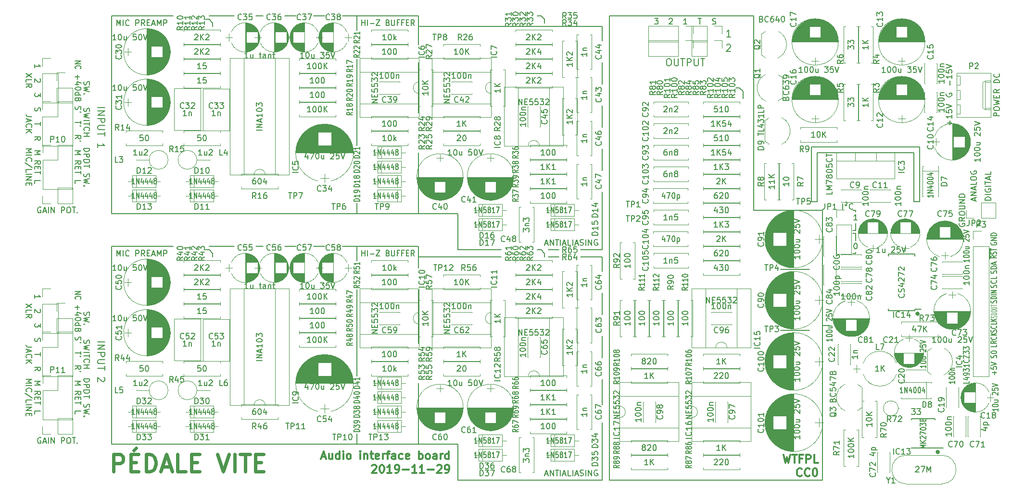
<source format=gto>
G04 #@! TF.FileFunction,Legend,Top*
%FSLAX46Y46*%
G04 Gerber Fmt 4.6, Leading zero omitted, Abs format (unit mm)*
G04 Created by KiCad (PCBNEW 4.0.6) date 11/03/19 12:25:44*
%MOMM*%
%LPD*%
G01*
G04 APERTURE LIST*
%ADD10C,0.100000*%
%ADD11C,0.200000*%
%ADD12C,0.500000*%
%ADD13C,0.300000*%
%ADD14C,0.150000*%
%ADD15C,0.600000*%
%ADD16C,0.125000*%
%ADD17C,0.120000*%
G04 APERTURE END LIST*
D10*
D11*
X127000000Y-14605000D02*
X127000000Y-15875000D01*
X126365000Y-13970000D02*
X127000000Y-14605000D01*
X125730000Y-13970000D02*
X126365000Y-13970000D01*
X33655000Y-2540000D02*
X33655000Y-3175000D01*
X33020000Y-1905000D02*
X33655000Y-2540000D01*
X32385000Y-1905000D02*
X33020000Y-1905000D01*
X33020000Y-41910000D02*
X37465000Y-41910000D01*
X15875000Y-41910000D02*
X26670000Y-41910000D01*
X33655000Y-43180000D02*
X33655000Y-43815000D01*
X33020000Y-42545000D02*
X33655000Y-43180000D01*
X32385000Y-42545000D02*
X33020000Y-42545000D01*
X33020000Y-1270000D02*
X37465000Y-1270000D01*
X15875000Y-1270000D02*
X26670000Y-1270000D01*
X59055000Y-1270000D02*
X59055000Y-3810000D01*
X59055000Y-24130000D02*
X59055000Y-8890000D01*
X59055000Y-36195000D02*
X59055000Y-34290000D01*
X59055000Y-74930000D02*
X59055000Y-76835000D01*
X59055000Y-49530000D02*
X59055000Y-64770000D01*
X59055000Y-41910000D02*
X59055000Y-44450000D01*
X69850000Y-25400000D02*
X69850000Y-36195000D01*
X69850000Y-9525000D02*
X69850000Y-18415000D01*
X69850000Y-66040000D02*
X69850000Y-76835000D01*
X69850000Y-49530000D02*
X69850000Y-59055000D01*
X98425000Y-42545000D02*
X102235000Y-42545000D01*
X92710000Y-42545000D02*
X94615000Y-42545000D01*
X76835000Y-42545000D02*
X84455000Y-42545000D01*
X84455000Y-43815000D02*
X69850000Y-43815000D01*
X94615000Y-43815000D02*
X92710000Y-43815000D01*
X102235000Y-43815000D02*
X98425000Y-43815000D01*
X92075000Y-43180000D02*
X92075000Y-43815000D01*
X91440000Y-42545000D02*
X92075000Y-43180000D01*
X90805000Y-42545000D02*
X91440000Y-42545000D01*
X92075000Y-1905000D02*
X92075000Y-2540000D01*
X91440000Y-1270000D02*
X92075000Y-1905000D01*
X90805000Y-1270000D02*
X91440000Y-1270000D01*
X76835000Y-83185000D02*
X102235000Y-83185000D01*
X76835000Y-76835000D02*
X76835000Y-83185000D01*
X69850000Y-76835000D02*
X76835000Y-76835000D01*
X76835000Y-36195000D02*
X76835000Y-42545000D01*
X69850000Y-36195000D02*
X76835000Y-36195000D01*
X102235000Y-46355000D02*
X102235000Y-43815000D01*
X102235000Y-53975000D02*
X102235000Y-50165000D01*
X102235000Y-61595000D02*
X102235000Y-57785000D01*
X102235000Y-69850000D02*
X102235000Y-65405000D01*
X102235000Y-3175000D02*
X69850000Y-3175000D01*
X102235000Y-5715000D02*
X102235000Y-3175000D01*
X102235000Y-13335000D02*
X102235000Y-9525000D01*
X102235000Y-20955000D02*
X102235000Y-17145000D01*
X102235000Y-28575000D02*
X102235000Y-24765000D01*
X102235000Y-42545000D02*
X102235000Y-32385000D01*
X102235000Y-83185000D02*
X102235000Y-73025000D01*
X138684000Y-56769000D02*
X133604000Y-56769000D01*
X133604000Y-45974000D02*
X138684000Y-45974000D01*
X103505000Y-1270000D02*
X103505000Y-83185000D01*
X69850000Y-36195000D02*
X15875000Y-36195000D01*
X69850000Y-76835000D02*
X15875000Y-76835000D01*
X128905000Y-7620000D02*
X128905000Y-1270000D01*
X15875000Y-76835000D02*
X15875000Y-41910000D01*
X15875000Y-36195000D02*
X15875000Y-1270000D01*
X56515000Y-1270000D02*
X64135000Y-1270000D01*
X51435000Y-1270000D02*
X53340000Y-1270000D01*
X46355000Y-1270000D02*
X48260000Y-1270000D01*
X46355000Y-41910000D02*
X48260000Y-41910000D01*
X56515000Y-41910000D02*
X64135000Y-41910000D01*
X51435000Y-41910000D02*
X53340000Y-41910000D01*
D12*
X161290000Y-78049429D02*
X161147143Y-78192286D01*
X161290000Y-78335143D01*
X161432857Y-78192286D01*
X161290000Y-78049429D01*
X161290000Y-78335143D01*
X157734000Y-53665429D02*
X157591143Y-53808286D01*
X157734000Y-53951143D01*
X157876857Y-53808286D01*
X157734000Y-53665429D01*
X157734000Y-53951143D01*
D11*
X128905000Y-7620000D02*
X128905000Y-35560000D01*
X146812000Y-39624000D02*
X146812000Y-40894000D01*
X146304000Y-39624000D02*
X146812000Y-39624000D01*
X146812000Y-43180000D02*
X146812000Y-42926000D01*
X146304000Y-43180000D02*
X146812000Y-43180000D01*
X146812000Y-39116000D02*
X146812000Y-37846000D01*
X146304000Y-39116000D02*
X146812000Y-39116000D01*
X146812000Y-35560000D02*
X146812000Y-35814000D01*
X146304000Y-35560000D02*
X146812000Y-35560000D01*
X103505000Y-83185000D02*
X140970000Y-83185000D01*
X140970000Y-35560000D02*
X140970000Y-83185000D01*
D13*
X134135000Y-78678333D02*
X134468333Y-80078333D01*
X134735000Y-79078333D01*
X135001667Y-80078333D01*
X135335000Y-78678333D01*
X135668333Y-78678333D02*
X136468333Y-78678333D01*
X136068333Y-80078333D02*
X136068333Y-78678333D01*
X137401667Y-79345000D02*
X136935000Y-79345000D01*
X136935000Y-80078333D02*
X136935000Y-78678333D01*
X137601667Y-78678333D01*
X138135000Y-80078333D02*
X138135000Y-78678333D01*
X138668334Y-78678333D01*
X138801667Y-78745000D01*
X138868334Y-78811667D01*
X138935000Y-78945000D01*
X138935000Y-79145000D01*
X138868334Y-79278333D01*
X138801667Y-79345000D01*
X138668334Y-79411667D01*
X138135000Y-79411667D01*
X140201667Y-80078333D02*
X139535000Y-80078333D01*
X139535000Y-78678333D01*
X137335000Y-82345000D02*
X137268334Y-82411667D01*
X137068334Y-82478333D01*
X136935000Y-82478333D01*
X136735000Y-82411667D01*
X136601667Y-82278333D01*
X136535000Y-82145000D01*
X136468334Y-81878333D01*
X136468334Y-81678333D01*
X136535000Y-81411667D01*
X136601667Y-81278333D01*
X136735000Y-81145000D01*
X136935000Y-81078333D01*
X137068334Y-81078333D01*
X137268334Y-81145000D01*
X137335000Y-81211667D01*
X138735000Y-82345000D02*
X138668334Y-82411667D01*
X138468334Y-82478333D01*
X138335000Y-82478333D01*
X138135000Y-82411667D01*
X138001667Y-82278333D01*
X137935000Y-82145000D01*
X137868334Y-81878333D01*
X137868334Y-81678333D01*
X137935000Y-81411667D01*
X138001667Y-81278333D01*
X138135000Y-81145000D01*
X138335000Y-81078333D01*
X138468334Y-81078333D01*
X138668334Y-81145000D01*
X138735000Y-81211667D01*
X139601667Y-81078333D02*
X139735000Y-81078333D01*
X139868334Y-81145000D01*
X139935000Y-81211667D01*
X140001667Y-81345000D01*
X140068334Y-81611667D01*
X140068334Y-81945000D01*
X140001667Y-82211667D01*
X139935000Y-82345000D01*
X139868334Y-82411667D01*
X139735000Y-82478333D01*
X139601667Y-82478333D01*
X139468334Y-82411667D01*
X139401667Y-82345000D01*
X139335000Y-82211667D01*
X139268334Y-81945000D01*
X139268334Y-81611667D01*
X139335000Y-81345000D01*
X139401667Y-81211667D01*
X139468334Y-81145000D01*
X139601667Y-81078333D01*
D14*
X144534048Y-35377381D02*
X144534048Y-34377381D01*
X144962619Y-34139286D02*
X145057857Y-34091667D01*
X145200714Y-34091667D01*
X145295953Y-34139286D01*
X145343572Y-34234524D01*
X145343572Y-34329762D01*
X145295953Y-34425000D01*
X144962619Y-34758333D01*
X145343572Y-34758333D01*
X146343572Y-35282143D02*
X146295953Y-35329762D01*
X146153096Y-35377381D01*
X146057858Y-35377381D01*
X145915000Y-35329762D01*
X145819762Y-35234524D01*
X145772143Y-35139286D01*
X145724524Y-34948810D01*
X145724524Y-34805952D01*
X145772143Y-34615476D01*
X145819762Y-34520238D01*
X145915000Y-34425000D01*
X146057858Y-34377381D01*
X146153096Y-34377381D01*
X146295953Y-34425000D01*
X146343572Y-34472619D01*
D11*
X140970000Y-55880000D02*
X142240000Y-55880000D01*
X128905000Y-35560000D02*
X140970000Y-35560000D01*
D14*
X11025238Y-58460000D02*
X10977619Y-58602857D01*
X10977619Y-58840953D01*
X11025238Y-58936191D01*
X11072857Y-58983810D01*
X11168095Y-59031429D01*
X11263333Y-59031429D01*
X11358571Y-58983810D01*
X11406190Y-58936191D01*
X11453810Y-58840953D01*
X11501429Y-58650476D01*
X11549048Y-58555238D01*
X11596667Y-58507619D01*
X11691905Y-58460000D01*
X11787143Y-58460000D01*
X11882381Y-58507619D01*
X11930000Y-58555238D01*
X11977619Y-58650476D01*
X11977619Y-58888572D01*
X11930000Y-59031429D01*
X11977619Y-59364762D02*
X10977619Y-59602857D01*
X11691905Y-59793334D01*
X10977619Y-59983810D01*
X11977619Y-60221905D01*
X10977619Y-60602857D02*
X11977619Y-60602857D01*
X11977619Y-60936190D02*
X11977619Y-61507619D01*
X10977619Y-61221904D02*
X11977619Y-61221904D01*
X11072857Y-62412381D02*
X11025238Y-62364762D01*
X10977619Y-62221905D01*
X10977619Y-62126667D01*
X11025238Y-61983809D01*
X11120476Y-61888571D01*
X11215714Y-61840952D01*
X11406190Y-61793333D01*
X11549048Y-61793333D01*
X11739524Y-61840952D01*
X11834762Y-61888571D01*
X11930000Y-61983809D01*
X11977619Y-62126667D01*
X11977619Y-62221905D01*
X11930000Y-62364762D01*
X11882381Y-62412381D01*
X10977619Y-62840952D02*
X11977619Y-62840952D01*
X11501429Y-62840952D02*
X11501429Y-63412381D01*
X10977619Y-63412381D02*
X11977619Y-63412381D01*
X10977619Y-65270476D02*
X11977619Y-65270476D01*
X11977619Y-65508571D01*
X11930000Y-65651429D01*
X11834762Y-65746667D01*
X11739524Y-65794286D01*
X11549048Y-65841905D01*
X11406190Y-65841905D01*
X11215714Y-65794286D01*
X11120476Y-65746667D01*
X11025238Y-65651429D01*
X10977619Y-65508571D01*
X10977619Y-65270476D01*
X10977619Y-66270476D02*
X11977619Y-66270476D01*
X11977619Y-66651429D01*
X11930000Y-66746667D01*
X11882381Y-66794286D01*
X11787143Y-66841905D01*
X11644286Y-66841905D01*
X11549048Y-66794286D01*
X11501429Y-66746667D01*
X11453810Y-66651429D01*
X11453810Y-66270476D01*
X10977619Y-67270476D02*
X11977619Y-67270476D01*
X11977619Y-67508571D01*
X11930000Y-67651429D01*
X11834762Y-67746667D01*
X11739524Y-67794286D01*
X11549048Y-67841905D01*
X11406190Y-67841905D01*
X11215714Y-67794286D01*
X11120476Y-67746667D01*
X11025238Y-67651429D01*
X10977619Y-67508571D01*
X10977619Y-67270476D01*
X11977619Y-68127619D02*
X11977619Y-68699048D01*
X10977619Y-68413333D02*
X11977619Y-68413333D01*
X11025238Y-69746667D02*
X10977619Y-69889524D01*
X10977619Y-70127620D01*
X11025238Y-70222858D01*
X11072857Y-70270477D01*
X11168095Y-70318096D01*
X11263333Y-70318096D01*
X11358571Y-70270477D01*
X11406190Y-70222858D01*
X11453810Y-70127620D01*
X11501429Y-69937143D01*
X11549048Y-69841905D01*
X11596667Y-69794286D01*
X11691905Y-69746667D01*
X11787143Y-69746667D01*
X11882381Y-69794286D01*
X11930000Y-69841905D01*
X11977619Y-69937143D01*
X11977619Y-70175239D01*
X11930000Y-70318096D01*
X11977619Y-70651429D02*
X10977619Y-70889524D01*
X11691905Y-71080001D01*
X10977619Y-71270477D01*
X11977619Y-71508572D01*
X11072857Y-71889524D02*
X11025238Y-71937143D01*
X10977619Y-71889524D01*
X11025238Y-71841905D01*
X11072857Y-71889524D01*
X10977619Y-71889524D01*
X817619Y-65365715D02*
X1817619Y-65365715D01*
X1103333Y-65699049D01*
X1817619Y-66032382D01*
X817619Y-66032382D01*
X817619Y-66508572D02*
X1817619Y-66508572D01*
X912857Y-67556191D02*
X865238Y-67508572D01*
X817619Y-67365715D01*
X817619Y-67270477D01*
X865238Y-67127619D01*
X960476Y-67032381D01*
X1055714Y-66984762D01*
X1246190Y-66937143D01*
X1389048Y-66937143D01*
X1579524Y-66984762D01*
X1674762Y-67032381D01*
X1770000Y-67127619D01*
X1817619Y-67270477D01*
X1817619Y-67365715D01*
X1770000Y-67508572D01*
X1722381Y-67556191D01*
X1865238Y-68699048D02*
X579524Y-67841905D01*
X817619Y-69508572D02*
X817619Y-69032381D01*
X1817619Y-69032381D01*
X817619Y-69841905D02*
X1817619Y-69841905D01*
X817619Y-70318095D02*
X1817619Y-70318095D01*
X817619Y-70889524D01*
X1817619Y-70889524D01*
X1341429Y-71365714D02*
X1341429Y-71699048D01*
X817619Y-71841905D02*
X817619Y-71365714D01*
X1817619Y-71365714D01*
X1817619Y-71841905D01*
D11*
X59055000Y-41910000D02*
X69850000Y-41910000D01*
X69850000Y-41910000D02*
X69850000Y-45720000D01*
X59055000Y-1270000D02*
X69850000Y-1270000D01*
X69850000Y-1270000D02*
X69850000Y-6350000D01*
D14*
X92171429Y-82081667D02*
X92647620Y-82081667D01*
X92076191Y-82367381D02*
X92409524Y-81367381D01*
X92742858Y-82367381D01*
X93076191Y-82367381D02*
X93076191Y-81367381D01*
X93647620Y-82367381D01*
X93647620Y-81367381D01*
X93980953Y-81367381D02*
X94552382Y-81367381D01*
X94266667Y-82367381D02*
X94266667Y-81367381D01*
X94885715Y-82367381D02*
X94885715Y-81367381D01*
X95314286Y-82081667D02*
X95790477Y-82081667D01*
X95219048Y-82367381D02*
X95552381Y-81367381D01*
X95885715Y-82367381D01*
X96695239Y-82367381D02*
X96219048Y-82367381D01*
X96219048Y-81367381D01*
X97028572Y-82367381D02*
X97028572Y-81367381D01*
X97457143Y-82081667D02*
X97933334Y-82081667D01*
X97361905Y-82367381D02*
X97695238Y-81367381D01*
X98028572Y-82367381D01*
X98314286Y-82319762D02*
X98457143Y-82367381D01*
X98695239Y-82367381D01*
X98790477Y-82319762D01*
X98838096Y-82272143D01*
X98885715Y-82176905D01*
X98885715Y-82081667D01*
X98838096Y-81986429D01*
X98790477Y-81938810D01*
X98695239Y-81891190D01*
X98504762Y-81843571D01*
X98409524Y-81795952D01*
X98361905Y-81748333D01*
X98314286Y-81653095D01*
X98314286Y-81557857D01*
X98361905Y-81462619D01*
X98409524Y-81415000D01*
X98504762Y-81367381D01*
X98742858Y-81367381D01*
X98885715Y-81415000D01*
X99314286Y-82367381D02*
X99314286Y-81367381D01*
X99790476Y-82367381D02*
X99790476Y-81367381D01*
X100361905Y-82367381D01*
X100361905Y-81367381D01*
X101361905Y-81415000D02*
X101266667Y-81367381D01*
X101123810Y-81367381D01*
X100980952Y-81415000D01*
X100885714Y-81510238D01*
X100838095Y-81605476D01*
X100790476Y-81795952D01*
X100790476Y-81938810D01*
X100838095Y-82129286D01*
X100885714Y-82224524D01*
X100980952Y-82319762D01*
X101123810Y-82367381D01*
X101219048Y-82367381D01*
X101361905Y-82319762D01*
X101409524Y-82272143D01*
X101409524Y-81938810D01*
X101219048Y-81938810D01*
X59916190Y-43632381D02*
X59916190Y-42632381D01*
X59916190Y-43108571D02*
X60459048Y-43108571D01*
X60459048Y-43632381D02*
X60459048Y-42632381D01*
X60911428Y-43632381D02*
X60911428Y-42632381D01*
X61363809Y-43251429D02*
X62087619Y-43251429D01*
X62449523Y-42632381D02*
X63082857Y-42632381D01*
X62449523Y-43632381D01*
X63082857Y-43632381D01*
X64485238Y-43108571D02*
X64620952Y-43156190D01*
X64666191Y-43203810D01*
X64711429Y-43299048D01*
X64711429Y-43441905D01*
X64666191Y-43537143D01*
X64620952Y-43584762D01*
X64530476Y-43632381D01*
X64168571Y-43632381D01*
X64168571Y-42632381D01*
X64485238Y-42632381D01*
X64575714Y-42680000D01*
X64620952Y-42727619D01*
X64666191Y-42822857D01*
X64666191Y-42918095D01*
X64620952Y-43013333D01*
X64575714Y-43060952D01*
X64485238Y-43108571D01*
X64168571Y-43108571D01*
X65118571Y-42632381D02*
X65118571Y-43441905D01*
X65163810Y-43537143D01*
X65209048Y-43584762D01*
X65299524Y-43632381D01*
X65480476Y-43632381D01*
X65570952Y-43584762D01*
X65616191Y-43537143D01*
X65661429Y-43441905D01*
X65661429Y-42632381D01*
X66430476Y-43108571D02*
X66113809Y-43108571D01*
X66113809Y-43632381D02*
X66113809Y-42632381D01*
X66566190Y-42632381D01*
X67244762Y-43108571D02*
X66928095Y-43108571D01*
X66928095Y-43632381D02*
X66928095Y-42632381D01*
X67380476Y-42632381D01*
X67742381Y-43108571D02*
X68059048Y-43108571D01*
X68194762Y-43632381D02*
X67742381Y-43632381D01*
X67742381Y-42632381D01*
X68194762Y-42632381D01*
X69144763Y-43632381D02*
X68828096Y-43156190D01*
X68601905Y-43632381D02*
X68601905Y-42632381D01*
X68963810Y-42632381D01*
X69054286Y-42680000D01*
X69099525Y-42727619D01*
X69144763Y-42822857D01*
X69144763Y-42965714D01*
X69099525Y-43060952D01*
X69054286Y-43108571D01*
X68963810Y-43156190D01*
X68601905Y-43156190D01*
X92171429Y-41441667D02*
X92647620Y-41441667D01*
X92076191Y-41727381D02*
X92409524Y-40727381D01*
X92742858Y-41727381D01*
X93076191Y-41727381D02*
X93076191Y-40727381D01*
X93647620Y-41727381D01*
X93647620Y-40727381D01*
X93980953Y-40727381D02*
X94552382Y-40727381D01*
X94266667Y-41727381D02*
X94266667Y-40727381D01*
X94885715Y-41727381D02*
X94885715Y-40727381D01*
X95314286Y-41441667D02*
X95790477Y-41441667D01*
X95219048Y-41727381D02*
X95552381Y-40727381D01*
X95885715Y-41727381D01*
X96695239Y-41727381D02*
X96219048Y-41727381D01*
X96219048Y-40727381D01*
X97028572Y-41727381D02*
X97028572Y-40727381D01*
X97457143Y-41441667D02*
X97933334Y-41441667D01*
X97361905Y-41727381D02*
X97695238Y-40727381D01*
X98028572Y-41727381D01*
X98314286Y-41679762D02*
X98457143Y-41727381D01*
X98695239Y-41727381D01*
X98790477Y-41679762D01*
X98838096Y-41632143D01*
X98885715Y-41536905D01*
X98885715Y-41441667D01*
X98838096Y-41346429D01*
X98790477Y-41298810D01*
X98695239Y-41251190D01*
X98504762Y-41203571D01*
X98409524Y-41155952D01*
X98361905Y-41108333D01*
X98314286Y-41013095D01*
X98314286Y-40917857D01*
X98361905Y-40822619D01*
X98409524Y-40775000D01*
X98504762Y-40727381D01*
X98742858Y-40727381D01*
X98885715Y-40775000D01*
X99314286Y-41727381D02*
X99314286Y-40727381D01*
X99790476Y-41727381D02*
X99790476Y-40727381D01*
X100361905Y-41727381D01*
X100361905Y-40727381D01*
X101361905Y-40775000D02*
X101266667Y-40727381D01*
X101123810Y-40727381D01*
X100980952Y-40775000D01*
X100885714Y-40870238D01*
X100838095Y-40965476D01*
X100790476Y-41155952D01*
X100790476Y-41298810D01*
X100838095Y-41489286D01*
X100885714Y-41584524D01*
X100980952Y-41679762D01*
X101123810Y-41727381D01*
X101219048Y-41727381D01*
X101361905Y-41679762D01*
X101409524Y-41632143D01*
X101409524Y-41298810D01*
X101219048Y-41298810D01*
X59916190Y-2992381D02*
X59916190Y-1992381D01*
X59916190Y-2468571D02*
X60459048Y-2468571D01*
X60459048Y-2992381D02*
X60459048Y-1992381D01*
X60911428Y-2992381D02*
X60911428Y-1992381D01*
X61363809Y-2611429D02*
X62087619Y-2611429D01*
X62449523Y-1992381D02*
X63082857Y-1992381D01*
X62449523Y-2992381D01*
X63082857Y-2992381D01*
X64485238Y-2468571D02*
X64620952Y-2516190D01*
X64666191Y-2563810D01*
X64711429Y-2659048D01*
X64711429Y-2801905D01*
X64666191Y-2897143D01*
X64620952Y-2944762D01*
X64530476Y-2992381D01*
X64168571Y-2992381D01*
X64168571Y-1992381D01*
X64485238Y-1992381D01*
X64575714Y-2040000D01*
X64620952Y-2087619D01*
X64666191Y-2182857D01*
X64666191Y-2278095D01*
X64620952Y-2373333D01*
X64575714Y-2420952D01*
X64485238Y-2468571D01*
X64168571Y-2468571D01*
X65118571Y-1992381D02*
X65118571Y-2801905D01*
X65163810Y-2897143D01*
X65209048Y-2944762D01*
X65299524Y-2992381D01*
X65480476Y-2992381D01*
X65570952Y-2944762D01*
X65616191Y-2897143D01*
X65661429Y-2801905D01*
X65661429Y-1992381D01*
X66430476Y-2468571D02*
X66113809Y-2468571D01*
X66113809Y-2992381D02*
X66113809Y-1992381D01*
X66566190Y-1992381D01*
X67244762Y-2468571D02*
X66928095Y-2468571D01*
X66928095Y-2992381D02*
X66928095Y-1992381D01*
X67380476Y-1992381D01*
X67742381Y-2468571D02*
X68059048Y-2468571D01*
X68194762Y-2992381D02*
X67742381Y-2992381D01*
X67742381Y-1992381D01*
X68194762Y-1992381D01*
X69144763Y-2992381D02*
X68828096Y-2516190D01*
X68601905Y-2992381D02*
X68601905Y-1992381D01*
X68963810Y-1992381D01*
X69054286Y-2040000D01*
X69099525Y-2087619D01*
X69144763Y-2182857D01*
X69144763Y-2325714D01*
X69099525Y-2420952D01*
X69054286Y-2468571D01*
X68963810Y-2516190D01*
X68601905Y-2516190D01*
D11*
X41275000Y-41910000D02*
X42545000Y-41910000D01*
X41275000Y-1270000D02*
X42545000Y-1270000D01*
D14*
X16748095Y-43632381D02*
X16748095Y-42632381D01*
X17081429Y-43346667D01*
X17414762Y-42632381D01*
X17414762Y-43632381D01*
X17890952Y-43632381D02*
X17890952Y-42632381D01*
X18938571Y-43537143D02*
X18890952Y-43584762D01*
X18748095Y-43632381D01*
X18652857Y-43632381D01*
X18509999Y-43584762D01*
X18414761Y-43489524D01*
X18367142Y-43394286D01*
X18319523Y-43203810D01*
X18319523Y-43060952D01*
X18367142Y-42870476D01*
X18414761Y-42775238D01*
X18509999Y-42680000D01*
X18652857Y-42632381D01*
X18748095Y-42632381D01*
X18890952Y-42680000D01*
X18938571Y-42727619D01*
X20129047Y-43632381D02*
X20129047Y-42632381D01*
X20510000Y-42632381D01*
X20605238Y-42680000D01*
X20652857Y-42727619D01*
X20700476Y-42822857D01*
X20700476Y-42965714D01*
X20652857Y-43060952D01*
X20605238Y-43108571D01*
X20510000Y-43156190D01*
X20129047Y-43156190D01*
X21700476Y-43632381D02*
X21367142Y-43156190D01*
X21129047Y-43632381D02*
X21129047Y-42632381D01*
X21510000Y-42632381D01*
X21605238Y-42680000D01*
X21652857Y-42727619D01*
X21700476Y-42822857D01*
X21700476Y-42965714D01*
X21652857Y-43060952D01*
X21605238Y-43108571D01*
X21510000Y-43156190D01*
X21129047Y-43156190D01*
X22129047Y-43108571D02*
X22462381Y-43108571D01*
X22605238Y-43632381D02*
X22129047Y-43632381D01*
X22129047Y-42632381D01*
X22605238Y-42632381D01*
X22986190Y-43346667D02*
X23462381Y-43346667D01*
X22890952Y-43632381D02*
X23224285Y-42632381D01*
X23557619Y-43632381D01*
X23890952Y-43632381D02*
X23890952Y-42632381D01*
X24224286Y-43346667D01*
X24557619Y-42632381D01*
X24557619Y-43632381D01*
X25033809Y-43632381D02*
X25033809Y-42632381D01*
X25414762Y-42632381D01*
X25510000Y-42680000D01*
X25557619Y-42727619D01*
X25605238Y-42822857D01*
X25605238Y-42965714D01*
X25557619Y-43060952D01*
X25510000Y-43108571D01*
X25414762Y-43156190D01*
X25033809Y-43156190D01*
X16748095Y-2992381D02*
X16748095Y-1992381D01*
X17081429Y-2706667D01*
X17414762Y-1992381D01*
X17414762Y-2992381D01*
X17890952Y-2992381D02*
X17890952Y-1992381D01*
X18938571Y-2897143D02*
X18890952Y-2944762D01*
X18748095Y-2992381D01*
X18652857Y-2992381D01*
X18509999Y-2944762D01*
X18414761Y-2849524D01*
X18367142Y-2754286D01*
X18319523Y-2563810D01*
X18319523Y-2420952D01*
X18367142Y-2230476D01*
X18414761Y-2135238D01*
X18509999Y-2040000D01*
X18652857Y-1992381D01*
X18748095Y-1992381D01*
X18890952Y-2040000D01*
X18938571Y-2087619D01*
X20129047Y-2992381D02*
X20129047Y-1992381D01*
X20510000Y-1992381D01*
X20605238Y-2040000D01*
X20652857Y-2087619D01*
X20700476Y-2182857D01*
X20700476Y-2325714D01*
X20652857Y-2420952D01*
X20605238Y-2468571D01*
X20510000Y-2516190D01*
X20129047Y-2516190D01*
X21700476Y-2992381D02*
X21367142Y-2516190D01*
X21129047Y-2992381D02*
X21129047Y-1992381D01*
X21510000Y-1992381D01*
X21605238Y-2040000D01*
X21652857Y-2087619D01*
X21700476Y-2182857D01*
X21700476Y-2325714D01*
X21652857Y-2420952D01*
X21605238Y-2468571D01*
X21510000Y-2516190D01*
X21129047Y-2516190D01*
X22129047Y-2468571D02*
X22462381Y-2468571D01*
X22605238Y-2992381D02*
X22129047Y-2992381D01*
X22129047Y-1992381D01*
X22605238Y-1992381D01*
X22986190Y-2706667D02*
X23462381Y-2706667D01*
X22890952Y-2992381D02*
X23224285Y-1992381D01*
X23557619Y-2992381D01*
X23890952Y-2992381D02*
X23890952Y-1992381D01*
X24224286Y-2706667D01*
X24557619Y-1992381D01*
X24557619Y-2992381D01*
X25033809Y-2992381D02*
X25033809Y-1992381D01*
X25414762Y-1992381D01*
X25510000Y-2040000D01*
X25557619Y-2087619D01*
X25605238Y-2182857D01*
X25605238Y-2325714D01*
X25557619Y-2420952D01*
X25510000Y-2468571D01*
X25414762Y-2516190D01*
X25033809Y-2516190D01*
D11*
X103505000Y-1270000D02*
X128905000Y-1270000D01*
D14*
X9834571Y-52324286D02*
X9834571Y-53086191D01*
X9453619Y-52705239D02*
X10215524Y-52705239D01*
X10120286Y-53990953D02*
X9453619Y-53990953D01*
X10501238Y-53752857D02*
X9786952Y-53514762D01*
X9786952Y-54133810D01*
X10453619Y-54705238D02*
X10453619Y-54800477D01*
X10406000Y-54895715D01*
X10358381Y-54943334D01*
X10263143Y-54990953D01*
X10072667Y-55038572D01*
X9834571Y-55038572D01*
X9644095Y-54990953D01*
X9548857Y-54943334D01*
X9501238Y-54895715D01*
X9453619Y-54800477D01*
X9453619Y-54705238D01*
X9501238Y-54610000D01*
X9548857Y-54562381D01*
X9644095Y-54514762D01*
X9834571Y-54467143D01*
X10072667Y-54467143D01*
X10263143Y-54514762D01*
X10358381Y-54562381D01*
X10406000Y-54610000D01*
X10453619Y-54705238D01*
X9453619Y-55895715D02*
X10453619Y-55895715D01*
X9501238Y-55895715D02*
X9453619Y-55800477D01*
X9453619Y-55610000D01*
X9501238Y-55514762D01*
X9548857Y-55467143D01*
X9644095Y-55419524D01*
X9929810Y-55419524D01*
X10025048Y-55467143D01*
X10072667Y-55514762D01*
X10120286Y-55610000D01*
X10120286Y-55800477D01*
X10072667Y-55895715D01*
X9977429Y-56705239D02*
X9929810Y-56848096D01*
X9882190Y-56895715D01*
X9786952Y-56943334D01*
X9644095Y-56943334D01*
X9548857Y-56895715D01*
X9501238Y-56848096D01*
X9453619Y-56752858D01*
X9453619Y-56371905D01*
X10453619Y-56371905D01*
X10453619Y-56705239D01*
X10406000Y-56800477D01*
X10358381Y-56848096D01*
X10263143Y-56895715D01*
X10167905Y-56895715D01*
X10072667Y-56848096D01*
X10025048Y-56800477D01*
X9977429Y-56705239D01*
X9977429Y-56371905D01*
D13*
X52831662Y-79043333D02*
X53498328Y-79043333D01*
X52698328Y-79443333D02*
X53164995Y-78043333D01*
X53631662Y-79443333D01*
X54698328Y-78510000D02*
X54698328Y-79443333D01*
X54098328Y-78510000D02*
X54098328Y-79243333D01*
X54164995Y-79376667D01*
X54298328Y-79443333D01*
X54498328Y-79443333D01*
X54631662Y-79376667D01*
X54698328Y-79310000D01*
X55964995Y-79443333D02*
X55964995Y-78043333D01*
X55964995Y-79376667D02*
X55831662Y-79443333D01*
X55564995Y-79443333D01*
X55431662Y-79376667D01*
X55364995Y-79310000D01*
X55298329Y-79176667D01*
X55298329Y-78776667D01*
X55364995Y-78643333D01*
X55431662Y-78576667D01*
X55564995Y-78510000D01*
X55831662Y-78510000D01*
X55964995Y-78576667D01*
X56631662Y-79443333D02*
X56631662Y-78510000D01*
X56631662Y-78043333D02*
X56564996Y-78110000D01*
X56631662Y-78176667D01*
X56698329Y-78110000D01*
X56631662Y-78043333D01*
X56631662Y-78176667D01*
X57498329Y-79443333D02*
X57364996Y-79376667D01*
X57298329Y-79310000D01*
X57231663Y-79176667D01*
X57231663Y-78776667D01*
X57298329Y-78643333D01*
X57364996Y-78576667D01*
X57498329Y-78510000D01*
X57698329Y-78510000D01*
X57831663Y-78576667D01*
X57898329Y-78643333D01*
X57964996Y-78776667D01*
X57964996Y-79176667D01*
X57898329Y-79310000D01*
X57831663Y-79376667D01*
X57698329Y-79443333D01*
X57498329Y-79443333D01*
X59631663Y-79443333D02*
X59631663Y-78510000D01*
X59631663Y-78043333D02*
X59564997Y-78110000D01*
X59631663Y-78176667D01*
X59698330Y-78110000D01*
X59631663Y-78043333D01*
X59631663Y-78176667D01*
X60298330Y-78510000D02*
X60298330Y-79443333D01*
X60298330Y-78643333D02*
X60364997Y-78576667D01*
X60498330Y-78510000D01*
X60698330Y-78510000D01*
X60831664Y-78576667D01*
X60898330Y-78710000D01*
X60898330Y-79443333D01*
X61364997Y-78510000D02*
X61898331Y-78510000D01*
X61564997Y-78043333D02*
X61564997Y-79243333D01*
X61631664Y-79376667D01*
X61764997Y-79443333D01*
X61898331Y-79443333D01*
X62898331Y-79376667D02*
X62764997Y-79443333D01*
X62498331Y-79443333D01*
X62364997Y-79376667D01*
X62298331Y-79243333D01*
X62298331Y-78710000D01*
X62364997Y-78576667D01*
X62498331Y-78510000D01*
X62764997Y-78510000D01*
X62898331Y-78576667D01*
X62964997Y-78710000D01*
X62964997Y-78843333D01*
X62298331Y-78976667D01*
X63564997Y-79443333D02*
X63564997Y-78510000D01*
X63564997Y-78776667D02*
X63631664Y-78643333D01*
X63698331Y-78576667D01*
X63831664Y-78510000D01*
X63964997Y-78510000D01*
X64231664Y-78510000D02*
X64764998Y-78510000D01*
X64431664Y-79443333D02*
X64431664Y-78243333D01*
X64498331Y-78110000D01*
X64631664Y-78043333D01*
X64764998Y-78043333D01*
X65831664Y-79443333D02*
X65831664Y-78710000D01*
X65764998Y-78576667D01*
X65631664Y-78510000D01*
X65364998Y-78510000D01*
X65231664Y-78576667D01*
X65831664Y-79376667D02*
X65698331Y-79443333D01*
X65364998Y-79443333D01*
X65231664Y-79376667D01*
X65164998Y-79243333D01*
X65164998Y-79110000D01*
X65231664Y-78976667D01*
X65364998Y-78910000D01*
X65698331Y-78910000D01*
X65831664Y-78843333D01*
X67098331Y-79376667D02*
X66964998Y-79443333D01*
X66698331Y-79443333D01*
X66564998Y-79376667D01*
X66498331Y-79310000D01*
X66431665Y-79176667D01*
X66431665Y-78776667D01*
X66498331Y-78643333D01*
X66564998Y-78576667D01*
X66698331Y-78510000D01*
X66964998Y-78510000D01*
X67098331Y-78576667D01*
X68231665Y-79376667D02*
X68098331Y-79443333D01*
X67831665Y-79443333D01*
X67698331Y-79376667D01*
X67631665Y-79243333D01*
X67631665Y-78710000D01*
X67698331Y-78576667D01*
X67831665Y-78510000D01*
X68098331Y-78510000D01*
X68231665Y-78576667D01*
X68298331Y-78710000D01*
X68298331Y-78843333D01*
X67631665Y-78976667D01*
X69964998Y-79443333D02*
X69964998Y-78043333D01*
X69964998Y-78576667D02*
X70098332Y-78510000D01*
X70364998Y-78510000D01*
X70498332Y-78576667D01*
X70564998Y-78643333D01*
X70631665Y-78776667D01*
X70631665Y-79176667D01*
X70564998Y-79310000D01*
X70498332Y-79376667D01*
X70364998Y-79443333D01*
X70098332Y-79443333D01*
X69964998Y-79376667D01*
X71431665Y-79443333D02*
X71298332Y-79376667D01*
X71231665Y-79310000D01*
X71164999Y-79176667D01*
X71164999Y-78776667D01*
X71231665Y-78643333D01*
X71298332Y-78576667D01*
X71431665Y-78510000D01*
X71631665Y-78510000D01*
X71764999Y-78576667D01*
X71831665Y-78643333D01*
X71898332Y-78776667D01*
X71898332Y-79176667D01*
X71831665Y-79310000D01*
X71764999Y-79376667D01*
X71631665Y-79443333D01*
X71431665Y-79443333D01*
X73098332Y-79443333D02*
X73098332Y-78710000D01*
X73031666Y-78576667D01*
X72898332Y-78510000D01*
X72631666Y-78510000D01*
X72498332Y-78576667D01*
X73098332Y-79376667D02*
X72964999Y-79443333D01*
X72631666Y-79443333D01*
X72498332Y-79376667D01*
X72431666Y-79243333D01*
X72431666Y-79110000D01*
X72498332Y-78976667D01*
X72631666Y-78910000D01*
X72964999Y-78910000D01*
X73098332Y-78843333D01*
X73764999Y-79443333D02*
X73764999Y-78510000D01*
X73764999Y-78776667D02*
X73831666Y-78643333D01*
X73898333Y-78576667D01*
X74031666Y-78510000D01*
X74164999Y-78510000D01*
X75231666Y-79443333D02*
X75231666Y-78043333D01*
X75231666Y-79376667D02*
X75098333Y-79443333D01*
X74831666Y-79443333D01*
X74698333Y-79376667D01*
X74631666Y-79310000D01*
X74565000Y-79176667D01*
X74565000Y-78776667D01*
X74631666Y-78643333D01*
X74698333Y-78576667D01*
X74831666Y-78510000D01*
X75098333Y-78510000D01*
X75231666Y-78576667D01*
X61698337Y-80576667D02*
X61765003Y-80510000D01*
X61898337Y-80443333D01*
X62231670Y-80443333D01*
X62365003Y-80510000D01*
X62431670Y-80576667D01*
X62498337Y-80710000D01*
X62498337Y-80843333D01*
X62431670Y-81043333D01*
X61631670Y-81843333D01*
X62498337Y-81843333D01*
X63365003Y-80443333D02*
X63498336Y-80443333D01*
X63631670Y-80510000D01*
X63698336Y-80576667D01*
X63765003Y-80710000D01*
X63831670Y-80976667D01*
X63831670Y-81310000D01*
X63765003Y-81576667D01*
X63698336Y-81710000D01*
X63631670Y-81776667D01*
X63498336Y-81843333D01*
X63365003Y-81843333D01*
X63231670Y-81776667D01*
X63165003Y-81710000D01*
X63098336Y-81576667D01*
X63031670Y-81310000D01*
X63031670Y-80976667D01*
X63098336Y-80710000D01*
X63165003Y-80576667D01*
X63231670Y-80510000D01*
X63365003Y-80443333D01*
X65165003Y-81843333D02*
X64365003Y-81843333D01*
X64765003Y-81843333D02*
X64765003Y-80443333D01*
X64631669Y-80643333D01*
X64498336Y-80776667D01*
X64365003Y-80843333D01*
X65831669Y-81843333D02*
X66098336Y-81843333D01*
X66231669Y-81776667D01*
X66298336Y-81710000D01*
X66431669Y-81510000D01*
X66498336Y-81243333D01*
X66498336Y-80710000D01*
X66431669Y-80576667D01*
X66365002Y-80510000D01*
X66231669Y-80443333D01*
X65965002Y-80443333D01*
X65831669Y-80510000D01*
X65765002Y-80576667D01*
X65698336Y-80710000D01*
X65698336Y-81043333D01*
X65765002Y-81176667D01*
X65831669Y-81243333D01*
X65965002Y-81310000D01*
X66231669Y-81310000D01*
X66365002Y-81243333D01*
X66431669Y-81176667D01*
X66498336Y-81043333D01*
X67098335Y-81310000D02*
X68165002Y-81310000D01*
X69565002Y-81843333D02*
X68765002Y-81843333D01*
X69165002Y-81843333D02*
X69165002Y-80443333D01*
X69031668Y-80643333D01*
X68898335Y-80776667D01*
X68765002Y-80843333D01*
X70898335Y-81843333D02*
X70098335Y-81843333D01*
X70498335Y-81843333D02*
X70498335Y-80443333D01*
X70365001Y-80643333D01*
X70231668Y-80776667D01*
X70098335Y-80843333D01*
X71498334Y-81310000D02*
X72565001Y-81310000D01*
X73165001Y-80576667D02*
X73231667Y-80510000D01*
X73365001Y-80443333D01*
X73698334Y-80443333D01*
X73831667Y-80510000D01*
X73898334Y-80576667D01*
X73965001Y-80710000D01*
X73965001Y-80843333D01*
X73898334Y-81043333D01*
X73098334Y-81843333D01*
X73965001Y-81843333D01*
X74631667Y-81843333D02*
X74898334Y-81843333D01*
X75031667Y-81776667D01*
X75098334Y-81710000D01*
X75231667Y-81510000D01*
X75298334Y-81243333D01*
X75298334Y-80710000D01*
X75231667Y-80576667D01*
X75165000Y-80510000D01*
X75031667Y-80443333D01*
X74765000Y-80443333D01*
X74631667Y-80510000D01*
X74565000Y-80576667D01*
X74498334Y-80710000D01*
X74498334Y-81043333D01*
X74565000Y-81176667D01*
X74631667Y-81243333D01*
X74765000Y-81310000D01*
X75031667Y-81310000D01*
X75165000Y-81243333D01*
X75231667Y-81176667D01*
X75298334Y-81043333D01*
D15*
X16208286Y-81621143D02*
X16208286Y-78621143D01*
X17351143Y-78621143D01*
X17636857Y-78764000D01*
X17779714Y-78906857D01*
X17922571Y-79192571D01*
X17922571Y-79621143D01*
X17779714Y-79906857D01*
X17636857Y-80049714D01*
X17351143Y-80192571D01*
X16208286Y-80192571D01*
X19208286Y-80049714D02*
X20208286Y-80049714D01*
X20636857Y-81621143D02*
X19208286Y-81621143D01*
X19208286Y-78621143D01*
X20636857Y-78621143D01*
X20208286Y-77478286D02*
X19779714Y-77906857D01*
X21922572Y-81621143D02*
X21922572Y-78621143D01*
X22636857Y-78621143D01*
X23065429Y-78764000D01*
X23351143Y-79049714D01*
X23494000Y-79335429D01*
X23636857Y-79906857D01*
X23636857Y-80335429D01*
X23494000Y-80906857D01*
X23351143Y-81192571D01*
X23065429Y-81478286D01*
X22636857Y-81621143D01*
X21922572Y-81621143D01*
X24779715Y-80764000D02*
X26208286Y-80764000D01*
X24494000Y-81621143D02*
X25494000Y-78621143D01*
X26494000Y-81621143D01*
X28922572Y-81621143D02*
X27494001Y-81621143D01*
X27494001Y-78621143D01*
X29922572Y-80049714D02*
X30922572Y-80049714D01*
X31351143Y-81621143D02*
X29922572Y-81621143D01*
X29922572Y-78621143D01*
X31351143Y-78621143D01*
X34494000Y-78621143D02*
X35494000Y-81621143D01*
X36494000Y-78621143D01*
X37494001Y-81621143D02*
X37494001Y-78621143D01*
X38494000Y-78621143D02*
X40208286Y-78621143D01*
X39351143Y-81621143D02*
X39351143Y-78621143D01*
X41208286Y-80049714D02*
X42208286Y-80049714D01*
X42636857Y-81621143D02*
X41208286Y-81621143D01*
X41208286Y-78621143D01*
X42636857Y-78621143D01*
D14*
X171600762Y-61569524D02*
X171648381Y-61455238D01*
X171648381Y-61264762D01*
X171600762Y-61188572D01*
X171553143Y-61150476D01*
X171457905Y-61112381D01*
X171362667Y-61112381D01*
X171267429Y-61150476D01*
X171219810Y-61188572D01*
X171172190Y-61264762D01*
X171124571Y-61417143D01*
X171076952Y-61493334D01*
X171029333Y-61531429D01*
X170934095Y-61569524D01*
X170838857Y-61569524D01*
X170743619Y-61531429D01*
X170696000Y-61493334D01*
X170648381Y-61417143D01*
X170648381Y-61226667D01*
X170696000Y-61112381D01*
X170648381Y-60617143D02*
X170648381Y-60540952D01*
X170696000Y-60464762D01*
X170743619Y-60426667D01*
X170838857Y-60388571D01*
X171029333Y-60350476D01*
X171267429Y-60350476D01*
X171457905Y-60388571D01*
X171553143Y-60426667D01*
X171600762Y-60464762D01*
X171648381Y-60540952D01*
X171648381Y-60617143D01*
X171600762Y-60693333D01*
X171553143Y-60731429D01*
X171457905Y-60769524D01*
X171267429Y-60807619D01*
X171029333Y-60807619D01*
X170838857Y-60769524D01*
X170743619Y-60731429D01*
X170696000Y-60693333D01*
X170648381Y-60617143D01*
X171267429Y-64528571D02*
X171267429Y-63919047D01*
X171648381Y-64223809D02*
X170886476Y-64223809D01*
X170648381Y-63157142D02*
X170648381Y-63538095D01*
X171124571Y-63576190D01*
X171076952Y-63538095D01*
X171029333Y-63461904D01*
X171029333Y-63271428D01*
X171076952Y-63195238D01*
X171124571Y-63157142D01*
X171219810Y-63119047D01*
X171457905Y-63119047D01*
X171553143Y-63157142D01*
X171600762Y-63195238D01*
X171648381Y-63271428D01*
X171648381Y-63461904D01*
X171600762Y-63538095D01*
X171553143Y-63576190D01*
X170648381Y-62890476D02*
X171648381Y-62623809D01*
X170648381Y-62357142D01*
X171648381Y-59253333D02*
X171648381Y-59586666D01*
X170648381Y-59586666D01*
X171648381Y-58619999D02*
X171172190Y-58853333D01*
X171648381Y-59019999D02*
X170648381Y-59019999D01*
X170648381Y-58753333D01*
X170696000Y-58686666D01*
X170743619Y-58653333D01*
X170838857Y-58619999D01*
X170981714Y-58619999D01*
X171076952Y-58653333D01*
X171124571Y-58686666D01*
X171172190Y-58753333D01*
X171172190Y-59019999D01*
X171553143Y-57919999D02*
X171600762Y-57953333D01*
X171648381Y-58053333D01*
X171648381Y-58119999D01*
X171600762Y-58219999D01*
X171505524Y-58286666D01*
X171410286Y-58319999D01*
X171219810Y-58353333D01*
X171076952Y-58353333D01*
X170886476Y-58319999D01*
X170791238Y-58286666D01*
X170696000Y-58219999D01*
X170648381Y-58119999D01*
X170648381Y-58053333D01*
X170696000Y-57953333D01*
X170743619Y-57919999D01*
X171648381Y-57619999D02*
X170648381Y-57619999D01*
X171648381Y-57219999D02*
X171076952Y-57519999D01*
X170648381Y-57219999D02*
X171219810Y-57619999D01*
X171600762Y-51883333D02*
X171648381Y-51783333D01*
X171648381Y-51616666D01*
X171600762Y-51549999D01*
X171553143Y-51516666D01*
X171457905Y-51483333D01*
X171362667Y-51483333D01*
X171267429Y-51516666D01*
X171219810Y-51549999D01*
X171172190Y-51616666D01*
X171124571Y-51749999D01*
X171076952Y-51816666D01*
X171029333Y-51849999D01*
X170934095Y-51883333D01*
X170838857Y-51883333D01*
X170743619Y-51849999D01*
X170696000Y-51816666D01*
X170648381Y-51749999D01*
X170648381Y-51583333D01*
X170696000Y-51483333D01*
X171648381Y-51183332D02*
X170648381Y-51183332D01*
X170648381Y-51016666D01*
X170696000Y-50916666D01*
X170791238Y-50849999D01*
X170886476Y-50816666D01*
X171076952Y-50783332D01*
X171219810Y-50783332D01*
X171410286Y-50816666D01*
X171505524Y-50849999D01*
X171600762Y-50916666D01*
X171648381Y-51016666D01*
X171648381Y-51183332D01*
X171648381Y-50483332D02*
X170648381Y-50483332D01*
X171648381Y-50149999D02*
X170648381Y-50149999D01*
X171648381Y-49749999D01*
X170648381Y-49749999D01*
X171600762Y-57063334D02*
X171648381Y-56963334D01*
X171648381Y-56796667D01*
X171600762Y-56730000D01*
X171553143Y-56696667D01*
X171457905Y-56663334D01*
X171362667Y-56663334D01*
X171267429Y-56696667D01*
X171219810Y-56730000D01*
X171172190Y-56796667D01*
X171124571Y-56930000D01*
X171076952Y-56996667D01*
X171029333Y-57030000D01*
X170934095Y-57063334D01*
X170838857Y-57063334D01*
X170743619Y-57030000D01*
X170696000Y-56996667D01*
X170648381Y-56930000D01*
X170648381Y-56763334D01*
X170696000Y-56663334D01*
X171553143Y-55963333D02*
X171600762Y-55996667D01*
X171648381Y-56096667D01*
X171648381Y-56163333D01*
X171600762Y-56263333D01*
X171505524Y-56330000D01*
X171410286Y-56363333D01*
X171219810Y-56396667D01*
X171076952Y-56396667D01*
X170886476Y-56363333D01*
X170791238Y-56330000D01*
X170696000Y-56263333D01*
X170648381Y-56163333D01*
X170648381Y-56096667D01*
X170696000Y-55996667D01*
X170743619Y-55963333D01*
X171648381Y-55330000D02*
X171648381Y-55663333D01*
X170648381Y-55663333D01*
X171648381Y-55096666D02*
X170648381Y-55096666D01*
X171648381Y-54696666D02*
X171076952Y-54996666D01*
X170648381Y-54696666D02*
X171219810Y-55096666D01*
D16*
X171600762Y-54447143D02*
X171648381Y-54375714D01*
X171648381Y-54256667D01*
X171600762Y-54209048D01*
X171553143Y-54185238D01*
X171457905Y-54161429D01*
X171362667Y-54161429D01*
X171267429Y-54185238D01*
X171219810Y-54209048D01*
X171172190Y-54256667D01*
X171124571Y-54351905D01*
X171076952Y-54399524D01*
X171029333Y-54423333D01*
X170934095Y-54447143D01*
X170838857Y-54447143D01*
X170743619Y-54423333D01*
X170696000Y-54399524D01*
X170648381Y-54351905D01*
X170648381Y-54232857D01*
X170696000Y-54161429D01*
X171648381Y-53947143D02*
X170648381Y-53947143D01*
X170648381Y-53828096D01*
X170696000Y-53756667D01*
X170791238Y-53709048D01*
X170886476Y-53685239D01*
X171076952Y-53661429D01*
X171219810Y-53661429D01*
X171410286Y-53685239D01*
X171505524Y-53709048D01*
X171600762Y-53756667D01*
X171648381Y-53828096D01*
X171648381Y-53947143D01*
X170648381Y-53351905D02*
X170648381Y-53256667D01*
X170696000Y-53209048D01*
X170791238Y-53161429D01*
X170981714Y-53137620D01*
X171315048Y-53137620D01*
X171505524Y-53161429D01*
X171600762Y-53209048D01*
X171648381Y-53256667D01*
X171648381Y-53351905D01*
X171600762Y-53399524D01*
X171505524Y-53447143D01*
X171315048Y-53470953D01*
X170981714Y-53470953D01*
X170791238Y-53447143D01*
X170696000Y-53399524D01*
X170648381Y-53351905D01*
X170648381Y-52923333D02*
X171457905Y-52923333D01*
X171553143Y-52899524D01*
X171600762Y-52875714D01*
X171648381Y-52828095D01*
X171648381Y-52732857D01*
X171600762Y-52685238D01*
X171553143Y-52661429D01*
X171457905Y-52637619D01*
X170648381Y-52637619D01*
X170648381Y-52470952D02*
X170648381Y-52185238D01*
X171648381Y-52328095D02*
X170648381Y-52328095D01*
D14*
X171600762Y-46691428D02*
X171648381Y-46577142D01*
X171648381Y-46386666D01*
X171600762Y-46310476D01*
X171553143Y-46272380D01*
X171457905Y-46234285D01*
X171362667Y-46234285D01*
X171267429Y-46272380D01*
X171219810Y-46310476D01*
X171172190Y-46386666D01*
X171124571Y-46539047D01*
X171076952Y-46615238D01*
X171029333Y-46653333D01*
X170934095Y-46691428D01*
X170838857Y-46691428D01*
X170743619Y-46653333D01*
X170696000Y-46615238D01*
X170648381Y-46539047D01*
X170648381Y-46348571D01*
X170696000Y-46234285D01*
X171648381Y-45891428D02*
X170648381Y-45891428D01*
X170648381Y-45700952D01*
X170696000Y-45586666D01*
X170791238Y-45510475D01*
X170886476Y-45472380D01*
X171076952Y-45434285D01*
X171219810Y-45434285D01*
X171410286Y-45472380D01*
X171505524Y-45510475D01*
X171600762Y-45586666D01*
X171648381Y-45700952D01*
X171648381Y-45891428D01*
X171362667Y-45129523D02*
X171362667Y-44748571D01*
X171648381Y-45205714D02*
X170648381Y-44939047D01*
X171648381Y-44672380D01*
X171600762Y-49212381D02*
X171648381Y-49098095D01*
X171648381Y-48907619D01*
X171600762Y-48831429D01*
X171553143Y-48793333D01*
X171457905Y-48755238D01*
X171362667Y-48755238D01*
X171267429Y-48793333D01*
X171219810Y-48831429D01*
X171172190Y-48907619D01*
X171124571Y-49060000D01*
X171076952Y-49136191D01*
X171029333Y-49174286D01*
X170934095Y-49212381D01*
X170838857Y-49212381D01*
X170743619Y-49174286D01*
X170696000Y-49136191D01*
X170648381Y-49060000D01*
X170648381Y-48869524D01*
X170696000Y-48755238D01*
X171553143Y-47955238D02*
X171600762Y-47993333D01*
X171648381Y-48107619D01*
X171648381Y-48183809D01*
X171600762Y-48298095D01*
X171505524Y-48374286D01*
X171410286Y-48412381D01*
X171219810Y-48450476D01*
X171076952Y-48450476D01*
X170886476Y-48412381D01*
X170791238Y-48374286D01*
X170696000Y-48298095D01*
X170648381Y-48183809D01*
X170648381Y-48107619D01*
X170696000Y-47993333D01*
X170743619Y-47955238D01*
X171648381Y-47231428D02*
X171648381Y-47612381D01*
X170648381Y-47612381D01*
X171648381Y-43563333D02*
X171172190Y-43796667D01*
X171648381Y-43963333D02*
X170648381Y-43963333D01*
X170648381Y-43696667D01*
X170696000Y-43630000D01*
X170743619Y-43596667D01*
X170838857Y-43563333D01*
X170981714Y-43563333D01*
X171076952Y-43596667D01*
X171124571Y-43630000D01*
X171172190Y-43696667D01*
X171172190Y-43963333D01*
X171600762Y-43296667D02*
X171648381Y-43196667D01*
X171648381Y-43030000D01*
X171600762Y-42963333D01*
X171553143Y-42930000D01*
X171457905Y-42896667D01*
X171362667Y-42896667D01*
X171267429Y-42930000D01*
X171219810Y-42963333D01*
X171172190Y-43030000D01*
X171124571Y-43163333D01*
X171076952Y-43230000D01*
X171029333Y-43263333D01*
X170934095Y-43296667D01*
X170838857Y-43296667D01*
X170743619Y-43263333D01*
X170696000Y-43230000D01*
X170648381Y-43163333D01*
X170648381Y-42996667D01*
X170696000Y-42896667D01*
X170648381Y-42696666D02*
X170648381Y-42296666D01*
X171648381Y-42496666D02*
X170648381Y-42496666D01*
X170476000Y-44130000D02*
X170476000Y-42230000D01*
X170696000Y-41249523D02*
X170648381Y-41325714D01*
X170648381Y-41439999D01*
X170696000Y-41554285D01*
X170791238Y-41630476D01*
X170886476Y-41668571D01*
X171076952Y-41706666D01*
X171219810Y-41706666D01*
X171410286Y-41668571D01*
X171505524Y-41630476D01*
X171600762Y-41554285D01*
X171648381Y-41439999D01*
X171648381Y-41363809D01*
X171600762Y-41249523D01*
X171553143Y-41211428D01*
X171219810Y-41211428D01*
X171219810Y-41363809D01*
X171648381Y-40868571D02*
X170648381Y-40868571D01*
X171648381Y-40411428D01*
X170648381Y-40411428D01*
X171648381Y-40030476D02*
X170648381Y-40030476D01*
X170648381Y-39840000D01*
X170696000Y-39725714D01*
X170791238Y-39649523D01*
X170886476Y-39611428D01*
X171076952Y-39573333D01*
X171219810Y-39573333D01*
X171410286Y-39611428D01*
X171505524Y-39649523D01*
X171600762Y-39725714D01*
X171648381Y-39840000D01*
X171648381Y-40030476D01*
X167806667Y-33845524D02*
X167806667Y-33369333D01*
X168092381Y-33940762D02*
X167092381Y-33607429D01*
X168092381Y-33274095D01*
X168092381Y-32940762D02*
X167092381Y-32940762D01*
X168092381Y-32369333D01*
X167092381Y-32369333D01*
X167806667Y-31940762D02*
X167806667Y-31464571D01*
X168092381Y-32036000D02*
X167092381Y-31702667D01*
X168092381Y-31369333D01*
X168092381Y-30559809D02*
X168092381Y-31036000D01*
X167092381Y-31036000D01*
X167092381Y-30036000D02*
X167092381Y-29845523D01*
X167140000Y-29750285D01*
X167235238Y-29655047D01*
X167425714Y-29607428D01*
X167759048Y-29607428D01*
X167949524Y-29655047D01*
X168044762Y-29750285D01*
X168092381Y-29845523D01*
X168092381Y-30036000D01*
X168044762Y-30131238D01*
X167949524Y-30226476D01*
X167759048Y-30274095D01*
X167425714Y-30274095D01*
X167235238Y-30226476D01*
X167140000Y-30131238D01*
X167092381Y-30036000D01*
X167140000Y-28655047D02*
X167092381Y-28750285D01*
X167092381Y-28893142D01*
X167140000Y-29036000D01*
X167235238Y-29131238D01*
X167330476Y-29178857D01*
X167520952Y-29226476D01*
X167663810Y-29226476D01*
X167854286Y-29178857D01*
X167949524Y-29131238D01*
X168044762Y-29036000D01*
X168092381Y-28893142D01*
X168092381Y-28797904D01*
X168044762Y-28655047D01*
X167997143Y-28607428D01*
X167663810Y-28607428D01*
X167663810Y-28797904D01*
X170632381Y-33797905D02*
X169632381Y-33797905D01*
X169632381Y-33559810D01*
X169680000Y-33416952D01*
X169775238Y-33321714D01*
X169870476Y-33274095D01*
X170060952Y-33226476D01*
X170203810Y-33226476D01*
X170394286Y-33274095D01*
X170489524Y-33321714D01*
X170584762Y-33416952D01*
X170632381Y-33559810D01*
X170632381Y-33797905D01*
X170632381Y-32797905D02*
X169632381Y-32797905D01*
X169680000Y-31797905D02*
X169632381Y-31893143D01*
X169632381Y-32036000D01*
X169680000Y-32178858D01*
X169775238Y-32274096D01*
X169870476Y-32321715D01*
X170060952Y-32369334D01*
X170203810Y-32369334D01*
X170394286Y-32321715D01*
X170489524Y-32274096D01*
X170584762Y-32178858D01*
X170632381Y-32036000D01*
X170632381Y-31940762D01*
X170584762Y-31797905D01*
X170537143Y-31750286D01*
X170203810Y-31750286D01*
X170203810Y-31940762D01*
X170632381Y-31321715D02*
X169632381Y-31321715D01*
X169632381Y-30988382D02*
X169632381Y-30416953D01*
X170632381Y-30702668D02*
X169632381Y-30702668D01*
X170346667Y-30131239D02*
X170346667Y-29655048D01*
X170632381Y-30226477D02*
X169632381Y-29893144D01*
X170632381Y-29559810D01*
X170632381Y-28750286D02*
X170632381Y-29226477D01*
X169632381Y-29226477D01*
X165108000Y-37869523D02*
X165060381Y-37964761D01*
X165060381Y-38107618D01*
X165108000Y-38250476D01*
X165203238Y-38345714D01*
X165298476Y-38393333D01*
X165488952Y-38440952D01*
X165631810Y-38440952D01*
X165822286Y-38393333D01*
X165917524Y-38345714D01*
X166012762Y-38250476D01*
X166060381Y-38107618D01*
X166060381Y-38012380D01*
X166012762Y-37869523D01*
X165965143Y-37821904D01*
X165631810Y-37821904D01*
X165631810Y-38012380D01*
X166060381Y-36821904D02*
X165584190Y-37155238D01*
X166060381Y-37393333D02*
X165060381Y-37393333D01*
X165060381Y-37012380D01*
X165108000Y-36917142D01*
X165155619Y-36869523D01*
X165250857Y-36821904D01*
X165393714Y-36821904D01*
X165488952Y-36869523D01*
X165536571Y-36917142D01*
X165584190Y-37012380D01*
X165584190Y-37393333D01*
X165060381Y-36202857D02*
X165060381Y-36012380D01*
X165108000Y-35917142D01*
X165203238Y-35821904D01*
X165393714Y-35774285D01*
X165727048Y-35774285D01*
X165917524Y-35821904D01*
X166012762Y-35917142D01*
X166060381Y-36012380D01*
X166060381Y-36202857D01*
X166012762Y-36298095D01*
X165917524Y-36393333D01*
X165727048Y-36440952D01*
X165393714Y-36440952D01*
X165203238Y-36393333D01*
X165108000Y-36298095D01*
X165060381Y-36202857D01*
X165060381Y-35345714D02*
X165869905Y-35345714D01*
X165965143Y-35298095D01*
X166012762Y-35250476D01*
X166060381Y-35155238D01*
X166060381Y-34964761D01*
X166012762Y-34869523D01*
X165965143Y-34821904D01*
X165869905Y-34774285D01*
X165060381Y-34774285D01*
X166060381Y-34298095D02*
X165060381Y-34298095D01*
X166060381Y-33726666D01*
X165060381Y-33726666D01*
X166060381Y-33250476D02*
X165060381Y-33250476D01*
X165060381Y-33012381D01*
X165108000Y-32869523D01*
X165203238Y-32774285D01*
X165298476Y-32726666D01*
X165488952Y-32679047D01*
X165631810Y-32679047D01*
X165822286Y-32726666D01*
X165917524Y-32774285D01*
X166012762Y-32869523D01*
X166060381Y-33012381D01*
X166060381Y-33250476D01*
X162822000Y-14978095D02*
X162774381Y-15073333D01*
X162774381Y-15216190D01*
X162822000Y-15359048D01*
X162917238Y-15454286D01*
X163012476Y-15501905D01*
X163202952Y-15549524D01*
X163345810Y-15549524D01*
X163536286Y-15501905D01*
X163631524Y-15454286D01*
X163726762Y-15359048D01*
X163774381Y-15216190D01*
X163774381Y-15120952D01*
X163726762Y-14978095D01*
X163679143Y-14930476D01*
X163345810Y-14930476D01*
X163345810Y-15120952D01*
X163393429Y-20525905D02*
X163393429Y-19764000D01*
X163774381Y-20144952D02*
X163012476Y-20144952D01*
X163774381Y-18764000D02*
X163774381Y-19335429D01*
X163774381Y-19049715D02*
X162774381Y-19049715D01*
X162917238Y-19144953D01*
X163012476Y-19240191D01*
X163060095Y-19335429D01*
X162774381Y-17859238D02*
X162774381Y-18335429D01*
X163250571Y-18383048D01*
X163202952Y-18335429D01*
X163155333Y-18240191D01*
X163155333Y-18002095D01*
X163202952Y-17906857D01*
X163250571Y-17859238D01*
X163345810Y-17811619D01*
X163583905Y-17811619D01*
X163679143Y-17859238D01*
X163726762Y-17906857D01*
X163774381Y-18002095D01*
X163774381Y-18240191D01*
X163726762Y-18335429D01*
X163679143Y-18383048D01*
X162774381Y-17525905D02*
X163774381Y-17192572D01*
X162774381Y-16859238D01*
X163393429Y-13477905D02*
X163393429Y-12716000D01*
X163774381Y-11716000D02*
X163774381Y-12287429D01*
X163774381Y-12001715D02*
X162774381Y-12001715D01*
X162917238Y-12096953D01*
X163012476Y-12192191D01*
X163060095Y-12287429D01*
X162774381Y-10811238D02*
X162774381Y-11287429D01*
X163250571Y-11335048D01*
X163202952Y-11287429D01*
X163155333Y-11192191D01*
X163155333Y-10954095D01*
X163202952Y-10858857D01*
X163250571Y-10811238D01*
X163345810Y-10763619D01*
X163583905Y-10763619D01*
X163679143Y-10811238D01*
X163726762Y-10858857D01*
X163774381Y-10954095D01*
X163774381Y-11192191D01*
X163726762Y-11287429D01*
X163679143Y-11335048D01*
X162774381Y-10477905D02*
X163774381Y-10144572D01*
X162774381Y-9811238D01*
X172156381Y-18930476D02*
X171156381Y-18930476D01*
X171156381Y-18549523D01*
X171204000Y-18454285D01*
X171251619Y-18406666D01*
X171346857Y-18359047D01*
X171489714Y-18359047D01*
X171584952Y-18406666D01*
X171632571Y-18454285D01*
X171680190Y-18549523D01*
X171680190Y-18930476D01*
X171156381Y-17740000D02*
X171156381Y-17549523D01*
X171204000Y-17454285D01*
X171299238Y-17359047D01*
X171489714Y-17311428D01*
X171823048Y-17311428D01*
X172013524Y-17359047D01*
X172108762Y-17454285D01*
X172156381Y-17549523D01*
X172156381Y-17740000D01*
X172108762Y-17835238D01*
X172013524Y-17930476D01*
X171823048Y-17978095D01*
X171489714Y-17978095D01*
X171299238Y-17930476D01*
X171204000Y-17835238D01*
X171156381Y-17740000D01*
X171156381Y-16978095D02*
X172156381Y-16740000D01*
X171442095Y-16549523D01*
X172156381Y-16359047D01*
X171156381Y-16120952D01*
X171632571Y-15740000D02*
X171632571Y-15406666D01*
X172156381Y-15263809D02*
X172156381Y-15740000D01*
X171156381Y-15740000D01*
X171156381Y-15263809D01*
X172156381Y-14263809D02*
X171680190Y-14597143D01*
X172156381Y-14835238D02*
X171156381Y-14835238D01*
X171156381Y-14454285D01*
X171204000Y-14359047D01*
X171251619Y-14311428D01*
X171346857Y-14263809D01*
X171489714Y-14263809D01*
X171584952Y-14311428D01*
X171632571Y-14359047D01*
X171680190Y-14454285D01*
X171680190Y-14835238D01*
X172156381Y-13073333D02*
X171156381Y-13073333D01*
X171156381Y-12835238D01*
X171204000Y-12692380D01*
X171299238Y-12597142D01*
X171394476Y-12549523D01*
X171584952Y-12501904D01*
X171727810Y-12501904D01*
X171918286Y-12549523D01*
X172013524Y-12597142D01*
X172108762Y-12692380D01*
X172156381Y-12835238D01*
X172156381Y-13073333D01*
X172061143Y-11501904D02*
X172108762Y-11549523D01*
X172156381Y-11692380D01*
X172156381Y-11787618D01*
X172108762Y-11930476D01*
X172013524Y-12025714D01*
X171918286Y-12073333D01*
X171727810Y-12120952D01*
X171584952Y-12120952D01*
X171394476Y-12073333D01*
X171299238Y-12025714D01*
X171204000Y-11930476D01*
X171156381Y-11787618D01*
X171156381Y-11692380D01*
X171204000Y-11549523D01*
X171251619Y-11501904D01*
X146764381Y-41362381D02*
X146859620Y-41362381D01*
X146954858Y-41410000D01*
X147002477Y-41457619D01*
X147050096Y-41552857D01*
X147097715Y-41743333D01*
X147097715Y-41981429D01*
X147050096Y-42171905D01*
X147002477Y-42267143D01*
X146954858Y-42314762D01*
X146859620Y-42362381D01*
X146764381Y-42362381D01*
X146669143Y-42314762D01*
X146621524Y-42267143D01*
X146573905Y-42171905D01*
X146526286Y-41981429D01*
X146526286Y-41743333D01*
X146573905Y-41552857D01*
X146621524Y-41457619D01*
X146669143Y-41410000D01*
X146764381Y-41362381D01*
X147097715Y-37282381D02*
X146526286Y-37282381D01*
X146812000Y-37282381D02*
X146812000Y-36282381D01*
X146716762Y-36425238D01*
X146621524Y-36520476D01*
X146526286Y-36568095D01*
X111426667Y-1738381D02*
X112045715Y-1738381D01*
X111712381Y-2119333D01*
X111855239Y-2119333D01*
X111950477Y-2166952D01*
X111998096Y-2214571D01*
X112045715Y-2309810D01*
X112045715Y-2547905D01*
X111998096Y-2643143D01*
X111950477Y-2690762D01*
X111855239Y-2738381D01*
X111569524Y-2738381D01*
X111474286Y-2690762D01*
X111426667Y-2643143D01*
X114014286Y-1833619D02*
X114061905Y-1786000D01*
X114157143Y-1738381D01*
X114395239Y-1738381D01*
X114490477Y-1786000D01*
X114538096Y-1833619D01*
X114585715Y-1928857D01*
X114585715Y-2024095D01*
X114538096Y-2166952D01*
X113966667Y-2738381D01*
X114585715Y-2738381D01*
X117125715Y-2738381D02*
X116554286Y-2738381D01*
X116840000Y-2738381D02*
X116840000Y-1738381D01*
X116744762Y-1881238D01*
X116649524Y-1976476D01*
X116554286Y-2024095D01*
X119094286Y-1738381D02*
X119665715Y-1738381D01*
X119380000Y-2738381D02*
X119380000Y-1738381D01*
X121634286Y-2690762D02*
X121777143Y-2738381D01*
X122015239Y-2738381D01*
X122110477Y-2690762D01*
X122158096Y-2643143D01*
X122205715Y-2547905D01*
X122205715Y-2452667D01*
X122158096Y-2357429D01*
X122110477Y-2309810D01*
X122015239Y-2262190D01*
X121824762Y-2214571D01*
X121729524Y-2166952D01*
X121681905Y-2119333D01*
X121634286Y-2024095D01*
X121634286Y-1928857D01*
X121681905Y-1833619D01*
X121729524Y-1786000D01*
X121824762Y-1738381D01*
X122062858Y-1738381D01*
X122205715Y-1786000D01*
D11*
X124102857Y-6419524D02*
X124162381Y-6360000D01*
X124281429Y-6300476D01*
X124579048Y-6300476D01*
X124698095Y-6360000D01*
X124757619Y-6419524D01*
X124817143Y-6538571D01*
X124817143Y-6657619D01*
X124757619Y-6836190D01*
X124043333Y-7550476D01*
X124817143Y-7550476D01*
X124817143Y-5010476D02*
X124102857Y-5010476D01*
X124460000Y-5010476D02*
X124460000Y-3760476D01*
X124340952Y-3939048D01*
X124221905Y-4058095D01*
X124102857Y-4117619D01*
X113834047Y-8840476D02*
X114072143Y-8840476D01*
X114191190Y-8900000D01*
X114310238Y-9019048D01*
X114369762Y-9257143D01*
X114369762Y-9673810D01*
X114310238Y-9911905D01*
X114191190Y-10030952D01*
X114072143Y-10090476D01*
X113834047Y-10090476D01*
X113715000Y-10030952D01*
X113595952Y-9911905D01*
X113536428Y-9673810D01*
X113536428Y-9257143D01*
X113595952Y-9019048D01*
X113715000Y-8900000D01*
X113834047Y-8840476D01*
X114905476Y-8840476D02*
X114905476Y-9852381D01*
X114965000Y-9971429D01*
X115024524Y-10030952D01*
X115143571Y-10090476D01*
X115381667Y-10090476D01*
X115500714Y-10030952D01*
X115560238Y-9971429D01*
X115619762Y-9852381D01*
X115619762Y-8840476D01*
X116036429Y-8840476D02*
X116750714Y-8840476D01*
X116393571Y-10090476D02*
X116393571Y-8840476D01*
X117167381Y-10090476D02*
X117167381Y-8840476D01*
X117643572Y-8840476D01*
X117762619Y-8900000D01*
X117822143Y-8959524D01*
X117881667Y-9078571D01*
X117881667Y-9257143D01*
X117822143Y-9376190D01*
X117762619Y-9435714D01*
X117643572Y-9495238D01*
X117167381Y-9495238D01*
X118417381Y-8840476D02*
X118417381Y-9852381D01*
X118476905Y-9971429D01*
X118536429Y-10030952D01*
X118655476Y-10090476D01*
X118893572Y-10090476D01*
X119012619Y-10030952D01*
X119072143Y-9971429D01*
X119131667Y-9852381D01*
X119131667Y-8840476D01*
X119548334Y-8840476D02*
X120262619Y-8840476D01*
X119905476Y-10090476D02*
X119905476Y-8840476D01*
X13404524Y-58747857D02*
X14654524Y-58747857D01*
X13404524Y-59343095D02*
X14654524Y-59343095D01*
X13404524Y-60057381D01*
X14654524Y-60057381D01*
X13404524Y-60652619D02*
X14654524Y-60652619D01*
X14654524Y-61128810D01*
X14595000Y-61247857D01*
X14535476Y-61307381D01*
X14416429Y-61366905D01*
X14237857Y-61366905D01*
X14118810Y-61307381D01*
X14059286Y-61247857D01*
X13999762Y-61128810D01*
X13999762Y-60652619D01*
X14654524Y-61902619D02*
X13642619Y-61902619D01*
X13523571Y-61962143D01*
X13464048Y-62021667D01*
X13404524Y-62140714D01*
X13404524Y-62378810D01*
X13464048Y-62497857D01*
X13523571Y-62557381D01*
X13642619Y-62616905D01*
X14654524Y-62616905D01*
X14654524Y-63033572D02*
X14654524Y-63747857D01*
X13404524Y-63390714D02*
X14654524Y-63390714D01*
X14535476Y-65057381D02*
X14595000Y-65116905D01*
X14654524Y-65235953D01*
X14654524Y-65533572D01*
X14595000Y-65652619D01*
X14535476Y-65712143D01*
X14416429Y-65771667D01*
X14297381Y-65771667D01*
X14118810Y-65712143D01*
X13404524Y-64997857D01*
X13404524Y-65771667D01*
X13404524Y-17472857D02*
X14654524Y-17472857D01*
X13404524Y-18068095D02*
X14654524Y-18068095D01*
X13404524Y-18782381D01*
X14654524Y-18782381D01*
X13404524Y-19377619D02*
X14654524Y-19377619D01*
X14654524Y-19853810D01*
X14595000Y-19972857D01*
X14535476Y-20032381D01*
X14416429Y-20091905D01*
X14237857Y-20091905D01*
X14118810Y-20032381D01*
X14059286Y-19972857D01*
X13999762Y-19853810D01*
X13999762Y-19377619D01*
X14654524Y-20627619D02*
X13642619Y-20627619D01*
X13523571Y-20687143D01*
X13464048Y-20746667D01*
X13404524Y-20865714D01*
X13404524Y-21103810D01*
X13464048Y-21222857D01*
X13523571Y-21282381D01*
X13642619Y-21341905D01*
X14654524Y-21341905D01*
X14654524Y-21758572D02*
X14654524Y-22472857D01*
X13404524Y-22115714D02*
X14654524Y-22115714D01*
X13404524Y-24496667D02*
X13404524Y-23782381D01*
X13404524Y-24139524D02*
X14654524Y-24139524D01*
X14475952Y-24020476D01*
X14356905Y-23901429D01*
X14297381Y-23782381D01*
D14*
X3397620Y-75700000D02*
X3302382Y-75652381D01*
X3159525Y-75652381D01*
X3016667Y-75700000D01*
X2921429Y-75795238D01*
X2873810Y-75890476D01*
X2826191Y-76080952D01*
X2826191Y-76223810D01*
X2873810Y-76414286D01*
X2921429Y-76509524D01*
X3016667Y-76604762D01*
X3159525Y-76652381D01*
X3254763Y-76652381D01*
X3397620Y-76604762D01*
X3445239Y-76557143D01*
X3445239Y-76223810D01*
X3254763Y-76223810D01*
X3826191Y-76366667D02*
X4302382Y-76366667D01*
X3730953Y-76652381D02*
X4064286Y-75652381D01*
X4397620Y-76652381D01*
X4730953Y-76652381D02*
X4730953Y-75652381D01*
X5207143Y-76652381D02*
X5207143Y-75652381D01*
X5778572Y-76652381D01*
X5778572Y-75652381D01*
X7016667Y-76652381D02*
X7016667Y-75652381D01*
X7397620Y-75652381D01*
X7492858Y-75700000D01*
X7540477Y-75747619D01*
X7588096Y-75842857D01*
X7588096Y-75985714D01*
X7540477Y-76080952D01*
X7492858Y-76128571D01*
X7397620Y-76176190D01*
X7016667Y-76176190D01*
X8207143Y-75652381D02*
X8397620Y-75652381D01*
X8492858Y-75700000D01*
X8588096Y-75795238D01*
X8635715Y-75985714D01*
X8635715Y-76319048D01*
X8588096Y-76509524D01*
X8492858Y-76604762D01*
X8397620Y-76652381D01*
X8207143Y-76652381D01*
X8111905Y-76604762D01*
X8016667Y-76509524D01*
X7969048Y-76319048D01*
X7969048Y-75985714D01*
X8016667Y-75795238D01*
X8111905Y-75700000D01*
X8207143Y-75652381D01*
X8921429Y-75652381D02*
X9492858Y-75652381D01*
X9207143Y-76652381D02*
X9207143Y-75652381D01*
X9826191Y-76557143D02*
X9873810Y-76604762D01*
X9826191Y-76652381D01*
X9778572Y-76604762D01*
X9826191Y-76557143D01*
X9826191Y-76652381D01*
X9501238Y-57896191D02*
X9453619Y-58039048D01*
X9453619Y-58277144D01*
X9501238Y-58372382D01*
X9548857Y-58420001D01*
X9644095Y-58467620D01*
X9739333Y-58467620D01*
X9834571Y-58420001D01*
X9882190Y-58372382D01*
X9929810Y-58277144D01*
X9977429Y-58086667D01*
X10025048Y-57991429D01*
X10072667Y-57943810D01*
X10167905Y-57896191D01*
X10263143Y-57896191D01*
X10358381Y-57943810D01*
X10406000Y-57991429D01*
X10453619Y-58086667D01*
X10453619Y-58324763D01*
X10406000Y-58467620D01*
X10453619Y-58943810D02*
X10406000Y-58943810D01*
X10310762Y-58896191D01*
X10263143Y-58848572D01*
X10453619Y-60436191D02*
X10453619Y-61007620D01*
X9453619Y-60721905D02*
X10453619Y-60721905D01*
X10453619Y-61388572D02*
X10406000Y-61388572D01*
X10310762Y-61340953D01*
X10263143Y-61293334D01*
X9453619Y-63571429D02*
X9929810Y-63238095D01*
X9453619Y-63000000D02*
X10453619Y-63000000D01*
X10453619Y-63380953D01*
X10406000Y-63476191D01*
X10358381Y-63523810D01*
X10263143Y-63571429D01*
X10120286Y-63571429D01*
X10025048Y-63523810D01*
X9977429Y-63476191D01*
X9929810Y-63380953D01*
X9929810Y-63000000D01*
X10453619Y-64047619D02*
X10406000Y-64047619D01*
X10310762Y-64000000D01*
X10263143Y-63952381D01*
X9453619Y-49917429D02*
X10453619Y-49917429D01*
X9453619Y-50374572D01*
X10453619Y-50374572D01*
X9548857Y-51212667D02*
X9501238Y-51174572D01*
X9453619Y-51060286D01*
X9453619Y-50984096D01*
X9501238Y-50869810D01*
X9596476Y-50793619D01*
X9691714Y-50755524D01*
X9882190Y-50717429D01*
X10025048Y-50717429D01*
X10215524Y-50755524D01*
X10310762Y-50793619D01*
X10406000Y-50869810D01*
X10453619Y-50984096D01*
X10453619Y-51060286D01*
X10406000Y-51174572D01*
X10358381Y-51212667D01*
X9453619Y-71429524D02*
X9453619Y-70953333D01*
X10453619Y-70953333D01*
X9453619Y-65706667D02*
X10453619Y-65706667D01*
X9739333Y-66040001D01*
X10453619Y-66373334D01*
X9453619Y-66373334D01*
X9453619Y-68056191D02*
X9929810Y-67722857D01*
X9453619Y-67484762D02*
X10453619Y-67484762D01*
X10453619Y-67865715D01*
X10406000Y-67960953D01*
X10358381Y-68008572D01*
X10263143Y-68056191D01*
X10120286Y-68056191D01*
X10025048Y-68008572D01*
X9977429Y-67960953D01*
X9929810Y-67865715D01*
X9929810Y-67484762D01*
X9977429Y-68484762D02*
X9977429Y-68818096D01*
X9453619Y-68960953D02*
X9453619Y-68484762D01*
X10453619Y-68484762D01*
X10453619Y-68960953D01*
X10453619Y-69246667D02*
X10453619Y-69818096D01*
X9453619Y-69532381D02*
X10453619Y-69532381D01*
X11025238Y-53514762D02*
X10977619Y-53657619D01*
X10977619Y-53895715D01*
X11025238Y-53990953D01*
X11072857Y-54038572D01*
X11168095Y-54086191D01*
X11263333Y-54086191D01*
X11358571Y-54038572D01*
X11406190Y-53990953D01*
X11453810Y-53895715D01*
X11501429Y-53705238D01*
X11549048Y-53610000D01*
X11596667Y-53562381D01*
X11691905Y-53514762D01*
X11787143Y-53514762D01*
X11882381Y-53562381D01*
X11930000Y-53610000D01*
X11977619Y-53705238D01*
X11977619Y-53943334D01*
X11930000Y-54086191D01*
X11977619Y-54419524D02*
X10977619Y-54657619D01*
X11691905Y-54848096D01*
X10977619Y-55038572D01*
X11977619Y-55276667D01*
X11072857Y-55657619D02*
X11025238Y-55705238D01*
X10977619Y-55657619D01*
X11025238Y-55610000D01*
X11072857Y-55657619D01*
X10977619Y-55657619D01*
X3246381Y-53054286D02*
X3294000Y-53101905D01*
X3341619Y-53197143D01*
X3341619Y-53435239D01*
X3294000Y-53530477D01*
X3246381Y-53578096D01*
X3151143Y-53625715D01*
X3055905Y-53625715D01*
X2913048Y-53578096D01*
X2341619Y-53006667D01*
X2341619Y-53625715D01*
X3341619Y-55546667D02*
X3341619Y-56165715D01*
X2960667Y-55832381D01*
X2960667Y-55975239D01*
X2913048Y-56070477D01*
X2865429Y-56118096D01*
X2770190Y-56165715D01*
X2532095Y-56165715D01*
X2436857Y-56118096D01*
X2389238Y-56070477D01*
X2341619Y-55975239D01*
X2341619Y-55689524D01*
X2389238Y-55594286D01*
X2436857Y-55546667D01*
X2341619Y-51085715D02*
X2341619Y-50514286D01*
X2341619Y-50800000D02*
X3341619Y-50800000D01*
X3198762Y-50704762D01*
X3103524Y-50609524D01*
X3055905Y-50514286D01*
X1817619Y-52101905D02*
X817619Y-52768572D01*
X1817619Y-52768572D02*
X817619Y-52101905D01*
X817619Y-53625715D02*
X817619Y-53149524D01*
X1817619Y-53149524D01*
X817619Y-54530477D02*
X1293810Y-54197143D01*
X817619Y-53959048D02*
X1817619Y-53959048D01*
X1817619Y-54340001D01*
X1770000Y-54435239D01*
X1722381Y-54482858D01*
X1627143Y-54530477D01*
X1484286Y-54530477D01*
X1389048Y-54482858D01*
X1341429Y-54435239D01*
X1293810Y-54340001D01*
X1293810Y-53959048D01*
X2389238Y-58134286D02*
X2341619Y-58277143D01*
X2341619Y-58515239D01*
X2389238Y-58610477D01*
X2436857Y-58658096D01*
X2532095Y-58705715D01*
X2627333Y-58705715D01*
X2722571Y-58658096D01*
X2770190Y-58610477D01*
X2817810Y-58515239D01*
X2865429Y-58324762D01*
X2913048Y-58229524D01*
X2960667Y-58181905D01*
X3055905Y-58134286D01*
X3151143Y-58134286D01*
X3246381Y-58181905D01*
X3294000Y-58229524D01*
X3341619Y-58324762D01*
X3341619Y-58562858D01*
X3294000Y-58705715D01*
X3341619Y-60674286D02*
X3341619Y-61245715D01*
X2341619Y-60960000D02*
X3341619Y-60960000D01*
X2341619Y-63809524D02*
X2817810Y-63476190D01*
X2341619Y-63238095D02*
X3341619Y-63238095D01*
X3341619Y-63619048D01*
X3294000Y-63714286D01*
X3246381Y-63761905D01*
X3151143Y-63809524D01*
X3008286Y-63809524D01*
X2913048Y-63761905D01*
X2865429Y-63714286D01*
X2817810Y-63619048D01*
X2817810Y-63238095D01*
X1817619Y-59674286D02*
X1103333Y-59674286D01*
X960476Y-59626666D01*
X865238Y-59531428D01*
X817619Y-59388571D01*
X817619Y-59293333D01*
X1103333Y-60102857D02*
X1103333Y-60579048D01*
X817619Y-60007619D02*
X1817619Y-60340952D01*
X817619Y-60674286D01*
X912857Y-61579048D02*
X865238Y-61531429D01*
X817619Y-61388572D01*
X817619Y-61293334D01*
X865238Y-61150476D01*
X960476Y-61055238D01*
X1055714Y-61007619D01*
X1246190Y-60960000D01*
X1389048Y-60960000D01*
X1579524Y-61007619D01*
X1674762Y-61055238D01*
X1770000Y-61150476D01*
X1817619Y-61293334D01*
X1817619Y-61388572D01*
X1770000Y-61531429D01*
X1722381Y-61579048D01*
X817619Y-62007619D02*
X1817619Y-62007619D01*
X817619Y-62579048D02*
X1389048Y-62150476D01*
X1817619Y-62579048D02*
X1246190Y-62007619D01*
X2341619Y-65706667D02*
X3341619Y-65706667D01*
X2627333Y-66040001D01*
X3341619Y-66373334D01*
X2341619Y-66373334D01*
X2341619Y-71429524D02*
X2341619Y-70953333D01*
X3341619Y-70953333D01*
X2341619Y-68056191D02*
X2817810Y-67722857D01*
X2341619Y-67484762D02*
X3341619Y-67484762D01*
X3341619Y-67865715D01*
X3294000Y-67960953D01*
X3246381Y-68008572D01*
X3151143Y-68056191D01*
X3008286Y-68056191D01*
X2913048Y-68008572D01*
X2865429Y-67960953D01*
X2817810Y-67865715D01*
X2817810Y-67484762D01*
X2865429Y-68484762D02*
X2865429Y-68818096D01*
X2341619Y-68960953D02*
X2341619Y-68484762D01*
X3341619Y-68484762D01*
X3341619Y-68960953D01*
X3341619Y-69246667D02*
X3341619Y-69818096D01*
X2341619Y-69532381D02*
X3341619Y-69532381D01*
X10977619Y-24630476D02*
X11977619Y-24630476D01*
X11977619Y-24868571D01*
X11930000Y-25011429D01*
X11834762Y-25106667D01*
X11739524Y-25154286D01*
X11549048Y-25201905D01*
X11406190Y-25201905D01*
X11215714Y-25154286D01*
X11120476Y-25106667D01*
X11025238Y-25011429D01*
X10977619Y-24868571D01*
X10977619Y-24630476D01*
X10977619Y-25630476D02*
X11977619Y-25630476D01*
X11977619Y-26011429D01*
X11930000Y-26106667D01*
X11882381Y-26154286D01*
X11787143Y-26201905D01*
X11644286Y-26201905D01*
X11549048Y-26154286D01*
X11501429Y-26106667D01*
X11453810Y-26011429D01*
X11453810Y-25630476D01*
X10977619Y-26630476D02*
X11977619Y-26630476D01*
X11977619Y-26868571D01*
X11930000Y-27011429D01*
X11834762Y-27106667D01*
X11739524Y-27154286D01*
X11549048Y-27201905D01*
X11406190Y-27201905D01*
X11215714Y-27154286D01*
X11120476Y-27106667D01*
X11025238Y-27011429D01*
X10977619Y-26868571D01*
X10977619Y-26630476D01*
X11977619Y-27487619D02*
X11977619Y-28059048D01*
X10977619Y-27773333D02*
X11977619Y-27773333D01*
X11025238Y-29106667D02*
X10977619Y-29249524D01*
X10977619Y-29487620D01*
X11025238Y-29582858D01*
X11072857Y-29630477D01*
X11168095Y-29678096D01*
X11263333Y-29678096D01*
X11358571Y-29630477D01*
X11406190Y-29582858D01*
X11453810Y-29487620D01*
X11501429Y-29297143D01*
X11549048Y-29201905D01*
X11596667Y-29154286D01*
X11691905Y-29106667D01*
X11787143Y-29106667D01*
X11882381Y-29154286D01*
X11930000Y-29201905D01*
X11977619Y-29297143D01*
X11977619Y-29535239D01*
X11930000Y-29678096D01*
X11977619Y-30011429D02*
X10977619Y-30249524D01*
X11691905Y-30440001D01*
X10977619Y-30630477D01*
X11977619Y-30868572D01*
X11072857Y-31249524D02*
X11025238Y-31297143D01*
X10977619Y-31249524D01*
X11025238Y-31201905D01*
X11072857Y-31249524D01*
X10977619Y-31249524D01*
X11025238Y-12874762D02*
X10977619Y-13017619D01*
X10977619Y-13255715D01*
X11025238Y-13350953D01*
X11072857Y-13398572D01*
X11168095Y-13446191D01*
X11263333Y-13446191D01*
X11358571Y-13398572D01*
X11406190Y-13350953D01*
X11453810Y-13255715D01*
X11501429Y-13065238D01*
X11549048Y-12970000D01*
X11596667Y-12922381D01*
X11691905Y-12874762D01*
X11787143Y-12874762D01*
X11882381Y-12922381D01*
X11930000Y-12970000D01*
X11977619Y-13065238D01*
X11977619Y-13303334D01*
X11930000Y-13446191D01*
X11977619Y-13779524D02*
X10977619Y-14017619D01*
X11691905Y-14208096D01*
X10977619Y-14398572D01*
X11977619Y-14636667D01*
X11072857Y-15017619D02*
X11025238Y-15065238D01*
X10977619Y-15017619D01*
X11025238Y-14970000D01*
X11072857Y-15017619D01*
X10977619Y-15017619D01*
X11025238Y-17566000D02*
X10977619Y-17708857D01*
X10977619Y-17946953D01*
X11025238Y-18042191D01*
X11072857Y-18089810D01*
X11168095Y-18137429D01*
X11263333Y-18137429D01*
X11358571Y-18089810D01*
X11406190Y-18042191D01*
X11453810Y-17946953D01*
X11501429Y-17756476D01*
X11549048Y-17661238D01*
X11596667Y-17613619D01*
X11691905Y-17566000D01*
X11787143Y-17566000D01*
X11882381Y-17613619D01*
X11930000Y-17661238D01*
X11977619Y-17756476D01*
X11977619Y-17994572D01*
X11930000Y-18137429D01*
X11977619Y-18470762D02*
X10977619Y-18708857D01*
X11691905Y-18899334D01*
X10977619Y-19089810D01*
X11977619Y-19327905D01*
X10977619Y-19708857D02*
X11977619Y-19708857D01*
X11977619Y-20042190D02*
X11977619Y-20613619D01*
X10977619Y-20327904D02*
X11977619Y-20327904D01*
X11072857Y-21518381D02*
X11025238Y-21470762D01*
X10977619Y-21327905D01*
X10977619Y-21232667D01*
X11025238Y-21089809D01*
X11120476Y-20994571D01*
X11215714Y-20946952D01*
X11406190Y-20899333D01*
X11549048Y-20899333D01*
X11739524Y-20946952D01*
X11834762Y-20994571D01*
X11930000Y-21089809D01*
X11977619Y-21232667D01*
X11977619Y-21327905D01*
X11930000Y-21470762D01*
X11882381Y-21518381D01*
X10977619Y-21946952D02*
X11977619Y-21946952D01*
X11501429Y-21946952D02*
X11501429Y-22518381D01*
X10977619Y-22518381D02*
X11977619Y-22518381D01*
X3397620Y-35060000D02*
X3302382Y-35012381D01*
X3159525Y-35012381D01*
X3016667Y-35060000D01*
X2921429Y-35155238D01*
X2873810Y-35250476D01*
X2826191Y-35440952D01*
X2826191Y-35583810D01*
X2873810Y-35774286D01*
X2921429Y-35869524D01*
X3016667Y-35964762D01*
X3159525Y-36012381D01*
X3254763Y-36012381D01*
X3397620Y-35964762D01*
X3445239Y-35917143D01*
X3445239Y-35583810D01*
X3254763Y-35583810D01*
X3826191Y-35726667D02*
X4302382Y-35726667D01*
X3730953Y-36012381D02*
X4064286Y-35012381D01*
X4397620Y-36012381D01*
X4730953Y-36012381D02*
X4730953Y-35012381D01*
X5207143Y-36012381D02*
X5207143Y-35012381D01*
X5778572Y-36012381D01*
X5778572Y-35012381D01*
X7016667Y-36012381D02*
X7016667Y-35012381D01*
X7397620Y-35012381D01*
X7492858Y-35060000D01*
X7540477Y-35107619D01*
X7588096Y-35202857D01*
X7588096Y-35345714D01*
X7540477Y-35440952D01*
X7492858Y-35488571D01*
X7397620Y-35536190D01*
X7016667Y-35536190D01*
X8207143Y-35012381D02*
X8397620Y-35012381D01*
X8492858Y-35060000D01*
X8588096Y-35155238D01*
X8635715Y-35345714D01*
X8635715Y-35679048D01*
X8588096Y-35869524D01*
X8492858Y-35964762D01*
X8397620Y-36012381D01*
X8207143Y-36012381D01*
X8111905Y-35964762D01*
X8016667Y-35869524D01*
X7969048Y-35679048D01*
X7969048Y-35345714D01*
X8016667Y-35155238D01*
X8111905Y-35060000D01*
X8207143Y-35012381D01*
X8921429Y-35012381D02*
X9492858Y-35012381D01*
X9207143Y-36012381D02*
X9207143Y-35012381D01*
X9826191Y-35917143D02*
X9873810Y-35964762D01*
X9826191Y-36012381D01*
X9778572Y-35964762D01*
X9826191Y-35917143D01*
X9826191Y-36012381D01*
X9453619Y-27416191D02*
X9929810Y-27082857D01*
X9453619Y-26844762D02*
X10453619Y-26844762D01*
X10453619Y-27225715D01*
X10406000Y-27320953D01*
X10358381Y-27368572D01*
X10263143Y-27416191D01*
X10120286Y-27416191D01*
X10025048Y-27368572D01*
X9977429Y-27320953D01*
X9929810Y-27225715D01*
X9929810Y-26844762D01*
X9977429Y-27844762D02*
X9977429Y-28178096D01*
X9453619Y-28320953D02*
X9453619Y-27844762D01*
X10453619Y-27844762D01*
X10453619Y-28320953D01*
X10453619Y-28606667D02*
X10453619Y-29178096D01*
X9453619Y-28892381D02*
X10453619Y-28892381D01*
X9453619Y-25066667D02*
X10453619Y-25066667D01*
X9739333Y-25400001D01*
X10453619Y-25733334D01*
X9453619Y-25733334D01*
X9453619Y-30789524D02*
X9453619Y-30313333D01*
X10453619Y-30313333D01*
X817619Y-24725715D02*
X1817619Y-24725715D01*
X1103333Y-25059049D01*
X1817619Y-25392382D01*
X817619Y-25392382D01*
X817619Y-25868572D02*
X1817619Y-25868572D01*
X912857Y-26916191D02*
X865238Y-26868572D01*
X817619Y-26725715D01*
X817619Y-26630477D01*
X865238Y-26487619D01*
X960476Y-26392381D01*
X1055714Y-26344762D01*
X1246190Y-26297143D01*
X1389048Y-26297143D01*
X1579524Y-26344762D01*
X1674762Y-26392381D01*
X1770000Y-26487619D01*
X1817619Y-26630477D01*
X1817619Y-26725715D01*
X1770000Y-26868572D01*
X1722381Y-26916191D01*
X1865238Y-28059048D02*
X579524Y-27201905D01*
X817619Y-28868572D02*
X817619Y-28392381D01*
X1817619Y-28392381D01*
X817619Y-29201905D02*
X1817619Y-29201905D01*
X817619Y-29678095D02*
X1817619Y-29678095D01*
X817619Y-30249524D01*
X1817619Y-30249524D01*
X1341429Y-30725714D02*
X1341429Y-31059048D01*
X817619Y-31201905D02*
X817619Y-30725714D01*
X1817619Y-30725714D01*
X1817619Y-31201905D01*
X2341619Y-27416191D02*
X2817810Y-27082857D01*
X2341619Y-26844762D02*
X3341619Y-26844762D01*
X3341619Y-27225715D01*
X3294000Y-27320953D01*
X3246381Y-27368572D01*
X3151143Y-27416191D01*
X3008286Y-27416191D01*
X2913048Y-27368572D01*
X2865429Y-27320953D01*
X2817810Y-27225715D01*
X2817810Y-26844762D01*
X2865429Y-27844762D02*
X2865429Y-28178096D01*
X2341619Y-28320953D02*
X2341619Y-27844762D01*
X3341619Y-27844762D01*
X3341619Y-28320953D01*
X3341619Y-28606667D02*
X3341619Y-29178096D01*
X2341619Y-28892381D02*
X3341619Y-28892381D01*
X2341619Y-30789524D02*
X2341619Y-30313333D01*
X3341619Y-30313333D01*
X2341619Y-25066667D02*
X3341619Y-25066667D01*
X2627333Y-25400001D01*
X3341619Y-25733334D01*
X2341619Y-25733334D01*
X9834571Y-11684286D02*
X9834571Y-12446191D01*
X9453619Y-12065239D02*
X10215524Y-12065239D01*
X10120286Y-13350953D02*
X9453619Y-13350953D01*
X10501238Y-13112857D02*
X9786952Y-12874762D01*
X9786952Y-13493810D01*
X10453619Y-14065238D02*
X10453619Y-14160477D01*
X10406000Y-14255715D01*
X10358381Y-14303334D01*
X10263143Y-14350953D01*
X10072667Y-14398572D01*
X9834571Y-14398572D01*
X9644095Y-14350953D01*
X9548857Y-14303334D01*
X9501238Y-14255715D01*
X9453619Y-14160477D01*
X9453619Y-14065238D01*
X9501238Y-13970000D01*
X9548857Y-13922381D01*
X9644095Y-13874762D01*
X9834571Y-13827143D01*
X10072667Y-13827143D01*
X10263143Y-13874762D01*
X10358381Y-13922381D01*
X10406000Y-13970000D01*
X10453619Y-14065238D01*
X9453619Y-15255715D02*
X10453619Y-15255715D01*
X9501238Y-15255715D02*
X9453619Y-15160477D01*
X9453619Y-14970000D01*
X9501238Y-14874762D01*
X9548857Y-14827143D01*
X9644095Y-14779524D01*
X9929810Y-14779524D01*
X10025048Y-14827143D01*
X10072667Y-14874762D01*
X10120286Y-14970000D01*
X10120286Y-15160477D01*
X10072667Y-15255715D01*
X9977429Y-16065239D02*
X9929810Y-16208096D01*
X9882190Y-16255715D01*
X9786952Y-16303334D01*
X9644095Y-16303334D01*
X9548857Y-16255715D01*
X9501238Y-16208096D01*
X9453619Y-16112858D01*
X9453619Y-15731905D01*
X10453619Y-15731905D01*
X10453619Y-16065239D01*
X10406000Y-16160477D01*
X10358381Y-16208096D01*
X10263143Y-16255715D01*
X10167905Y-16255715D01*
X10072667Y-16208096D01*
X10025048Y-16160477D01*
X9977429Y-16065239D01*
X9977429Y-15731905D01*
X9453619Y-9277429D02*
X10453619Y-9277429D01*
X9453619Y-9734572D01*
X10453619Y-9734572D01*
X9548857Y-10572667D02*
X9501238Y-10534572D01*
X9453619Y-10420286D01*
X9453619Y-10344096D01*
X9501238Y-10229810D01*
X9596476Y-10153619D01*
X9691714Y-10115524D01*
X9882190Y-10077429D01*
X10025048Y-10077429D01*
X10215524Y-10115524D01*
X10310762Y-10153619D01*
X10406000Y-10229810D01*
X10453619Y-10344096D01*
X10453619Y-10420286D01*
X10406000Y-10534572D01*
X10358381Y-10572667D01*
X1817619Y-19034286D02*
X1103333Y-19034286D01*
X960476Y-18986666D01*
X865238Y-18891428D01*
X817619Y-18748571D01*
X817619Y-18653333D01*
X1103333Y-19462857D02*
X1103333Y-19939048D01*
X817619Y-19367619D02*
X1817619Y-19700952D01*
X817619Y-20034286D01*
X912857Y-20939048D02*
X865238Y-20891429D01*
X817619Y-20748572D01*
X817619Y-20653334D01*
X865238Y-20510476D01*
X960476Y-20415238D01*
X1055714Y-20367619D01*
X1246190Y-20320000D01*
X1389048Y-20320000D01*
X1579524Y-20367619D01*
X1674762Y-20415238D01*
X1770000Y-20510476D01*
X1817619Y-20653334D01*
X1817619Y-20748572D01*
X1770000Y-20891429D01*
X1722381Y-20939048D01*
X817619Y-21367619D02*
X1817619Y-21367619D01*
X817619Y-21939048D02*
X1389048Y-21510476D01*
X1817619Y-21939048D02*
X1246190Y-21367619D01*
X9453619Y-22931429D02*
X9929810Y-22598095D01*
X9453619Y-22360000D02*
X10453619Y-22360000D01*
X10453619Y-22740953D01*
X10406000Y-22836191D01*
X10358381Y-22883810D01*
X10263143Y-22931429D01*
X10120286Y-22931429D01*
X10025048Y-22883810D01*
X9977429Y-22836191D01*
X9929810Y-22740953D01*
X9929810Y-22360000D01*
X10453619Y-23407619D02*
X10406000Y-23407619D01*
X10310762Y-23360000D01*
X10263143Y-23312381D01*
X10453619Y-19796191D02*
X10453619Y-20367620D01*
X9453619Y-20081905D02*
X10453619Y-20081905D01*
X10453619Y-20748572D02*
X10406000Y-20748572D01*
X10310762Y-20700953D01*
X10263143Y-20653334D01*
X9501238Y-17256191D02*
X9453619Y-17399048D01*
X9453619Y-17637144D01*
X9501238Y-17732382D01*
X9548857Y-17780001D01*
X9644095Y-17827620D01*
X9739333Y-17827620D01*
X9834571Y-17780001D01*
X9882190Y-17732382D01*
X9929810Y-17637144D01*
X9977429Y-17446667D01*
X10025048Y-17351429D01*
X10072667Y-17303810D01*
X10167905Y-17256191D01*
X10263143Y-17256191D01*
X10358381Y-17303810D01*
X10406000Y-17351429D01*
X10453619Y-17446667D01*
X10453619Y-17684763D01*
X10406000Y-17827620D01*
X10453619Y-18303810D02*
X10406000Y-18303810D01*
X10310762Y-18256191D01*
X10263143Y-18208572D01*
X2341619Y-23169524D02*
X2817810Y-22836190D01*
X2341619Y-22598095D02*
X3341619Y-22598095D01*
X3341619Y-22979048D01*
X3294000Y-23074286D01*
X3246381Y-23121905D01*
X3151143Y-23169524D01*
X3008286Y-23169524D01*
X2913048Y-23121905D01*
X2865429Y-23074286D01*
X2817810Y-22979048D01*
X2817810Y-22598095D01*
X3341619Y-20034286D02*
X3341619Y-20605715D01*
X2341619Y-20320000D02*
X3341619Y-20320000D01*
X2389238Y-17494286D02*
X2341619Y-17637143D01*
X2341619Y-17875239D01*
X2389238Y-17970477D01*
X2436857Y-18018096D01*
X2532095Y-18065715D01*
X2627333Y-18065715D01*
X2722571Y-18018096D01*
X2770190Y-17970477D01*
X2817810Y-17875239D01*
X2865429Y-17684762D01*
X2913048Y-17589524D01*
X2960667Y-17541905D01*
X3055905Y-17494286D01*
X3151143Y-17494286D01*
X3246381Y-17541905D01*
X3294000Y-17589524D01*
X3341619Y-17684762D01*
X3341619Y-17922858D01*
X3294000Y-18065715D01*
X1817619Y-11461905D02*
X817619Y-12128572D01*
X1817619Y-12128572D02*
X817619Y-11461905D01*
X817619Y-12985715D02*
X817619Y-12509524D01*
X1817619Y-12509524D01*
X817619Y-13890477D02*
X1293810Y-13557143D01*
X817619Y-13319048D02*
X1817619Y-13319048D01*
X1817619Y-13700001D01*
X1770000Y-13795239D01*
X1722381Y-13842858D01*
X1627143Y-13890477D01*
X1484286Y-13890477D01*
X1389048Y-13842858D01*
X1341429Y-13795239D01*
X1293810Y-13700001D01*
X1293810Y-13319048D01*
X2341619Y-10445715D02*
X2341619Y-9874286D01*
X2341619Y-10160000D02*
X3341619Y-10160000D01*
X3198762Y-10064762D01*
X3103524Y-9969524D01*
X3055905Y-9874286D01*
X3341619Y-14906667D02*
X3341619Y-15525715D01*
X2960667Y-15192381D01*
X2960667Y-15335239D01*
X2913048Y-15430477D01*
X2865429Y-15478096D01*
X2770190Y-15525715D01*
X2532095Y-15525715D01*
X2436857Y-15478096D01*
X2389238Y-15430477D01*
X2341619Y-15335239D01*
X2341619Y-15049524D01*
X2389238Y-14954286D01*
X2436857Y-14906667D01*
X3246381Y-12414286D02*
X3294000Y-12461905D01*
X3341619Y-12557143D01*
X3341619Y-12795239D01*
X3294000Y-12890477D01*
X3246381Y-12938096D01*
X3151143Y-12985715D01*
X3055905Y-12985715D01*
X2913048Y-12938096D01*
X2341619Y-12366667D01*
X2341619Y-12985715D01*
D17*
X72100000Y-10760000D02*
X72430000Y-10760000D01*
X72430000Y-10760000D02*
X72430000Y-17180000D01*
X72430000Y-17180000D02*
X72100000Y-17180000D01*
X70140000Y-10760000D02*
X69810000Y-10760000D01*
X69810000Y-10760000D02*
X69810000Y-17180000D01*
X69810000Y-17180000D02*
X70140000Y-17180000D01*
X167520000Y-41910000D02*
X167520000Y-64890000D01*
X167520000Y-64890000D02*
X170300000Y-64890000D01*
X170300000Y-64890000D02*
X170300000Y-41910000D01*
X170300000Y-41910000D02*
X167520000Y-41910000D01*
X167520000Y-40640000D02*
X167520000Y-39250000D01*
X167520000Y-39250000D02*
X168910000Y-39250000D01*
X3750000Y-26670000D02*
X3750000Y-31810000D01*
X3750000Y-31810000D02*
X8950000Y-31810000D01*
X8950000Y-31810000D02*
X8950000Y-24070000D01*
X8950000Y-24070000D02*
X6350000Y-24070000D01*
X6350000Y-24070000D02*
X6350000Y-26670000D01*
X6350000Y-26670000D02*
X3750000Y-26670000D01*
X3750000Y-25400000D02*
X3750000Y-24070000D01*
X3750000Y-24070000D02*
X5080000Y-24070000D01*
X130978475Y-41819194D02*
G75*
G03X140881333Y-41820000I4951525J1179194D01*
G01*
X130978475Y-39460806D02*
G75*
G02X140881333Y-39460000I4951525J-1179194D01*
G01*
X130978475Y-39460806D02*
G75*
G03X130978667Y-41820000I4951525J-1179194D01*
G01*
X135930000Y-45690000D02*
X135930000Y-35590000D01*
X135890000Y-45690000D02*
X135890000Y-35590000D01*
X135850000Y-45690000D02*
X135850000Y-35590000D01*
X135810000Y-45689000D02*
X135810000Y-35591000D01*
X135770000Y-45688000D02*
X135770000Y-35592000D01*
X135730000Y-45687000D02*
X135730000Y-35593000D01*
X135690000Y-45685000D02*
X135690000Y-35595000D01*
X135650000Y-45683000D02*
X135650000Y-35597000D01*
X135610000Y-45680000D02*
X135610000Y-35600000D01*
X135570000Y-45678000D02*
X135570000Y-35602000D01*
X135530000Y-45675000D02*
X135530000Y-35605000D01*
X135490000Y-45671000D02*
X135490000Y-35609000D01*
X135450000Y-45668000D02*
X135450000Y-35612000D01*
X135410000Y-45664000D02*
X135410000Y-35616000D01*
X135370000Y-45660000D02*
X135370000Y-35620000D01*
X135330000Y-45655000D02*
X135330000Y-35625000D01*
X135290000Y-45650000D02*
X135290000Y-35630000D01*
X135250000Y-45645000D02*
X135250000Y-35635000D01*
X135209000Y-45639000D02*
X135209000Y-35641000D01*
X135169000Y-45633000D02*
X135169000Y-35647000D01*
X135129000Y-45627000D02*
X135129000Y-35653000D01*
X135089000Y-45621000D02*
X135089000Y-35659000D01*
X135049000Y-45614000D02*
X135049000Y-35666000D01*
X135009000Y-45607000D02*
X135009000Y-35673000D01*
X134969000Y-45599000D02*
X134969000Y-35681000D01*
X134929000Y-45591000D02*
X134929000Y-35689000D01*
X134889000Y-45583000D02*
X134889000Y-35697000D01*
X134849000Y-45575000D02*
X134849000Y-35705000D01*
X134809000Y-45566000D02*
X134809000Y-35714000D01*
X134769000Y-45557000D02*
X134769000Y-35723000D01*
X134729000Y-45547000D02*
X134729000Y-35733000D01*
X134689000Y-45537000D02*
X134689000Y-35743000D01*
X134649000Y-45527000D02*
X134649000Y-35753000D01*
X134609000Y-45516000D02*
X134609000Y-41821000D01*
X134609000Y-39459000D02*
X134609000Y-35764000D01*
X134569000Y-45505000D02*
X134569000Y-41821000D01*
X134569000Y-39459000D02*
X134569000Y-35775000D01*
X134529000Y-45494000D02*
X134529000Y-41821000D01*
X134529000Y-39459000D02*
X134529000Y-35786000D01*
X134489000Y-45483000D02*
X134489000Y-41821000D01*
X134489000Y-39459000D02*
X134489000Y-35797000D01*
X134449000Y-45471000D02*
X134449000Y-41821000D01*
X134449000Y-39459000D02*
X134449000Y-35809000D01*
X134409000Y-45458000D02*
X134409000Y-41821000D01*
X134409000Y-39459000D02*
X134409000Y-35822000D01*
X134369000Y-45446000D02*
X134369000Y-41821000D01*
X134369000Y-39459000D02*
X134369000Y-35834000D01*
X134329000Y-45432000D02*
X134329000Y-41821000D01*
X134329000Y-39459000D02*
X134329000Y-35848000D01*
X134289000Y-45419000D02*
X134289000Y-41821000D01*
X134289000Y-39459000D02*
X134289000Y-35861000D01*
X134249000Y-45405000D02*
X134249000Y-41821000D01*
X134249000Y-39459000D02*
X134249000Y-35875000D01*
X134209000Y-45391000D02*
X134209000Y-41821000D01*
X134209000Y-39459000D02*
X134209000Y-35889000D01*
X134169000Y-45377000D02*
X134169000Y-41821000D01*
X134169000Y-39459000D02*
X134169000Y-35903000D01*
X134129000Y-45362000D02*
X134129000Y-41821000D01*
X134129000Y-39459000D02*
X134129000Y-35918000D01*
X134089000Y-45346000D02*
X134089000Y-41821000D01*
X134089000Y-39459000D02*
X134089000Y-35934000D01*
X134049000Y-45331000D02*
X134049000Y-41821000D01*
X134049000Y-39459000D02*
X134049000Y-35949000D01*
X134009000Y-45314000D02*
X134009000Y-41821000D01*
X134009000Y-39459000D02*
X134009000Y-35966000D01*
X133969000Y-45298000D02*
X133969000Y-41821000D01*
X133969000Y-39459000D02*
X133969000Y-35982000D01*
X133929000Y-45281000D02*
X133929000Y-41821000D01*
X133929000Y-39459000D02*
X133929000Y-35999000D01*
X133889000Y-45264000D02*
X133889000Y-41821000D01*
X133889000Y-39459000D02*
X133889000Y-36016000D01*
X133849000Y-45246000D02*
X133849000Y-41821000D01*
X133849000Y-39459000D02*
X133849000Y-36034000D01*
X133809000Y-45228000D02*
X133809000Y-41821000D01*
X133809000Y-39459000D02*
X133809000Y-36052000D01*
X133769000Y-45209000D02*
X133769000Y-41821000D01*
X133769000Y-39459000D02*
X133769000Y-36071000D01*
X133729000Y-45190000D02*
X133729000Y-41821000D01*
X133729000Y-39459000D02*
X133729000Y-36090000D01*
X133689000Y-45171000D02*
X133689000Y-41821000D01*
X133689000Y-39459000D02*
X133689000Y-36109000D01*
X133649000Y-45151000D02*
X133649000Y-41821000D01*
X133649000Y-39459000D02*
X133649000Y-36129000D01*
X133609000Y-45131000D02*
X133609000Y-41821000D01*
X133609000Y-39459000D02*
X133609000Y-36149000D01*
X133569000Y-45110000D02*
X133569000Y-41821000D01*
X133569000Y-39459000D02*
X133569000Y-36170000D01*
X133529000Y-45089000D02*
X133529000Y-41821000D01*
X133529000Y-39459000D02*
X133529000Y-36191000D01*
X133489000Y-45068000D02*
X133489000Y-41821000D01*
X133489000Y-39459000D02*
X133489000Y-36212000D01*
X133449000Y-45045000D02*
X133449000Y-41821000D01*
X133449000Y-39459000D02*
X133449000Y-36235000D01*
X133409000Y-45023000D02*
X133409000Y-41821000D01*
X133409000Y-39459000D02*
X133409000Y-36257000D01*
X133369000Y-45000000D02*
X133369000Y-41821000D01*
X133369000Y-39459000D02*
X133369000Y-36280000D01*
X133329000Y-44976000D02*
X133329000Y-41821000D01*
X133329000Y-39459000D02*
X133329000Y-36304000D01*
X133289000Y-44952000D02*
X133289000Y-41821000D01*
X133289000Y-39459000D02*
X133289000Y-36328000D01*
X133249000Y-44928000D02*
X133249000Y-41821000D01*
X133249000Y-39459000D02*
X133249000Y-36352000D01*
X133209000Y-44903000D02*
X133209000Y-41821000D01*
X133209000Y-39459000D02*
X133209000Y-36377000D01*
X133169000Y-44877000D02*
X133169000Y-41821000D01*
X133169000Y-39459000D02*
X133169000Y-36403000D01*
X133129000Y-44851000D02*
X133129000Y-41821000D01*
X133129000Y-39459000D02*
X133129000Y-36429000D01*
X133089000Y-44825000D02*
X133089000Y-41821000D01*
X133089000Y-39459000D02*
X133089000Y-36455000D01*
X133049000Y-44797000D02*
X133049000Y-41821000D01*
X133049000Y-39459000D02*
X133049000Y-36483000D01*
X133009000Y-44770000D02*
X133009000Y-41821000D01*
X133009000Y-39459000D02*
X133009000Y-36510000D01*
X132969000Y-44741000D02*
X132969000Y-41821000D01*
X132969000Y-39459000D02*
X132969000Y-36539000D01*
X132929000Y-44712000D02*
X132929000Y-41821000D01*
X132929000Y-39459000D02*
X132929000Y-36568000D01*
X132889000Y-44683000D02*
X132889000Y-41821000D01*
X132889000Y-39459000D02*
X132889000Y-36597000D01*
X132849000Y-44653000D02*
X132849000Y-41821000D01*
X132849000Y-39459000D02*
X132849000Y-36627000D01*
X132809000Y-44622000D02*
X132809000Y-41821000D01*
X132809000Y-39459000D02*
X132809000Y-36658000D01*
X132769000Y-44591000D02*
X132769000Y-41821000D01*
X132769000Y-39459000D02*
X132769000Y-36689000D01*
X132729000Y-44559000D02*
X132729000Y-41821000D01*
X132729000Y-39459000D02*
X132729000Y-36721000D01*
X132689000Y-44526000D02*
X132689000Y-41821000D01*
X132689000Y-39459000D02*
X132689000Y-36754000D01*
X132649000Y-44493000D02*
X132649000Y-41821000D01*
X132649000Y-39459000D02*
X132649000Y-36787000D01*
X132609000Y-44459000D02*
X132609000Y-41821000D01*
X132609000Y-39459000D02*
X132609000Y-36821000D01*
X132569000Y-44424000D02*
X132569000Y-41821000D01*
X132569000Y-39459000D02*
X132569000Y-36856000D01*
X132529000Y-44388000D02*
X132529000Y-41821000D01*
X132529000Y-39459000D02*
X132529000Y-36892000D01*
X132489000Y-44352000D02*
X132489000Y-41821000D01*
X132489000Y-39459000D02*
X132489000Y-36928000D01*
X132449000Y-44315000D02*
X132449000Y-41821000D01*
X132449000Y-39459000D02*
X132449000Y-36965000D01*
X132409000Y-44277000D02*
X132409000Y-41821000D01*
X132409000Y-39459000D02*
X132409000Y-37003000D01*
X132369000Y-44238000D02*
X132369000Y-41821000D01*
X132369000Y-39459000D02*
X132369000Y-37042000D01*
X132329000Y-44199000D02*
X132329000Y-41821000D01*
X132329000Y-39459000D02*
X132329000Y-37081000D01*
X132289000Y-44158000D02*
X132289000Y-41821000D01*
X132289000Y-39459000D02*
X132289000Y-37122000D01*
X132249000Y-44117000D02*
X132249000Y-37163000D01*
X132209000Y-44075000D02*
X132209000Y-37205000D01*
X132169000Y-44031000D02*
X132169000Y-37249000D01*
X132129000Y-43987000D02*
X132129000Y-37293000D01*
X132089000Y-43942000D02*
X132089000Y-37338000D01*
X132049000Y-43895000D02*
X132049000Y-37385000D01*
X132009000Y-43847000D02*
X132009000Y-37433000D01*
X131969000Y-43798000D02*
X131969000Y-37482000D01*
X131929000Y-43748000D02*
X131929000Y-37532000D01*
X131889000Y-43697000D02*
X131889000Y-37583000D01*
X131849000Y-43644000D02*
X131849000Y-37636000D01*
X131809000Y-43589000D02*
X131809000Y-37691000D01*
X131769000Y-43534000D02*
X131769000Y-37746000D01*
X131729000Y-43476000D02*
X131729000Y-37804000D01*
X131689000Y-43417000D02*
X131689000Y-37863000D01*
X131649000Y-43355000D02*
X131649000Y-37925000D01*
X131609000Y-43292000D02*
X131609000Y-37988000D01*
X131569000Y-43227000D02*
X131569000Y-38053000D01*
X131529000Y-43159000D02*
X131529000Y-38121000D01*
X131489000Y-43089000D02*
X131489000Y-38191000D01*
X131449000Y-43017000D02*
X131449000Y-38263000D01*
X131409000Y-42941000D02*
X131409000Y-38339000D01*
X131369000Y-42862000D02*
X131369000Y-38418000D01*
X131329000Y-42780000D02*
X131329000Y-38500000D01*
X131289000Y-42693000D02*
X131289000Y-38587000D01*
X131249000Y-42602000D02*
X131249000Y-38678000D01*
X131209000Y-42506000D02*
X131209000Y-38774000D01*
X131169000Y-42403000D02*
X131169000Y-38877000D01*
X131129000Y-42294000D02*
X131129000Y-38986000D01*
X131089000Y-42176000D02*
X131089000Y-39104000D01*
X131049000Y-42047000D02*
X131049000Y-39233000D01*
X131009000Y-41905000D02*
X131009000Y-39375000D01*
X130969000Y-41744000D02*
X130969000Y-39536000D01*
X130929000Y-41553000D02*
X130929000Y-39727000D01*
X130889000Y-41312000D02*
X130889000Y-39968000D01*
X130849000Y-40919000D02*
X130849000Y-40361000D01*
X141130000Y-40640000D02*
X139630000Y-40640000D01*
X140380000Y-41390000D02*
X140380000Y-39890000D01*
X161300000Y-27820000D02*
X161430000Y-27820000D01*
X161430000Y-27820000D02*
X161430000Y-33140000D01*
X161430000Y-33140000D02*
X161300000Y-33140000D01*
X158740000Y-27820000D02*
X158610000Y-27820000D01*
X158610000Y-27820000D02*
X158610000Y-33140000D01*
X158610000Y-33140000D02*
X158740000Y-33140000D01*
X161430000Y-28660000D02*
X158610000Y-28660000D01*
X31520000Y-14080000D02*
X31520000Y-21400000D01*
X26900000Y-14080000D02*
X26900000Y-21400000D01*
X31520000Y-14080000D02*
X26900000Y-14080000D01*
X31520000Y-21400000D02*
X26900000Y-21400000D01*
X144270000Y-31910000D02*
X147790000Y-31910000D01*
X144270000Y-34130000D02*
X147790000Y-34130000D01*
X144270000Y-31910000D02*
X144270000Y-32024000D01*
X144270000Y-34016000D02*
X144270000Y-34130000D01*
X147790000Y-31910000D02*
X147790000Y-32024000D01*
X147790000Y-34016000D02*
X147790000Y-34130000D01*
X166898440Y-22515643D02*
G75*
G03X160721764Y-22515000I-3088440J-979357D01*
G01*
X166898440Y-24474357D02*
G75*
G02X160721764Y-24475000I-3088440J979357D01*
G01*
X166898440Y-24474357D02*
G75*
G03X166898236Y-22515000I-3088440J979357D01*
G01*
X163810000Y-20295000D02*
X163810000Y-26695000D01*
X163850000Y-20295000D02*
X163850000Y-26695000D01*
X163890000Y-20295000D02*
X163890000Y-26695000D01*
X163930000Y-20297000D02*
X163930000Y-26693000D01*
X163970000Y-20298000D02*
X163970000Y-26692000D01*
X164010000Y-20301000D02*
X164010000Y-26689000D01*
X164050000Y-20303000D02*
X164050000Y-26687000D01*
X164090000Y-20307000D02*
X164090000Y-22515000D01*
X164090000Y-24475000D02*
X164090000Y-26683000D01*
X164130000Y-20310000D02*
X164130000Y-22515000D01*
X164130000Y-24475000D02*
X164130000Y-26680000D01*
X164170000Y-20315000D02*
X164170000Y-22515000D01*
X164170000Y-24475000D02*
X164170000Y-26675000D01*
X164210000Y-20319000D02*
X164210000Y-22515000D01*
X164210000Y-24475000D02*
X164210000Y-26671000D01*
X164250000Y-20325000D02*
X164250000Y-22515000D01*
X164250000Y-24475000D02*
X164250000Y-26665000D01*
X164290000Y-20330000D02*
X164290000Y-22515000D01*
X164290000Y-24475000D02*
X164290000Y-26660000D01*
X164330000Y-20337000D02*
X164330000Y-22515000D01*
X164330000Y-24475000D02*
X164330000Y-26653000D01*
X164370000Y-20343000D02*
X164370000Y-22515000D01*
X164370000Y-24475000D02*
X164370000Y-26647000D01*
X164410000Y-20351000D02*
X164410000Y-22515000D01*
X164410000Y-24475000D02*
X164410000Y-26639000D01*
X164450000Y-20358000D02*
X164450000Y-22515000D01*
X164450000Y-24475000D02*
X164450000Y-26632000D01*
X164490000Y-20367000D02*
X164490000Y-22515000D01*
X164490000Y-24475000D02*
X164490000Y-26623000D01*
X164531000Y-20376000D02*
X164531000Y-22515000D01*
X164531000Y-24475000D02*
X164531000Y-26614000D01*
X164571000Y-20385000D02*
X164571000Y-22515000D01*
X164571000Y-24475000D02*
X164571000Y-26605000D01*
X164611000Y-20395000D02*
X164611000Y-22515000D01*
X164611000Y-24475000D02*
X164611000Y-26595000D01*
X164651000Y-20405000D02*
X164651000Y-22515000D01*
X164651000Y-24475000D02*
X164651000Y-26585000D01*
X164691000Y-20416000D02*
X164691000Y-22515000D01*
X164691000Y-24475000D02*
X164691000Y-26574000D01*
X164731000Y-20428000D02*
X164731000Y-22515000D01*
X164731000Y-24475000D02*
X164731000Y-26562000D01*
X164771000Y-20440000D02*
X164771000Y-22515000D01*
X164771000Y-24475000D02*
X164771000Y-26550000D01*
X164811000Y-20453000D02*
X164811000Y-22515000D01*
X164811000Y-24475000D02*
X164811000Y-26537000D01*
X164851000Y-20466000D02*
X164851000Y-22515000D01*
X164851000Y-24475000D02*
X164851000Y-26524000D01*
X164891000Y-20480000D02*
X164891000Y-22515000D01*
X164891000Y-24475000D02*
X164891000Y-26510000D01*
X164931000Y-20494000D02*
X164931000Y-22515000D01*
X164931000Y-24475000D02*
X164931000Y-26496000D01*
X164971000Y-20509000D02*
X164971000Y-22515000D01*
X164971000Y-24475000D02*
X164971000Y-26481000D01*
X165011000Y-20525000D02*
X165011000Y-22515000D01*
X165011000Y-24475000D02*
X165011000Y-26465000D01*
X165051000Y-20541000D02*
X165051000Y-22515000D01*
X165051000Y-24475000D02*
X165051000Y-26449000D01*
X165091000Y-20558000D02*
X165091000Y-22515000D01*
X165091000Y-24475000D02*
X165091000Y-26432000D01*
X165131000Y-20576000D02*
X165131000Y-22515000D01*
X165131000Y-24475000D02*
X165131000Y-26414000D01*
X165171000Y-20594000D02*
X165171000Y-22515000D01*
X165171000Y-24475000D02*
X165171000Y-26396000D01*
X165211000Y-20613000D02*
X165211000Y-22515000D01*
X165211000Y-24475000D02*
X165211000Y-26377000D01*
X165251000Y-20632000D02*
X165251000Y-22515000D01*
X165251000Y-24475000D02*
X165251000Y-26358000D01*
X165291000Y-20652000D02*
X165291000Y-22515000D01*
X165291000Y-24475000D02*
X165291000Y-26338000D01*
X165331000Y-20673000D02*
X165331000Y-22515000D01*
X165331000Y-24475000D02*
X165331000Y-26317000D01*
X165371000Y-20695000D02*
X165371000Y-22515000D01*
X165371000Y-24475000D02*
X165371000Y-26295000D01*
X165411000Y-20717000D02*
X165411000Y-22515000D01*
X165411000Y-24475000D02*
X165411000Y-26273000D01*
X165451000Y-20740000D02*
X165451000Y-22515000D01*
X165451000Y-24475000D02*
X165451000Y-26250000D01*
X165491000Y-20764000D02*
X165491000Y-22515000D01*
X165491000Y-24475000D02*
X165491000Y-26226000D01*
X165531000Y-20789000D02*
X165531000Y-22515000D01*
X165531000Y-24475000D02*
X165531000Y-26201000D01*
X165571000Y-20814000D02*
X165571000Y-22515000D01*
X165571000Y-24475000D02*
X165571000Y-26176000D01*
X165611000Y-20841000D02*
X165611000Y-22515000D01*
X165611000Y-24475000D02*
X165611000Y-26149000D01*
X165651000Y-20868000D02*
X165651000Y-22515000D01*
X165651000Y-24475000D02*
X165651000Y-26122000D01*
X165691000Y-20896000D02*
X165691000Y-22515000D01*
X165691000Y-24475000D02*
X165691000Y-26094000D01*
X165731000Y-20925000D02*
X165731000Y-22515000D01*
X165731000Y-24475000D02*
X165731000Y-26065000D01*
X165771000Y-20955000D02*
X165771000Y-22515000D01*
X165771000Y-24475000D02*
X165771000Y-26035000D01*
X165811000Y-20985000D02*
X165811000Y-22515000D01*
X165811000Y-24475000D02*
X165811000Y-26005000D01*
X165851000Y-21017000D02*
X165851000Y-22515000D01*
X165851000Y-24475000D02*
X165851000Y-25973000D01*
X165891000Y-21050000D02*
X165891000Y-22515000D01*
X165891000Y-24475000D02*
X165891000Y-25940000D01*
X165931000Y-21084000D02*
X165931000Y-22515000D01*
X165931000Y-24475000D02*
X165931000Y-25906000D01*
X165971000Y-21120000D02*
X165971000Y-22515000D01*
X165971000Y-24475000D02*
X165971000Y-25870000D01*
X166011000Y-21156000D02*
X166011000Y-22515000D01*
X166011000Y-24475000D02*
X166011000Y-25834000D01*
X166051000Y-21194000D02*
X166051000Y-25796000D01*
X166091000Y-21233000D02*
X166091000Y-25757000D01*
X166131000Y-21273000D02*
X166131000Y-25717000D01*
X166171000Y-21315000D02*
X166171000Y-25675000D01*
X166211000Y-21358000D02*
X166211000Y-25632000D01*
X166251000Y-21403000D02*
X166251000Y-25587000D01*
X166291000Y-21450000D02*
X166291000Y-25540000D01*
X166331000Y-21498000D02*
X166331000Y-25492000D01*
X166371000Y-21549000D02*
X166371000Y-25441000D01*
X166411000Y-21601000D02*
X166411000Y-25389000D01*
X166451000Y-21656000D02*
X166451000Y-25334000D01*
X166491000Y-21714000D02*
X166491000Y-25276000D01*
X166531000Y-21774000D02*
X166531000Y-25216000D01*
X166571000Y-21837000D02*
X166571000Y-25153000D01*
X166611000Y-21904000D02*
X166611000Y-25086000D01*
X166651000Y-21975000D02*
X166651000Y-25015000D01*
X166691000Y-22050000D02*
X166691000Y-24940000D01*
X166731000Y-22131000D02*
X166731000Y-24859000D01*
X166771000Y-22217000D02*
X166771000Y-24773000D01*
X166811000Y-22311000D02*
X166811000Y-24679000D01*
X166851000Y-22414000D02*
X166851000Y-24576000D01*
X166891000Y-22529000D02*
X166891000Y-24461000D01*
X166931000Y-22661000D02*
X166931000Y-24329000D01*
X166971000Y-22819000D02*
X166971000Y-24171000D01*
X167011000Y-23027000D02*
X167011000Y-23963000D01*
X160360000Y-23495000D02*
X161560000Y-23495000D01*
X160960000Y-22845000D02*
X160960000Y-24145000D01*
X152910000Y-34130000D02*
X149390000Y-34130000D01*
X152910000Y-31910000D02*
X149390000Y-31910000D01*
X152910000Y-34130000D02*
X152910000Y-34016000D01*
X152910000Y-32024000D02*
X152910000Y-31910000D01*
X149390000Y-34130000D02*
X149390000Y-34016000D01*
X149390000Y-32024000D02*
X149390000Y-31910000D01*
X159030000Y-16030000D02*
G75*
G03X159030000Y-16030000I-4090000J0D01*
G01*
X150890000Y-16030000D02*
X158990000Y-16030000D01*
X150890000Y-15990000D02*
X158990000Y-15990000D01*
X150890000Y-15950000D02*
X158990000Y-15950000D01*
X150891000Y-15910000D02*
X158989000Y-15910000D01*
X150893000Y-15870000D02*
X158987000Y-15870000D01*
X150894000Y-15830000D02*
X158986000Y-15830000D01*
X150897000Y-15790000D02*
X158983000Y-15790000D01*
X150899000Y-15750000D02*
X158981000Y-15750000D01*
X150902000Y-15710000D02*
X158978000Y-15710000D01*
X150905000Y-15670000D02*
X158975000Y-15670000D01*
X150909000Y-15630000D02*
X158971000Y-15630000D01*
X150913000Y-15590000D02*
X158967000Y-15590000D01*
X150918000Y-15550000D02*
X158962000Y-15550000D01*
X150923000Y-15510000D02*
X158957000Y-15510000D01*
X150928000Y-15470000D02*
X158952000Y-15470000D01*
X150934000Y-15430000D02*
X158946000Y-15430000D01*
X150940000Y-15390000D02*
X158940000Y-15390000D01*
X150946000Y-15350000D02*
X158934000Y-15350000D01*
X150953000Y-15309000D02*
X158927000Y-15309000D01*
X150961000Y-15269000D02*
X158919000Y-15269000D01*
X150969000Y-15229000D02*
X153960000Y-15229000D01*
X155920000Y-15229000D02*
X158911000Y-15229000D01*
X150977000Y-15189000D02*
X153960000Y-15189000D01*
X155920000Y-15189000D02*
X158903000Y-15189000D01*
X150985000Y-15149000D02*
X153960000Y-15149000D01*
X155920000Y-15149000D02*
X158895000Y-15149000D01*
X150994000Y-15109000D02*
X153960000Y-15109000D01*
X155920000Y-15109000D02*
X158886000Y-15109000D01*
X151004000Y-15069000D02*
X153960000Y-15069000D01*
X155920000Y-15069000D02*
X158876000Y-15069000D01*
X151014000Y-15029000D02*
X153960000Y-15029000D01*
X155920000Y-15029000D02*
X158866000Y-15029000D01*
X151024000Y-14989000D02*
X153960000Y-14989000D01*
X155920000Y-14989000D02*
X158856000Y-14989000D01*
X151035000Y-14949000D02*
X153960000Y-14949000D01*
X155920000Y-14949000D02*
X158845000Y-14949000D01*
X151046000Y-14909000D02*
X153960000Y-14909000D01*
X155920000Y-14909000D02*
X158834000Y-14909000D01*
X151057000Y-14869000D02*
X153960000Y-14869000D01*
X155920000Y-14869000D02*
X158823000Y-14869000D01*
X151070000Y-14829000D02*
X153960000Y-14829000D01*
X155920000Y-14829000D02*
X158810000Y-14829000D01*
X151082000Y-14789000D02*
X153960000Y-14789000D01*
X155920000Y-14789000D02*
X158798000Y-14789000D01*
X151095000Y-14749000D02*
X153960000Y-14749000D01*
X155920000Y-14749000D02*
X158785000Y-14749000D01*
X151108000Y-14709000D02*
X153960000Y-14709000D01*
X155920000Y-14709000D02*
X158772000Y-14709000D01*
X151122000Y-14669000D02*
X153960000Y-14669000D01*
X155920000Y-14669000D02*
X158758000Y-14669000D01*
X151137000Y-14629000D02*
X153960000Y-14629000D01*
X155920000Y-14629000D02*
X158743000Y-14629000D01*
X151151000Y-14589000D02*
X153960000Y-14589000D01*
X155920000Y-14589000D02*
X158729000Y-14589000D01*
X151167000Y-14549000D02*
X153960000Y-14549000D01*
X155920000Y-14549000D02*
X158713000Y-14549000D01*
X151182000Y-14509000D02*
X153960000Y-14509000D01*
X155920000Y-14509000D02*
X158698000Y-14509000D01*
X151199000Y-14469000D02*
X153960000Y-14469000D01*
X155920000Y-14469000D02*
X158681000Y-14469000D01*
X151215000Y-14429000D02*
X153960000Y-14429000D01*
X155920000Y-14429000D02*
X158665000Y-14429000D01*
X151233000Y-14389000D02*
X153960000Y-14389000D01*
X155920000Y-14389000D02*
X158647000Y-14389000D01*
X151250000Y-14349000D02*
X153960000Y-14349000D01*
X155920000Y-14349000D02*
X158630000Y-14349000D01*
X151269000Y-14309000D02*
X153960000Y-14309000D01*
X155920000Y-14309000D02*
X158611000Y-14309000D01*
X151288000Y-14269000D02*
X153960000Y-14269000D01*
X155920000Y-14269000D02*
X158592000Y-14269000D01*
X151307000Y-14229000D02*
X153960000Y-14229000D01*
X155920000Y-14229000D02*
X158573000Y-14229000D01*
X151327000Y-14189000D02*
X153960000Y-14189000D01*
X155920000Y-14189000D02*
X158553000Y-14189000D01*
X151347000Y-14149000D02*
X153960000Y-14149000D01*
X155920000Y-14149000D02*
X158533000Y-14149000D01*
X151368000Y-14109000D02*
X153960000Y-14109000D01*
X155920000Y-14109000D02*
X158512000Y-14109000D01*
X151390000Y-14069000D02*
X153960000Y-14069000D01*
X155920000Y-14069000D02*
X158490000Y-14069000D01*
X151412000Y-14029000D02*
X153960000Y-14029000D01*
X155920000Y-14029000D02*
X158468000Y-14029000D01*
X151435000Y-13989000D02*
X153960000Y-13989000D01*
X155920000Y-13989000D02*
X158445000Y-13989000D01*
X151458000Y-13949000D02*
X153960000Y-13949000D01*
X155920000Y-13949000D02*
X158422000Y-13949000D01*
X151482000Y-13909000D02*
X153960000Y-13909000D01*
X155920000Y-13909000D02*
X158398000Y-13909000D01*
X151506000Y-13869000D02*
X153960000Y-13869000D01*
X155920000Y-13869000D02*
X158374000Y-13869000D01*
X151532000Y-13829000D02*
X153960000Y-13829000D01*
X155920000Y-13829000D02*
X158348000Y-13829000D01*
X151557000Y-13789000D02*
X153960000Y-13789000D01*
X155920000Y-13789000D02*
X158323000Y-13789000D01*
X151584000Y-13749000D02*
X153960000Y-13749000D01*
X155920000Y-13749000D02*
X158296000Y-13749000D01*
X151611000Y-13709000D02*
X153960000Y-13709000D01*
X155920000Y-13709000D02*
X158269000Y-13709000D01*
X151639000Y-13669000D02*
X153960000Y-13669000D01*
X155920000Y-13669000D02*
X158241000Y-13669000D01*
X151668000Y-13629000D02*
X153960000Y-13629000D01*
X155920000Y-13629000D02*
X158212000Y-13629000D01*
X151697000Y-13589000D02*
X153960000Y-13589000D01*
X155920000Y-13589000D02*
X158183000Y-13589000D01*
X151727000Y-13549000D02*
X153960000Y-13549000D01*
X155920000Y-13549000D02*
X158153000Y-13549000D01*
X151758000Y-13509000D02*
X153960000Y-13509000D01*
X155920000Y-13509000D02*
X158122000Y-13509000D01*
X151790000Y-13469000D02*
X153960000Y-13469000D01*
X155920000Y-13469000D02*
X158090000Y-13469000D01*
X151822000Y-13429000D02*
X153960000Y-13429000D01*
X155920000Y-13429000D02*
X158058000Y-13429000D01*
X151856000Y-13389000D02*
X153960000Y-13389000D01*
X155920000Y-13389000D02*
X158024000Y-13389000D01*
X151890000Y-13349000D02*
X153960000Y-13349000D01*
X155920000Y-13349000D02*
X157990000Y-13349000D01*
X151925000Y-13309000D02*
X153960000Y-13309000D01*
X155920000Y-13309000D02*
X157955000Y-13309000D01*
X151961000Y-13269000D02*
X157919000Y-13269000D01*
X151998000Y-13229000D02*
X157882000Y-13229000D01*
X152036000Y-13189000D02*
X157844000Y-13189000D01*
X152075000Y-13149000D02*
X157805000Y-13149000D01*
X152116000Y-13109000D02*
X157764000Y-13109000D01*
X152157000Y-13069000D02*
X157723000Y-13069000D01*
X152200000Y-13029000D02*
X157680000Y-13029000D01*
X152243000Y-12989000D02*
X157637000Y-12989000D01*
X152288000Y-12949000D02*
X157592000Y-12949000D01*
X152335000Y-12909000D02*
X157545000Y-12909000D01*
X152383000Y-12869000D02*
X157497000Y-12869000D01*
X152432000Y-12829000D02*
X157448000Y-12829000D01*
X152483000Y-12789000D02*
X157397000Y-12789000D01*
X152536000Y-12749000D02*
X157344000Y-12749000D01*
X152591000Y-12709000D02*
X157289000Y-12709000D01*
X152647000Y-12669000D02*
X157233000Y-12669000D01*
X152706000Y-12629000D02*
X157174000Y-12629000D01*
X152767000Y-12589000D02*
X157113000Y-12589000D01*
X152831000Y-12549000D02*
X157049000Y-12549000D01*
X152897000Y-12509000D02*
X156983000Y-12509000D01*
X152966000Y-12469000D02*
X156914000Y-12469000D01*
X153038000Y-12429000D02*
X156842000Y-12429000D01*
X153114000Y-12389000D02*
X156766000Y-12389000D01*
X153195000Y-12349000D02*
X156685000Y-12349000D01*
X153280000Y-12309000D02*
X156600000Y-12309000D01*
X153370000Y-12269000D02*
X156510000Y-12269000D01*
X153467000Y-12229000D02*
X156413000Y-12229000D01*
X153571000Y-12189000D02*
X156309000Y-12189000D01*
X153686000Y-12149000D02*
X156194000Y-12149000D01*
X153813000Y-12109000D02*
X156067000Y-12109000D01*
X153957000Y-12069000D02*
X155923000Y-12069000D01*
X154126000Y-12029000D02*
X155754000Y-12029000D01*
X154342000Y-11989000D02*
X155538000Y-11989000D01*
X154694000Y-11949000D02*
X155186000Y-11949000D01*
X154940000Y-19980000D02*
X154940000Y-18780000D01*
X154290000Y-19380000D02*
X155590000Y-19380000D01*
X159030000Y-5870000D02*
G75*
G03X159030000Y-5870000I-4090000J0D01*
G01*
X150890000Y-5870000D02*
X158990000Y-5870000D01*
X150890000Y-5830000D02*
X158990000Y-5830000D01*
X150890000Y-5790000D02*
X158990000Y-5790000D01*
X150891000Y-5750000D02*
X158989000Y-5750000D01*
X150893000Y-5710000D02*
X158987000Y-5710000D01*
X150894000Y-5670000D02*
X158986000Y-5670000D01*
X150897000Y-5630000D02*
X158983000Y-5630000D01*
X150899000Y-5590000D02*
X158981000Y-5590000D01*
X150902000Y-5550000D02*
X158978000Y-5550000D01*
X150905000Y-5510000D02*
X158975000Y-5510000D01*
X150909000Y-5470000D02*
X158971000Y-5470000D01*
X150913000Y-5430000D02*
X158967000Y-5430000D01*
X150918000Y-5390000D02*
X158962000Y-5390000D01*
X150923000Y-5350000D02*
X158957000Y-5350000D01*
X150928000Y-5310000D02*
X158952000Y-5310000D01*
X150934000Y-5270000D02*
X158946000Y-5270000D01*
X150940000Y-5230000D02*
X158940000Y-5230000D01*
X150946000Y-5190000D02*
X158934000Y-5190000D01*
X150953000Y-5149000D02*
X158927000Y-5149000D01*
X150961000Y-5109000D02*
X158919000Y-5109000D01*
X150969000Y-5069000D02*
X153960000Y-5069000D01*
X155920000Y-5069000D02*
X158911000Y-5069000D01*
X150977000Y-5029000D02*
X153960000Y-5029000D01*
X155920000Y-5029000D02*
X158903000Y-5029000D01*
X150985000Y-4989000D02*
X153960000Y-4989000D01*
X155920000Y-4989000D02*
X158895000Y-4989000D01*
X150994000Y-4949000D02*
X153960000Y-4949000D01*
X155920000Y-4949000D02*
X158886000Y-4949000D01*
X151004000Y-4909000D02*
X153960000Y-4909000D01*
X155920000Y-4909000D02*
X158876000Y-4909000D01*
X151014000Y-4869000D02*
X153960000Y-4869000D01*
X155920000Y-4869000D02*
X158866000Y-4869000D01*
X151024000Y-4829000D02*
X153960000Y-4829000D01*
X155920000Y-4829000D02*
X158856000Y-4829000D01*
X151035000Y-4789000D02*
X153960000Y-4789000D01*
X155920000Y-4789000D02*
X158845000Y-4789000D01*
X151046000Y-4749000D02*
X153960000Y-4749000D01*
X155920000Y-4749000D02*
X158834000Y-4749000D01*
X151057000Y-4709000D02*
X153960000Y-4709000D01*
X155920000Y-4709000D02*
X158823000Y-4709000D01*
X151070000Y-4669000D02*
X153960000Y-4669000D01*
X155920000Y-4669000D02*
X158810000Y-4669000D01*
X151082000Y-4629000D02*
X153960000Y-4629000D01*
X155920000Y-4629000D02*
X158798000Y-4629000D01*
X151095000Y-4589000D02*
X153960000Y-4589000D01*
X155920000Y-4589000D02*
X158785000Y-4589000D01*
X151108000Y-4549000D02*
X153960000Y-4549000D01*
X155920000Y-4549000D02*
X158772000Y-4549000D01*
X151122000Y-4509000D02*
X153960000Y-4509000D01*
X155920000Y-4509000D02*
X158758000Y-4509000D01*
X151137000Y-4469000D02*
X153960000Y-4469000D01*
X155920000Y-4469000D02*
X158743000Y-4469000D01*
X151151000Y-4429000D02*
X153960000Y-4429000D01*
X155920000Y-4429000D02*
X158729000Y-4429000D01*
X151167000Y-4389000D02*
X153960000Y-4389000D01*
X155920000Y-4389000D02*
X158713000Y-4389000D01*
X151182000Y-4349000D02*
X153960000Y-4349000D01*
X155920000Y-4349000D02*
X158698000Y-4349000D01*
X151199000Y-4309000D02*
X153960000Y-4309000D01*
X155920000Y-4309000D02*
X158681000Y-4309000D01*
X151215000Y-4269000D02*
X153960000Y-4269000D01*
X155920000Y-4269000D02*
X158665000Y-4269000D01*
X151233000Y-4229000D02*
X153960000Y-4229000D01*
X155920000Y-4229000D02*
X158647000Y-4229000D01*
X151250000Y-4189000D02*
X153960000Y-4189000D01*
X155920000Y-4189000D02*
X158630000Y-4189000D01*
X151269000Y-4149000D02*
X153960000Y-4149000D01*
X155920000Y-4149000D02*
X158611000Y-4149000D01*
X151288000Y-4109000D02*
X153960000Y-4109000D01*
X155920000Y-4109000D02*
X158592000Y-4109000D01*
X151307000Y-4069000D02*
X153960000Y-4069000D01*
X155920000Y-4069000D02*
X158573000Y-4069000D01*
X151327000Y-4029000D02*
X153960000Y-4029000D01*
X155920000Y-4029000D02*
X158553000Y-4029000D01*
X151347000Y-3989000D02*
X153960000Y-3989000D01*
X155920000Y-3989000D02*
X158533000Y-3989000D01*
X151368000Y-3949000D02*
X153960000Y-3949000D01*
X155920000Y-3949000D02*
X158512000Y-3949000D01*
X151390000Y-3909000D02*
X153960000Y-3909000D01*
X155920000Y-3909000D02*
X158490000Y-3909000D01*
X151412000Y-3869000D02*
X153960000Y-3869000D01*
X155920000Y-3869000D02*
X158468000Y-3869000D01*
X151435000Y-3829000D02*
X153960000Y-3829000D01*
X155920000Y-3829000D02*
X158445000Y-3829000D01*
X151458000Y-3789000D02*
X153960000Y-3789000D01*
X155920000Y-3789000D02*
X158422000Y-3789000D01*
X151482000Y-3749000D02*
X153960000Y-3749000D01*
X155920000Y-3749000D02*
X158398000Y-3749000D01*
X151506000Y-3709000D02*
X153960000Y-3709000D01*
X155920000Y-3709000D02*
X158374000Y-3709000D01*
X151532000Y-3669000D02*
X153960000Y-3669000D01*
X155920000Y-3669000D02*
X158348000Y-3669000D01*
X151557000Y-3629000D02*
X153960000Y-3629000D01*
X155920000Y-3629000D02*
X158323000Y-3629000D01*
X151584000Y-3589000D02*
X153960000Y-3589000D01*
X155920000Y-3589000D02*
X158296000Y-3589000D01*
X151611000Y-3549000D02*
X153960000Y-3549000D01*
X155920000Y-3549000D02*
X158269000Y-3549000D01*
X151639000Y-3509000D02*
X153960000Y-3509000D01*
X155920000Y-3509000D02*
X158241000Y-3509000D01*
X151668000Y-3469000D02*
X153960000Y-3469000D01*
X155920000Y-3469000D02*
X158212000Y-3469000D01*
X151697000Y-3429000D02*
X153960000Y-3429000D01*
X155920000Y-3429000D02*
X158183000Y-3429000D01*
X151727000Y-3389000D02*
X153960000Y-3389000D01*
X155920000Y-3389000D02*
X158153000Y-3389000D01*
X151758000Y-3349000D02*
X153960000Y-3349000D01*
X155920000Y-3349000D02*
X158122000Y-3349000D01*
X151790000Y-3309000D02*
X153960000Y-3309000D01*
X155920000Y-3309000D02*
X158090000Y-3309000D01*
X151822000Y-3269000D02*
X153960000Y-3269000D01*
X155920000Y-3269000D02*
X158058000Y-3269000D01*
X151856000Y-3229000D02*
X153960000Y-3229000D01*
X155920000Y-3229000D02*
X158024000Y-3229000D01*
X151890000Y-3189000D02*
X153960000Y-3189000D01*
X155920000Y-3189000D02*
X157990000Y-3189000D01*
X151925000Y-3149000D02*
X153960000Y-3149000D01*
X155920000Y-3149000D02*
X157955000Y-3149000D01*
X151961000Y-3109000D02*
X157919000Y-3109000D01*
X151998000Y-3069000D02*
X157882000Y-3069000D01*
X152036000Y-3029000D02*
X157844000Y-3029000D01*
X152075000Y-2989000D02*
X157805000Y-2989000D01*
X152116000Y-2949000D02*
X157764000Y-2949000D01*
X152157000Y-2909000D02*
X157723000Y-2909000D01*
X152200000Y-2869000D02*
X157680000Y-2869000D01*
X152243000Y-2829000D02*
X157637000Y-2829000D01*
X152288000Y-2789000D02*
X157592000Y-2789000D01*
X152335000Y-2749000D02*
X157545000Y-2749000D01*
X152383000Y-2709000D02*
X157497000Y-2709000D01*
X152432000Y-2669000D02*
X157448000Y-2669000D01*
X152483000Y-2629000D02*
X157397000Y-2629000D01*
X152536000Y-2589000D02*
X157344000Y-2589000D01*
X152591000Y-2549000D02*
X157289000Y-2549000D01*
X152647000Y-2509000D02*
X157233000Y-2509000D01*
X152706000Y-2469000D02*
X157174000Y-2469000D01*
X152767000Y-2429000D02*
X157113000Y-2429000D01*
X152831000Y-2389000D02*
X157049000Y-2389000D01*
X152897000Y-2349000D02*
X156983000Y-2349000D01*
X152966000Y-2309000D02*
X156914000Y-2309000D01*
X153038000Y-2269000D02*
X156842000Y-2269000D01*
X153114000Y-2229000D02*
X156766000Y-2229000D01*
X153195000Y-2189000D02*
X156685000Y-2189000D01*
X153280000Y-2149000D02*
X156600000Y-2149000D01*
X153370000Y-2109000D02*
X156510000Y-2109000D01*
X153467000Y-2069000D02*
X156413000Y-2069000D01*
X153571000Y-2029000D02*
X156309000Y-2029000D01*
X153686000Y-1989000D02*
X156194000Y-1989000D01*
X153813000Y-1949000D02*
X156067000Y-1949000D01*
X153957000Y-1909000D02*
X155923000Y-1909000D01*
X154126000Y-1869000D02*
X155754000Y-1869000D01*
X154342000Y-1829000D02*
X155538000Y-1829000D01*
X154694000Y-1789000D02*
X155186000Y-1789000D01*
X154940000Y-9820000D02*
X154940000Y-8620000D01*
X154290000Y-9220000D02*
X155590000Y-9220000D01*
X158910000Y-18290000D02*
X158910000Y-14770000D01*
X161130000Y-18290000D02*
X161130000Y-14770000D01*
X158910000Y-18290000D02*
X159024000Y-18290000D01*
X161016000Y-18290000D02*
X161130000Y-18290000D01*
X158910000Y-14770000D02*
X159024000Y-14770000D01*
X161016000Y-14770000D02*
X161130000Y-14770000D01*
X158910000Y-13210000D02*
X158910000Y-9690000D01*
X161130000Y-13210000D02*
X161130000Y-9690000D01*
X158910000Y-13210000D02*
X159024000Y-13210000D01*
X161016000Y-13210000D02*
X161130000Y-13210000D01*
X158910000Y-9690000D02*
X159024000Y-9690000D01*
X161016000Y-9690000D02*
X161130000Y-9690000D01*
X143790000Y-16030000D02*
G75*
G03X143790000Y-16030000I-4090000J0D01*
G01*
X135650000Y-16030000D02*
X143750000Y-16030000D01*
X135650000Y-15990000D02*
X143750000Y-15990000D01*
X135650000Y-15950000D02*
X143750000Y-15950000D01*
X135651000Y-15910000D02*
X143749000Y-15910000D01*
X135653000Y-15870000D02*
X143747000Y-15870000D01*
X135654000Y-15830000D02*
X143746000Y-15830000D01*
X135657000Y-15790000D02*
X143743000Y-15790000D01*
X135659000Y-15750000D02*
X143741000Y-15750000D01*
X135662000Y-15710000D02*
X143738000Y-15710000D01*
X135665000Y-15670000D02*
X143735000Y-15670000D01*
X135669000Y-15630000D02*
X143731000Y-15630000D01*
X135673000Y-15590000D02*
X143727000Y-15590000D01*
X135678000Y-15550000D02*
X143722000Y-15550000D01*
X135683000Y-15510000D02*
X143717000Y-15510000D01*
X135688000Y-15470000D02*
X143712000Y-15470000D01*
X135694000Y-15430000D02*
X143706000Y-15430000D01*
X135700000Y-15390000D02*
X143700000Y-15390000D01*
X135706000Y-15350000D02*
X143694000Y-15350000D01*
X135713000Y-15309000D02*
X143687000Y-15309000D01*
X135721000Y-15269000D02*
X143679000Y-15269000D01*
X135729000Y-15229000D02*
X138720000Y-15229000D01*
X140680000Y-15229000D02*
X143671000Y-15229000D01*
X135737000Y-15189000D02*
X138720000Y-15189000D01*
X140680000Y-15189000D02*
X143663000Y-15189000D01*
X135745000Y-15149000D02*
X138720000Y-15149000D01*
X140680000Y-15149000D02*
X143655000Y-15149000D01*
X135754000Y-15109000D02*
X138720000Y-15109000D01*
X140680000Y-15109000D02*
X143646000Y-15109000D01*
X135764000Y-15069000D02*
X138720000Y-15069000D01*
X140680000Y-15069000D02*
X143636000Y-15069000D01*
X135774000Y-15029000D02*
X138720000Y-15029000D01*
X140680000Y-15029000D02*
X143626000Y-15029000D01*
X135784000Y-14989000D02*
X138720000Y-14989000D01*
X140680000Y-14989000D02*
X143616000Y-14989000D01*
X135795000Y-14949000D02*
X138720000Y-14949000D01*
X140680000Y-14949000D02*
X143605000Y-14949000D01*
X135806000Y-14909000D02*
X138720000Y-14909000D01*
X140680000Y-14909000D02*
X143594000Y-14909000D01*
X135817000Y-14869000D02*
X138720000Y-14869000D01*
X140680000Y-14869000D02*
X143583000Y-14869000D01*
X135830000Y-14829000D02*
X138720000Y-14829000D01*
X140680000Y-14829000D02*
X143570000Y-14829000D01*
X135842000Y-14789000D02*
X138720000Y-14789000D01*
X140680000Y-14789000D02*
X143558000Y-14789000D01*
X135855000Y-14749000D02*
X138720000Y-14749000D01*
X140680000Y-14749000D02*
X143545000Y-14749000D01*
X135868000Y-14709000D02*
X138720000Y-14709000D01*
X140680000Y-14709000D02*
X143532000Y-14709000D01*
X135882000Y-14669000D02*
X138720000Y-14669000D01*
X140680000Y-14669000D02*
X143518000Y-14669000D01*
X135897000Y-14629000D02*
X138720000Y-14629000D01*
X140680000Y-14629000D02*
X143503000Y-14629000D01*
X135911000Y-14589000D02*
X138720000Y-14589000D01*
X140680000Y-14589000D02*
X143489000Y-14589000D01*
X135927000Y-14549000D02*
X138720000Y-14549000D01*
X140680000Y-14549000D02*
X143473000Y-14549000D01*
X135942000Y-14509000D02*
X138720000Y-14509000D01*
X140680000Y-14509000D02*
X143458000Y-14509000D01*
X135959000Y-14469000D02*
X138720000Y-14469000D01*
X140680000Y-14469000D02*
X143441000Y-14469000D01*
X135975000Y-14429000D02*
X138720000Y-14429000D01*
X140680000Y-14429000D02*
X143425000Y-14429000D01*
X135993000Y-14389000D02*
X138720000Y-14389000D01*
X140680000Y-14389000D02*
X143407000Y-14389000D01*
X136010000Y-14349000D02*
X138720000Y-14349000D01*
X140680000Y-14349000D02*
X143390000Y-14349000D01*
X136029000Y-14309000D02*
X138720000Y-14309000D01*
X140680000Y-14309000D02*
X143371000Y-14309000D01*
X136048000Y-14269000D02*
X138720000Y-14269000D01*
X140680000Y-14269000D02*
X143352000Y-14269000D01*
X136067000Y-14229000D02*
X138720000Y-14229000D01*
X140680000Y-14229000D02*
X143333000Y-14229000D01*
X136087000Y-14189000D02*
X138720000Y-14189000D01*
X140680000Y-14189000D02*
X143313000Y-14189000D01*
X136107000Y-14149000D02*
X138720000Y-14149000D01*
X140680000Y-14149000D02*
X143293000Y-14149000D01*
X136128000Y-14109000D02*
X138720000Y-14109000D01*
X140680000Y-14109000D02*
X143272000Y-14109000D01*
X136150000Y-14069000D02*
X138720000Y-14069000D01*
X140680000Y-14069000D02*
X143250000Y-14069000D01*
X136172000Y-14029000D02*
X138720000Y-14029000D01*
X140680000Y-14029000D02*
X143228000Y-14029000D01*
X136195000Y-13989000D02*
X138720000Y-13989000D01*
X140680000Y-13989000D02*
X143205000Y-13989000D01*
X136218000Y-13949000D02*
X138720000Y-13949000D01*
X140680000Y-13949000D02*
X143182000Y-13949000D01*
X136242000Y-13909000D02*
X138720000Y-13909000D01*
X140680000Y-13909000D02*
X143158000Y-13909000D01*
X136266000Y-13869000D02*
X138720000Y-13869000D01*
X140680000Y-13869000D02*
X143134000Y-13869000D01*
X136292000Y-13829000D02*
X138720000Y-13829000D01*
X140680000Y-13829000D02*
X143108000Y-13829000D01*
X136317000Y-13789000D02*
X138720000Y-13789000D01*
X140680000Y-13789000D02*
X143083000Y-13789000D01*
X136344000Y-13749000D02*
X138720000Y-13749000D01*
X140680000Y-13749000D02*
X143056000Y-13749000D01*
X136371000Y-13709000D02*
X138720000Y-13709000D01*
X140680000Y-13709000D02*
X143029000Y-13709000D01*
X136399000Y-13669000D02*
X138720000Y-13669000D01*
X140680000Y-13669000D02*
X143001000Y-13669000D01*
X136428000Y-13629000D02*
X138720000Y-13629000D01*
X140680000Y-13629000D02*
X142972000Y-13629000D01*
X136457000Y-13589000D02*
X138720000Y-13589000D01*
X140680000Y-13589000D02*
X142943000Y-13589000D01*
X136487000Y-13549000D02*
X138720000Y-13549000D01*
X140680000Y-13549000D02*
X142913000Y-13549000D01*
X136518000Y-13509000D02*
X138720000Y-13509000D01*
X140680000Y-13509000D02*
X142882000Y-13509000D01*
X136550000Y-13469000D02*
X138720000Y-13469000D01*
X140680000Y-13469000D02*
X142850000Y-13469000D01*
X136582000Y-13429000D02*
X138720000Y-13429000D01*
X140680000Y-13429000D02*
X142818000Y-13429000D01*
X136616000Y-13389000D02*
X138720000Y-13389000D01*
X140680000Y-13389000D02*
X142784000Y-13389000D01*
X136650000Y-13349000D02*
X138720000Y-13349000D01*
X140680000Y-13349000D02*
X142750000Y-13349000D01*
X136685000Y-13309000D02*
X138720000Y-13309000D01*
X140680000Y-13309000D02*
X142715000Y-13309000D01*
X136721000Y-13269000D02*
X142679000Y-13269000D01*
X136758000Y-13229000D02*
X142642000Y-13229000D01*
X136796000Y-13189000D02*
X142604000Y-13189000D01*
X136835000Y-13149000D02*
X142565000Y-13149000D01*
X136876000Y-13109000D02*
X142524000Y-13109000D01*
X136917000Y-13069000D02*
X142483000Y-13069000D01*
X136960000Y-13029000D02*
X142440000Y-13029000D01*
X137003000Y-12989000D02*
X142397000Y-12989000D01*
X137048000Y-12949000D02*
X142352000Y-12949000D01*
X137095000Y-12909000D02*
X142305000Y-12909000D01*
X137143000Y-12869000D02*
X142257000Y-12869000D01*
X137192000Y-12829000D02*
X142208000Y-12829000D01*
X137243000Y-12789000D02*
X142157000Y-12789000D01*
X137296000Y-12749000D02*
X142104000Y-12749000D01*
X137351000Y-12709000D02*
X142049000Y-12709000D01*
X137407000Y-12669000D02*
X141993000Y-12669000D01*
X137466000Y-12629000D02*
X141934000Y-12629000D01*
X137527000Y-12589000D02*
X141873000Y-12589000D01*
X137591000Y-12549000D02*
X141809000Y-12549000D01*
X137657000Y-12509000D02*
X141743000Y-12509000D01*
X137726000Y-12469000D02*
X141674000Y-12469000D01*
X137798000Y-12429000D02*
X141602000Y-12429000D01*
X137874000Y-12389000D02*
X141526000Y-12389000D01*
X137955000Y-12349000D02*
X141445000Y-12349000D01*
X138040000Y-12309000D02*
X141360000Y-12309000D01*
X138130000Y-12269000D02*
X141270000Y-12269000D01*
X138227000Y-12229000D02*
X141173000Y-12229000D01*
X138331000Y-12189000D02*
X141069000Y-12189000D01*
X138446000Y-12149000D02*
X140954000Y-12149000D01*
X138573000Y-12109000D02*
X140827000Y-12109000D01*
X138717000Y-12069000D02*
X140683000Y-12069000D01*
X138886000Y-12029000D02*
X140514000Y-12029000D01*
X139102000Y-11989000D02*
X140298000Y-11989000D01*
X139454000Y-11949000D02*
X139946000Y-11949000D01*
X139700000Y-19980000D02*
X139700000Y-18780000D01*
X139050000Y-19380000D02*
X140350000Y-19380000D01*
X143790000Y-5870000D02*
G75*
G03X143790000Y-5870000I-4090000J0D01*
G01*
X135650000Y-5870000D02*
X143750000Y-5870000D01*
X135650000Y-5830000D02*
X143750000Y-5830000D01*
X135650000Y-5790000D02*
X143750000Y-5790000D01*
X135651000Y-5750000D02*
X143749000Y-5750000D01*
X135653000Y-5710000D02*
X143747000Y-5710000D01*
X135654000Y-5670000D02*
X143746000Y-5670000D01*
X135657000Y-5630000D02*
X143743000Y-5630000D01*
X135659000Y-5590000D02*
X143741000Y-5590000D01*
X135662000Y-5550000D02*
X143738000Y-5550000D01*
X135665000Y-5510000D02*
X143735000Y-5510000D01*
X135669000Y-5470000D02*
X143731000Y-5470000D01*
X135673000Y-5430000D02*
X143727000Y-5430000D01*
X135678000Y-5390000D02*
X143722000Y-5390000D01*
X135683000Y-5350000D02*
X143717000Y-5350000D01*
X135688000Y-5310000D02*
X143712000Y-5310000D01*
X135694000Y-5270000D02*
X143706000Y-5270000D01*
X135700000Y-5230000D02*
X143700000Y-5230000D01*
X135706000Y-5190000D02*
X143694000Y-5190000D01*
X135713000Y-5149000D02*
X143687000Y-5149000D01*
X135721000Y-5109000D02*
X143679000Y-5109000D01*
X135729000Y-5069000D02*
X138720000Y-5069000D01*
X140680000Y-5069000D02*
X143671000Y-5069000D01*
X135737000Y-5029000D02*
X138720000Y-5029000D01*
X140680000Y-5029000D02*
X143663000Y-5029000D01*
X135745000Y-4989000D02*
X138720000Y-4989000D01*
X140680000Y-4989000D02*
X143655000Y-4989000D01*
X135754000Y-4949000D02*
X138720000Y-4949000D01*
X140680000Y-4949000D02*
X143646000Y-4949000D01*
X135764000Y-4909000D02*
X138720000Y-4909000D01*
X140680000Y-4909000D02*
X143636000Y-4909000D01*
X135774000Y-4869000D02*
X138720000Y-4869000D01*
X140680000Y-4869000D02*
X143626000Y-4869000D01*
X135784000Y-4829000D02*
X138720000Y-4829000D01*
X140680000Y-4829000D02*
X143616000Y-4829000D01*
X135795000Y-4789000D02*
X138720000Y-4789000D01*
X140680000Y-4789000D02*
X143605000Y-4789000D01*
X135806000Y-4749000D02*
X138720000Y-4749000D01*
X140680000Y-4749000D02*
X143594000Y-4749000D01*
X135817000Y-4709000D02*
X138720000Y-4709000D01*
X140680000Y-4709000D02*
X143583000Y-4709000D01*
X135830000Y-4669000D02*
X138720000Y-4669000D01*
X140680000Y-4669000D02*
X143570000Y-4669000D01*
X135842000Y-4629000D02*
X138720000Y-4629000D01*
X140680000Y-4629000D02*
X143558000Y-4629000D01*
X135855000Y-4589000D02*
X138720000Y-4589000D01*
X140680000Y-4589000D02*
X143545000Y-4589000D01*
X135868000Y-4549000D02*
X138720000Y-4549000D01*
X140680000Y-4549000D02*
X143532000Y-4549000D01*
X135882000Y-4509000D02*
X138720000Y-4509000D01*
X140680000Y-4509000D02*
X143518000Y-4509000D01*
X135897000Y-4469000D02*
X138720000Y-4469000D01*
X140680000Y-4469000D02*
X143503000Y-4469000D01*
X135911000Y-4429000D02*
X138720000Y-4429000D01*
X140680000Y-4429000D02*
X143489000Y-4429000D01*
X135927000Y-4389000D02*
X138720000Y-4389000D01*
X140680000Y-4389000D02*
X143473000Y-4389000D01*
X135942000Y-4349000D02*
X138720000Y-4349000D01*
X140680000Y-4349000D02*
X143458000Y-4349000D01*
X135959000Y-4309000D02*
X138720000Y-4309000D01*
X140680000Y-4309000D02*
X143441000Y-4309000D01*
X135975000Y-4269000D02*
X138720000Y-4269000D01*
X140680000Y-4269000D02*
X143425000Y-4269000D01*
X135993000Y-4229000D02*
X138720000Y-4229000D01*
X140680000Y-4229000D02*
X143407000Y-4229000D01*
X136010000Y-4189000D02*
X138720000Y-4189000D01*
X140680000Y-4189000D02*
X143390000Y-4189000D01*
X136029000Y-4149000D02*
X138720000Y-4149000D01*
X140680000Y-4149000D02*
X143371000Y-4149000D01*
X136048000Y-4109000D02*
X138720000Y-4109000D01*
X140680000Y-4109000D02*
X143352000Y-4109000D01*
X136067000Y-4069000D02*
X138720000Y-4069000D01*
X140680000Y-4069000D02*
X143333000Y-4069000D01*
X136087000Y-4029000D02*
X138720000Y-4029000D01*
X140680000Y-4029000D02*
X143313000Y-4029000D01*
X136107000Y-3989000D02*
X138720000Y-3989000D01*
X140680000Y-3989000D02*
X143293000Y-3989000D01*
X136128000Y-3949000D02*
X138720000Y-3949000D01*
X140680000Y-3949000D02*
X143272000Y-3949000D01*
X136150000Y-3909000D02*
X138720000Y-3909000D01*
X140680000Y-3909000D02*
X143250000Y-3909000D01*
X136172000Y-3869000D02*
X138720000Y-3869000D01*
X140680000Y-3869000D02*
X143228000Y-3869000D01*
X136195000Y-3829000D02*
X138720000Y-3829000D01*
X140680000Y-3829000D02*
X143205000Y-3829000D01*
X136218000Y-3789000D02*
X138720000Y-3789000D01*
X140680000Y-3789000D02*
X143182000Y-3789000D01*
X136242000Y-3749000D02*
X138720000Y-3749000D01*
X140680000Y-3749000D02*
X143158000Y-3749000D01*
X136266000Y-3709000D02*
X138720000Y-3709000D01*
X140680000Y-3709000D02*
X143134000Y-3709000D01*
X136292000Y-3669000D02*
X138720000Y-3669000D01*
X140680000Y-3669000D02*
X143108000Y-3669000D01*
X136317000Y-3629000D02*
X138720000Y-3629000D01*
X140680000Y-3629000D02*
X143083000Y-3629000D01*
X136344000Y-3589000D02*
X138720000Y-3589000D01*
X140680000Y-3589000D02*
X143056000Y-3589000D01*
X136371000Y-3549000D02*
X138720000Y-3549000D01*
X140680000Y-3549000D02*
X143029000Y-3549000D01*
X136399000Y-3509000D02*
X138720000Y-3509000D01*
X140680000Y-3509000D02*
X143001000Y-3509000D01*
X136428000Y-3469000D02*
X138720000Y-3469000D01*
X140680000Y-3469000D02*
X142972000Y-3469000D01*
X136457000Y-3429000D02*
X138720000Y-3429000D01*
X140680000Y-3429000D02*
X142943000Y-3429000D01*
X136487000Y-3389000D02*
X138720000Y-3389000D01*
X140680000Y-3389000D02*
X142913000Y-3389000D01*
X136518000Y-3349000D02*
X138720000Y-3349000D01*
X140680000Y-3349000D02*
X142882000Y-3349000D01*
X136550000Y-3309000D02*
X138720000Y-3309000D01*
X140680000Y-3309000D02*
X142850000Y-3309000D01*
X136582000Y-3269000D02*
X138720000Y-3269000D01*
X140680000Y-3269000D02*
X142818000Y-3269000D01*
X136616000Y-3229000D02*
X138720000Y-3229000D01*
X140680000Y-3229000D02*
X142784000Y-3229000D01*
X136650000Y-3189000D02*
X138720000Y-3189000D01*
X140680000Y-3189000D02*
X142750000Y-3189000D01*
X136685000Y-3149000D02*
X138720000Y-3149000D01*
X140680000Y-3149000D02*
X142715000Y-3149000D01*
X136721000Y-3109000D02*
X142679000Y-3109000D01*
X136758000Y-3069000D02*
X142642000Y-3069000D01*
X136796000Y-3029000D02*
X142604000Y-3029000D01*
X136835000Y-2989000D02*
X142565000Y-2989000D01*
X136876000Y-2949000D02*
X142524000Y-2949000D01*
X136917000Y-2909000D02*
X142483000Y-2909000D01*
X136960000Y-2869000D02*
X142440000Y-2869000D01*
X137003000Y-2829000D02*
X142397000Y-2829000D01*
X137048000Y-2789000D02*
X142352000Y-2789000D01*
X137095000Y-2749000D02*
X142305000Y-2749000D01*
X137143000Y-2709000D02*
X142257000Y-2709000D01*
X137192000Y-2669000D02*
X142208000Y-2669000D01*
X137243000Y-2629000D02*
X142157000Y-2629000D01*
X137296000Y-2589000D02*
X142104000Y-2589000D01*
X137351000Y-2549000D02*
X142049000Y-2549000D01*
X137407000Y-2509000D02*
X141993000Y-2509000D01*
X137466000Y-2469000D02*
X141934000Y-2469000D01*
X137527000Y-2429000D02*
X141873000Y-2429000D01*
X137591000Y-2389000D02*
X141809000Y-2389000D01*
X137657000Y-2349000D02*
X141743000Y-2349000D01*
X137726000Y-2309000D02*
X141674000Y-2309000D01*
X137798000Y-2269000D02*
X141602000Y-2269000D01*
X137874000Y-2229000D02*
X141526000Y-2229000D01*
X137955000Y-2189000D02*
X141445000Y-2189000D01*
X138040000Y-2149000D02*
X141360000Y-2149000D01*
X138130000Y-2109000D02*
X141270000Y-2109000D01*
X138227000Y-2069000D02*
X141173000Y-2069000D01*
X138331000Y-2029000D02*
X141069000Y-2029000D01*
X138446000Y-1989000D02*
X140954000Y-1989000D01*
X138573000Y-1949000D02*
X140827000Y-1949000D01*
X138717000Y-1909000D02*
X140683000Y-1909000D01*
X138886000Y-1869000D02*
X140514000Y-1869000D01*
X139102000Y-1829000D02*
X140298000Y-1829000D01*
X139454000Y-1789000D02*
X139946000Y-1789000D01*
X139700000Y-9820000D02*
X139700000Y-8620000D01*
X139050000Y-9220000D02*
X140350000Y-9220000D01*
X165513137Y-69561400D02*
G75*
G03X170307436Y-69560000I2396863J981400D01*
G01*
X165513137Y-67598600D02*
G75*
G02X170307436Y-67600000I2396863J-981400D01*
G01*
X165513137Y-67598600D02*
G75*
G03X165512564Y-69560000I2396863J-981400D01*
G01*
X167910000Y-71130000D02*
X167910000Y-66030000D01*
X167870000Y-71130000D02*
X167870000Y-69560000D01*
X167870000Y-67600000D02*
X167870000Y-66030000D01*
X167830000Y-71129000D02*
X167830000Y-69560000D01*
X167830000Y-67600000D02*
X167830000Y-66031000D01*
X167790000Y-71128000D02*
X167790000Y-69560000D01*
X167790000Y-67600000D02*
X167790000Y-66032000D01*
X167750000Y-71126000D02*
X167750000Y-69560000D01*
X167750000Y-67600000D02*
X167750000Y-66034000D01*
X167710000Y-71123000D02*
X167710000Y-69560000D01*
X167710000Y-67600000D02*
X167710000Y-66037000D01*
X167670000Y-71119000D02*
X167670000Y-69560000D01*
X167670000Y-67600000D02*
X167670000Y-66041000D01*
X167630000Y-71115000D02*
X167630000Y-69560000D01*
X167630000Y-67600000D02*
X167630000Y-66045000D01*
X167590000Y-71111000D02*
X167590000Y-69560000D01*
X167590000Y-67600000D02*
X167590000Y-66049000D01*
X167550000Y-71105000D02*
X167550000Y-69560000D01*
X167550000Y-67600000D02*
X167550000Y-66055000D01*
X167510000Y-71099000D02*
X167510000Y-69560000D01*
X167510000Y-67600000D02*
X167510000Y-66061000D01*
X167470000Y-71093000D02*
X167470000Y-69560000D01*
X167470000Y-67600000D02*
X167470000Y-66067000D01*
X167430000Y-71086000D02*
X167430000Y-69560000D01*
X167430000Y-67600000D02*
X167430000Y-66074000D01*
X167390000Y-71078000D02*
X167390000Y-69560000D01*
X167390000Y-67600000D02*
X167390000Y-66082000D01*
X167350000Y-71069000D02*
X167350000Y-69560000D01*
X167350000Y-67600000D02*
X167350000Y-66091000D01*
X167310000Y-71060000D02*
X167310000Y-69560000D01*
X167310000Y-67600000D02*
X167310000Y-66100000D01*
X167270000Y-71050000D02*
X167270000Y-69560000D01*
X167270000Y-67600000D02*
X167270000Y-66110000D01*
X167230000Y-71040000D02*
X167230000Y-69560000D01*
X167230000Y-67600000D02*
X167230000Y-66120000D01*
X167189000Y-71028000D02*
X167189000Y-69560000D01*
X167189000Y-67600000D02*
X167189000Y-66132000D01*
X167149000Y-71016000D02*
X167149000Y-69560000D01*
X167149000Y-67600000D02*
X167149000Y-66144000D01*
X167109000Y-71004000D02*
X167109000Y-69560000D01*
X167109000Y-67600000D02*
X167109000Y-66156000D01*
X167069000Y-70990000D02*
X167069000Y-69560000D01*
X167069000Y-67600000D02*
X167069000Y-66170000D01*
X167029000Y-70976000D02*
X167029000Y-69560000D01*
X167029000Y-67600000D02*
X167029000Y-66184000D01*
X166989000Y-70962000D02*
X166989000Y-69560000D01*
X166989000Y-67600000D02*
X166989000Y-66198000D01*
X166949000Y-70946000D02*
X166949000Y-69560000D01*
X166949000Y-67600000D02*
X166949000Y-66214000D01*
X166909000Y-70930000D02*
X166909000Y-69560000D01*
X166909000Y-67600000D02*
X166909000Y-66230000D01*
X166869000Y-70913000D02*
X166869000Y-69560000D01*
X166869000Y-67600000D02*
X166869000Y-66247000D01*
X166829000Y-70895000D02*
X166829000Y-69560000D01*
X166829000Y-67600000D02*
X166829000Y-66265000D01*
X166789000Y-70876000D02*
X166789000Y-69560000D01*
X166789000Y-67600000D02*
X166789000Y-66284000D01*
X166749000Y-70856000D02*
X166749000Y-69560000D01*
X166749000Y-67600000D02*
X166749000Y-66304000D01*
X166709000Y-70836000D02*
X166709000Y-69560000D01*
X166709000Y-67600000D02*
X166709000Y-66324000D01*
X166669000Y-70814000D02*
X166669000Y-69560000D01*
X166669000Y-67600000D02*
X166669000Y-66346000D01*
X166629000Y-70792000D02*
X166629000Y-69560000D01*
X166629000Y-67600000D02*
X166629000Y-66368000D01*
X166589000Y-70769000D02*
X166589000Y-69560000D01*
X166589000Y-67600000D02*
X166589000Y-66391000D01*
X166549000Y-70745000D02*
X166549000Y-69560000D01*
X166549000Y-67600000D02*
X166549000Y-66415000D01*
X166509000Y-70720000D02*
X166509000Y-69560000D01*
X166509000Y-67600000D02*
X166509000Y-66440000D01*
X166469000Y-70693000D02*
X166469000Y-69560000D01*
X166469000Y-67600000D02*
X166469000Y-66467000D01*
X166429000Y-70666000D02*
X166429000Y-69560000D01*
X166429000Y-67600000D02*
X166429000Y-66494000D01*
X166389000Y-70638000D02*
X166389000Y-69560000D01*
X166389000Y-67600000D02*
X166389000Y-66522000D01*
X166349000Y-70608000D02*
X166349000Y-69560000D01*
X166349000Y-67600000D02*
X166349000Y-66552000D01*
X166309000Y-70577000D02*
X166309000Y-69560000D01*
X166309000Y-67600000D02*
X166309000Y-66583000D01*
X166269000Y-70545000D02*
X166269000Y-69560000D01*
X166269000Y-67600000D02*
X166269000Y-66615000D01*
X166229000Y-70512000D02*
X166229000Y-69560000D01*
X166229000Y-67600000D02*
X166229000Y-66648000D01*
X166189000Y-70477000D02*
X166189000Y-69560000D01*
X166189000Y-67600000D02*
X166189000Y-66683000D01*
X166149000Y-70441000D02*
X166149000Y-69560000D01*
X166149000Y-67600000D02*
X166149000Y-66719000D01*
X166109000Y-70403000D02*
X166109000Y-69560000D01*
X166109000Y-67600000D02*
X166109000Y-66757000D01*
X166069000Y-70363000D02*
X166069000Y-69560000D01*
X166069000Y-67600000D02*
X166069000Y-66797000D01*
X166029000Y-70322000D02*
X166029000Y-69560000D01*
X166029000Y-67600000D02*
X166029000Y-66838000D01*
X165989000Y-70279000D02*
X165989000Y-69560000D01*
X165989000Y-67600000D02*
X165989000Y-66881000D01*
X165949000Y-70234000D02*
X165949000Y-69560000D01*
X165949000Y-67600000D02*
X165949000Y-66926000D01*
X165909000Y-70186000D02*
X165909000Y-66974000D01*
X165869000Y-70136000D02*
X165869000Y-67024000D01*
X165829000Y-70084000D02*
X165829000Y-67076000D01*
X165789000Y-70028000D02*
X165789000Y-67132000D01*
X165749000Y-69970000D02*
X165749000Y-67190000D01*
X165709000Y-69907000D02*
X165709000Y-67253000D01*
X165669000Y-69841000D02*
X165669000Y-67319000D01*
X165629000Y-69769000D02*
X165629000Y-67391000D01*
X165589000Y-69692000D02*
X165589000Y-67468000D01*
X165549000Y-69608000D02*
X165549000Y-67552000D01*
X165509000Y-69514000D02*
X165509000Y-67646000D01*
X165469000Y-69409000D02*
X165469000Y-67751000D01*
X165429000Y-69287000D02*
X165429000Y-67873000D01*
X165389000Y-69139000D02*
X165389000Y-68021000D01*
X165349000Y-68934000D02*
X165349000Y-68226000D01*
X171110000Y-68580000D02*
X169910000Y-68580000D01*
X170510000Y-69230000D02*
X170510000Y-67930000D01*
X164940000Y-66800000D02*
X164940000Y-70320000D01*
X162720000Y-66800000D02*
X162720000Y-70320000D01*
X164940000Y-66800000D02*
X164826000Y-66800000D01*
X162834000Y-66800000D02*
X162720000Y-66800000D01*
X164940000Y-70320000D02*
X164826000Y-70320000D01*
X162834000Y-70320000D02*
X162720000Y-70320000D01*
X155700000Y-63660000D02*
X159220000Y-63660000D01*
X155700000Y-65880000D02*
X159220000Y-65880000D01*
X155700000Y-63660000D02*
X155700000Y-63774000D01*
X155700000Y-65766000D02*
X155700000Y-65880000D01*
X159220000Y-63660000D02*
X159220000Y-63774000D01*
X159220000Y-65766000D02*
X159220000Y-65880000D01*
X157191400Y-63086863D02*
G75*
G03X157190000Y-58292564I-981400J2396863D01*
G01*
X155228600Y-63086863D02*
G75*
G02X155230000Y-58292564I981400J2396863D01*
G01*
X155228600Y-63086863D02*
G75*
G03X157190000Y-63087436I981400J2396863D01*
G01*
X158760000Y-60690000D02*
X153660000Y-60690000D01*
X158760000Y-60730000D02*
X157190000Y-60730000D01*
X155230000Y-60730000D02*
X153660000Y-60730000D01*
X158759000Y-60770000D02*
X157190000Y-60770000D01*
X155230000Y-60770000D02*
X153661000Y-60770000D01*
X158758000Y-60810000D02*
X157190000Y-60810000D01*
X155230000Y-60810000D02*
X153662000Y-60810000D01*
X158756000Y-60850000D02*
X157190000Y-60850000D01*
X155230000Y-60850000D02*
X153664000Y-60850000D01*
X158753000Y-60890000D02*
X157190000Y-60890000D01*
X155230000Y-60890000D02*
X153667000Y-60890000D01*
X158749000Y-60930000D02*
X157190000Y-60930000D01*
X155230000Y-60930000D02*
X153671000Y-60930000D01*
X158745000Y-60970000D02*
X157190000Y-60970000D01*
X155230000Y-60970000D02*
X153675000Y-60970000D01*
X158741000Y-61010000D02*
X157190000Y-61010000D01*
X155230000Y-61010000D02*
X153679000Y-61010000D01*
X158735000Y-61050000D02*
X157190000Y-61050000D01*
X155230000Y-61050000D02*
X153685000Y-61050000D01*
X158729000Y-61090000D02*
X157190000Y-61090000D01*
X155230000Y-61090000D02*
X153691000Y-61090000D01*
X158723000Y-61130000D02*
X157190000Y-61130000D01*
X155230000Y-61130000D02*
X153697000Y-61130000D01*
X158716000Y-61170000D02*
X157190000Y-61170000D01*
X155230000Y-61170000D02*
X153704000Y-61170000D01*
X158708000Y-61210000D02*
X157190000Y-61210000D01*
X155230000Y-61210000D02*
X153712000Y-61210000D01*
X158699000Y-61250000D02*
X157190000Y-61250000D01*
X155230000Y-61250000D02*
X153721000Y-61250000D01*
X158690000Y-61290000D02*
X157190000Y-61290000D01*
X155230000Y-61290000D02*
X153730000Y-61290000D01*
X158680000Y-61330000D02*
X157190000Y-61330000D01*
X155230000Y-61330000D02*
X153740000Y-61330000D01*
X158670000Y-61370000D02*
X157190000Y-61370000D01*
X155230000Y-61370000D02*
X153750000Y-61370000D01*
X158658000Y-61411000D02*
X157190000Y-61411000D01*
X155230000Y-61411000D02*
X153762000Y-61411000D01*
X158646000Y-61451000D02*
X157190000Y-61451000D01*
X155230000Y-61451000D02*
X153774000Y-61451000D01*
X158634000Y-61491000D02*
X157190000Y-61491000D01*
X155230000Y-61491000D02*
X153786000Y-61491000D01*
X158620000Y-61531000D02*
X157190000Y-61531000D01*
X155230000Y-61531000D02*
X153800000Y-61531000D01*
X158606000Y-61571000D02*
X157190000Y-61571000D01*
X155230000Y-61571000D02*
X153814000Y-61571000D01*
X158592000Y-61611000D02*
X157190000Y-61611000D01*
X155230000Y-61611000D02*
X153828000Y-61611000D01*
X158576000Y-61651000D02*
X157190000Y-61651000D01*
X155230000Y-61651000D02*
X153844000Y-61651000D01*
X158560000Y-61691000D02*
X157190000Y-61691000D01*
X155230000Y-61691000D02*
X153860000Y-61691000D01*
X158543000Y-61731000D02*
X157190000Y-61731000D01*
X155230000Y-61731000D02*
X153877000Y-61731000D01*
X158525000Y-61771000D02*
X157190000Y-61771000D01*
X155230000Y-61771000D02*
X153895000Y-61771000D01*
X158506000Y-61811000D02*
X157190000Y-61811000D01*
X155230000Y-61811000D02*
X153914000Y-61811000D01*
X158486000Y-61851000D02*
X157190000Y-61851000D01*
X155230000Y-61851000D02*
X153934000Y-61851000D01*
X158466000Y-61891000D02*
X157190000Y-61891000D01*
X155230000Y-61891000D02*
X153954000Y-61891000D01*
X158444000Y-61931000D02*
X157190000Y-61931000D01*
X155230000Y-61931000D02*
X153976000Y-61931000D01*
X158422000Y-61971000D02*
X157190000Y-61971000D01*
X155230000Y-61971000D02*
X153998000Y-61971000D01*
X158399000Y-62011000D02*
X157190000Y-62011000D01*
X155230000Y-62011000D02*
X154021000Y-62011000D01*
X158375000Y-62051000D02*
X157190000Y-62051000D01*
X155230000Y-62051000D02*
X154045000Y-62051000D01*
X158350000Y-62091000D02*
X157190000Y-62091000D01*
X155230000Y-62091000D02*
X154070000Y-62091000D01*
X158323000Y-62131000D02*
X157190000Y-62131000D01*
X155230000Y-62131000D02*
X154097000Y-62131000D01*
X158296000Y-62171000D02*
X157190000Y-62171000D01*
X155230000Y-62171000D02*
X154124000Y-62171000D01*
X158268000Y-62211000D02*
X157190000Y-62211000D01*
X155230000Y-62211000D02*
X154152000Y-62211000D01*
X158238000Y-62251000D02*
X157190000Y-62251000D01*
X155230000Y-62251000D02*
X154182000Y-62251000D01*
X158207000Y-62291000D02*
X157190000Y-62291000D01*
X155230000Y-62291000D02*
X154213000Y-62291000D01*
X158175000Y-62331000D02*
X157190000Y-62331000D01*
X155230000Y-62331000D02*
X154245000Y-62331000D01*
X158142000Y-62371000D02*
X157190000Y-62371000D01*
X155230000Y-62371000D02*
X154278000Y-62371000D01*
X158107000Y-62411000D02*
X157190000Y-62411000D01*
X155230000Y-62411000D02*
X154313000Y-62411000D01*
X158071000Y-62451000D02*
X157190000Y-62451000D01*
X155230000Y-62451000D02*
X154349000Y-62451000D01*
X158033000Y-62491000D02*
X157190000Y-62491000D01*
X155230000Y-62491000D02*
X154387000Y-62491000D01*
X157993000Y-62531000D02*
X157190000Y-62531000D01*
X155230000Y-62531000D02*
X154427000Y-62531000D01*
X157952000Y-62571000D02*
X157190000Y-62571000D01*
X155230000Y-62571000D02*
X154468000Y-62571000D01*
X157909000Y-62611000D02*
X157190000Y-62611000D01*
X155230000Y-62611000D02*
X154511000Y-62611000D01*
X157864000Y-62651000D02*
X157190000Y-62651000D01*
X155230000Y-62651000D02*
X154556000Y-62651000D01*
X157816000Y-62691000D02*
X154604000Y-62691000D01*
X157766000Y-62731000D02*
X154654000Y-62731000D01*
X157714000Y-62771000D02*
X154706000Y-62771000D01*
X157658000Y-62811000D02*
X154762000Y-62811000D01*
X157600000Y-62851000D02*
X154820000Y-62851000D01*
X157537000Y-62891000D02*
X154883000Y-62891000D01*
X157471000Y-62931000D02*
X154949000Y-62931000D01*
X157399000Y-62971000D02*
X155021000Y-62971000D01*
X157322000Y-63011000D02*
X155098000Y-63011000D01*
X157238000Y-63051000D02*
X155182000Y-63051000D01*
X157144000Y-63091000D02*
X155276000Y-63091000D01*
X157039000Y-63131000D02*
X155381000Y-63131000D01*
X156917000Y-63171000D02*
X155503000Y-63171000D01*
X156769000Y-63211000D02*
X155651000Y-63211000D01*
X156564000Y-63251000D02*
X155856000Y-63251000D01*
X156210000Y-57490000D02*
X156210000Y-58690000D01*
X156860000Y-58090000D02*
X155560000Y-58090000D01*
X26160000Y-7620000D02*
G75*
G03X26160000Y-7620000I-4090000J0D01*
G01*
X22070000Y-3570000D02*
X22070000Y-11670000D01*
X22110000Y-3570000D02*
X22110000Y-11670000D01*
X22150000Y-3570000D02*
X22150000Y-11670000D01*
X22190000Y-3571000D02*
X22190000Y-11669000D01*
X22230000Y-3573000D02*
X22230000Y-11667000D01*
X22270000Y-3574000D02*
X22270000Y-11666000D01*
X22310000Y-3577000D02*
X22310000Y-11663000D01*
X22350000Y-3579000D02*
X22350000Y-11661000D01*
X22390000Y-3582000D02*
X22390000Y-11658000D01*
X22430000Y-3585000D02*
X22430000Y-11655000D01*
X22470000Y-3589000D02*
X22470000Y-11651000D01*
X22510000Y-3593000D02*
X22510000Y-11647000D01*
X22550000Y-3598000D02*
X22550000Y-11642000D01*
X22590000Y-3603000D02*
X22590000Y-11637000D01*
X22630000Y-3608000D02*
X22630000Y-11632000D01*
X22670000Y-3614000D02*
X22670000Y-11626000D01*
X22710000Y-3620000D02*
X22710000Y-11620000D01*
X22750000Y-3626000D02*
X22750000Y-11614000D01*
X22791000Y-3633000D02*
X22791000Y-11607000D01*
X22831000Y-3641000D02*
X22831000Y-11599000D01*
X22871000Y-3649000D02*
X22871000Y-6640000D01*
X22871000Y-8600000D02*
X22871000Y-11591000D01*
X22911000Y-3657000D02*
X22911000Y-6640000D01*
X22911000Y-8600000D02*
X22911000Y-11583000D01*
X22951000Y-3665000D02*
X22951000Y-6640000D01*
X22951000Y-8600000D02*
X22951000Y-11575000D01*
X22991000Y-3674000D02*
X22991000Y-6640000D01*
X22991000Y-8600000D02*
X22991000Y-11566000D01*
X23031000Y-3684000D02*
X23031000Y-6640000D01*
X23031000Y-8600000D02*
X23031000Y-11556000D01*
X23071000Y-3694000D02*
X23071000Y-6640000D01*
X23071000Y-8600000D02*
X23071000Y-11546000D01*
X23111000Y-3704000D02*
X23111000Y-6640000D01*
X23111000Y-8600000D02*
X23111000Y-11536000D01*
X23151000Y-3715000D02*
X23151000Y-6640000D01*
X23151000Y-8600000D02*
X23151000Y-11525000D01*
X23191000Y-3726000D02*
X23191000Y-6640000D01*
X23191000Y-8600000D02*
X23191000Y-11514000D01*
X23231000Y-3737000D02*
X23231000Y-6640000D01*
X23231000Y-8600000D02*
X23231000Y-11503000D01*
X23271000Y-3750000D02*
X23271000Y-6640000D01*
X23271000Y-8600000D02*
X23271000Y-11490000D01*
X23311000Y-3762000D02*
X23311000Y-6640000D01*
X23311000Y-8600000D02*
X23311000Y-11478000D01*
X23351000Y-3775000D02*
X23351000Y-6640000D01*
X23351000Y-8600000D02*
X23351000Y-11465000D01*
X23391000Y-3788000D02*
X23391000Y-6640000D01*
X23391000Y-8600000D02*
X23391000Y-11452000D01*
X23431000Y-3802000D02*
X23431000Y-6640000D01*
X23431000Y-8600000D02*
X23431000Y-11438000D01*
X23471000Y-3817000D02*
X23471000Y-6640000D01*
X23471000Y-8600000D02*
X23471000Y-11423000D01*
X23511000Y-3831000D02*
X23511000Y-6640000D01*
X23511000Y-8600000D02*
X23511000Y-11409000D01*
X23551000Y-3847000D02*
X23551000Y-6640000D01*
X23551000Y-8600000D02*
X23551000Y-11393000D01*
X23591000Y-3862000D02*
X23591000Y-6640000D01*
X23591000Y-8600000D02*
X23591000Y-11378000D01*
X23631000Y-3879000D02*
X23631000Y-6640000D01*
X23631000Y-8600000D02*
X23631000Y-11361000D01*
X23671000Y-3895000D02*
X23671000Y-6640000D01*
X23671000Y-8600000D02*
X23671000Y-11345000D01*
X23711000Y-3913000D02*
X23711000Y-6640000D01*
X23711000Y-8600000D02*
X23711000Y-11327000D01*
X23751000Y-3930000D02*
X23751000Y-6640000D01*
X23751000Y-8600000D02*
X23751000Y-11310000D01*
X23791000Y-3949000D02*
X23791000Y-6640000D01*
X23791000Y-8600000D02*
X23791000Y-11291000D01*
X23831000Y-3968000D02*
X23831000Y-6640000D01*
X23831000Y-8600000D02*
X23831000Y-11272000D01*
X23871000Y-3987000D02*
X23871000Y-6640000D01*
X23871000Y-8600000D02*
X23871000Y-11253000D01*
X23911000Y-4007000D02*
X23911000Y-6640000D01*
X23911000Y-8600000D02*
X23911000Y-11233000D01*
X23951000Y-4027000D02*
X23951000Y-6640000D01*
X23951000Y-8600000D02*
X23951000Y-11213000D01*
X23991000Y-4048000D02*
X23991000Y-6640000D01*
X23991000Y-8600000D02*
X23991000Y-11192000D01*
X24031000Y-4070000D02*
X24031000Y-6640000D01*
X24031000Y-8600000D02*
X24031000Y-11170000D01*
X24071000Y-4092000D02*
X24071000Y-6640000D01*
X24071000Y-8600000D02*
X24071000Y-11148000D01*
X24111000Y-4115000D02*
X24111000Y-6640000D01*
X24111000Y-8600000D02*
X24111000Y-11125000D01*
X24151000Y-4138000D02*
X24151000Y-6640000D01*
X24151000Y-8600000D02*
X24151000Y-11102000D01*
X24191000Y-4162000D02*
X24191000Y-6640000D01*
X24191000Y-8600000D02*
X24191000Y-11078000D01*
X24231000Y-4186000D02*
X24231000Y-6640000D01*
X24231000Y-8600000D02*
X24231000Y-11054000D01*
X24271000Y-4212000D02*
X24271000Y-6640000D01*
X24271000Y-8600000D02*
X24271000Y-11028000D01*
X24311000Y-4237000D02*
X24311000Y-6640000D01*
X24311000Y-8600000D02*
X24311000Y-11003000D01*
X24351000Y-4264000D02*
X24351000Y-6640000D01*
X24351000Y-8600000D02*
X24351000Y-10976000D01*
X24391000Y-4291000D02*
X24391000Y-6640000D01*
X24391000Y-8600000D02*
X24391000Y-10949000D01*
X24431000Y-4319000D02*
X24431000Y-6640000D01*
X24431000Y-8600000D02*
X24431000Y-10921000D01*
X24471000Y-4348000D02*
X24471000Y-6640000D01*
X24471000Y-8600000D02*
X24471000Y-10892000D01*
X24511000Y-4377000D02*
X24511000Y-6640000D01*
X24511000Y-8600000D02*
X24511000Y-10863000D01*
X24551000Y-4407000D02*
X24551000Y-6640000D01*
X24551000Y-8600000D02*
X24551000Y-10833000D01*
X24591000Y-4438000D02*
X24591000Y-6640000D01*
X24591000Y-8600000D02*
X24591000Y-10802000D01*
X24631000Y-4470000D02*
X24631000Y-6640000D01*
X24631000Y-8600000D02*
X24631000Y-10770000D01*
X24671000Y-4502000D02*
X24671000Y-6640000D01*
X24671000Y-8600000D02*
X24671000Y-10738000D01*
X24711000Y-4536000D02*
X24711000Y-6640000D01*
X24711000Y-8600000D02*
X24711000Y-10704000D01*
X24751000Y-4570000D02*
X24751000Y-6640000D01*
X24751000Y-8600000D02*
X24751000Y-10670000D01*
X24791000Y-4605000D02*
X24791000Y-6640000D01*
X24791000Y-8600000D02*
X24791000Y-10635000D01*
X24831000Y-4641000D02*
X24831000Y-10599000D01*
X24871000Y-4678000D02*
X24871000Y-10562000D01*
X24911000Y-4716000D02*
X24911000Y-10524000D01*
X24951000Y-4755000D02*
X24951000Y-10485000D01*
X24991000Y-4796000D02*
X24991000Y-10444000D01*
X25031000Y-4837000D02*
X25031000Y-10403000D01*
X25071000Y-4880000D02*
X25071000Y-10360000D01*
X25111000Y-4923000D02*
X25111000Y-10317000D01*
X25151000Y-4968000D02*
X25151000Y-10272000D01*
X25191000Y-5015000D02*
X25191000Y-10225000D01*
X25231000Y-5063000D02*
X25231000Y-10177000D01*
X25271000Y-5112000D02*
X25271000Y-10128000D01*
X25311000Y-5163000D02*
X25311000Y-10077000D01*
X25351000Y-5216000D02*
X25351000Y-10024000D01*
X25391000Y-5271000D02*
X25391000Y-9969000D01*
X25431000Y-5327000D02*
X25431000Y-9913000D01*
X25471000Y-5386000D02*
X25471000Y-9854000D01*
X25511000Y-5447000D02*
X25511000Y-9793000D01*
X25551000Y-5511000D02*
X25551000Y-9729000D01*
X25591000Y-5577000D02*
X25591000Y-9663000D01*
X25631000Y-5646000D02*
X25631000Y-9594000D01*
X25671000Y-5718000D02*
X25671000Y-9522000D01*
X25711000Y-5794000D02*
X25711000Y-9446000D01*
X25751000Y-5875000D02*
X25751000Y-9365000D01*
X25791000Y-5960000D02*
X25791000Y-9280000D01*
X25831000Y-6050000D02*
X25831000Y-9190000D01*
X25871000Y-6147000D02*
X25871000Y-9093000D01*
X25911000Y-6251000D02*
X25911000Y-8989000D01*
X25951000Y-6366000D02*
X25951000Y-8874000D01*
X25991000Y-6493000D02*
X25991000Y-8747000D01*
X26031000Y-6637000D02*
X26031000Y-8603000D01*
X26071000Y-6806000D02*
X26071000Y-8434000D01*
X26111000Y-7022000D02*
X26111000Y-8218000D01*
X26151000Y-7374000D02*
X26151000Y-7866000D01*
X18120000Y-7620000D02*
X19320000Y-7620000D01*
X18720000Y-6970000D02*
X18720000Y-8270000D01*
X26160000Y-16510000D02*
G75*
G03X26160000Y-16510000I-4090000J0D01*
G01*
X22070000Y-12460000D02*
X22070000Y-20560000D01*
X22110000Y-12460000D02*
X22110000Y-20560000D01*
X22150000Y-12460000D02*
X22150000Y-20560000D01*
X22190000Y-12461000D02*
X22190000Y-20559000D01*
X22230000Y-12463000D02*
X22230000Y-20557000D01*
X22270000Y-12464000D02*
X22270000Y-20556000D01*
X22310000Y-12467000D02*
X22310000Y-20553000D01*
X22350000Y-12469000D02*
X22350000Y-20551000D01*
X22390000Y-12472000D02*
X22390000Y-20548000D01*
X22430000Y-12475000D02*
X22430000Y-20545000D01*
X22470000Y-12479000D02*
X22470000Y-20541000D01*
X22510000Y-12483000D02*
X22510000Y-20537000D01*
X22550000Y-12488000D02*
X22550000Y-20532000D01*
X22590000Y-12493000D02*
X22590000Y-20527000D01*
X22630000Y-12498000D02*
X22630000Y-20522000D01*
X22670000Y-12504000D02*
X22670000Y-20516000D01*
X22710000Y-12510000D02*
X22710000Y-20510000D01*
X22750000Y-12516000D02*
X22750000Y-20504000D01*
X22791000Y-12523000D02*
X22791000Y-20497000D01*
X22831000Y-12531000D02*
X22831000Y-20489000D01*
X22871000Y-12539000D02*
X22871000Y-15530000D01*
X22871000Y-17490000D02*
X22871000Y-20481000D01*
X22911000Y-12547000D02*
X22911000Y-15530000D01*
X22911000Y-17490000D02*
X22911000Y-20473000D01*
X22951000Y-12555000D02*
X22951000Y-15530000D01*
X22951000Y-17490000D02*
X22951000Y-20465000D01*
X22991000Y-12564000D02*
X22991000Y-15530000D01*
X22991000Y-17490000D02*
X22991000Y-20456000D01*
X23031000Y-12574000D02*
X23031000Y-15530000D01*
X23031000Y-17490000D02*
X23031000Y-20446000D01*
X23071000Y-12584000D02*
X23071000Y-15530000D01*
X23071000Y-17490000D02*
X23071000Y-20436000D01*
X23111000Y-12594000D02*
X23111000Y-15530000D01*
X23111000Y-17490000D02*
X23111000Y-20426000D01*
X23151000Y-12605000D02*
X23151000Y-15530000D01*
X23151000Y-17490000D02*
X23151000Y-20415000D01*
X23191000Y-12616000D02*
X23191000Y-15530000D01*
X23191000Y-17490000D02*
X23191000Y-20404000D01*
X23231000Y-12627000D02*
X23231000Y-15530000D01*
X23231000Y-17490000D02*
X23231000Y-20393000D01*
X23271000Y-12640000D02*
X23271000Y-15530000D01*
X23271000Y-17490000D02*
X23271000Y-20380000D01*
X23311000Y-12652000D02*
X23311000Y-15530000D01*
X23311000Y-17490000D02*
X23311000Y-20368000D01*
X23351000Y-12665000D02*
X23351000Y-15530000D01*
X23351000Y-17490000D02*
X23351000Y-20355000D01*
X23391000Y-12678000D02*
X23391000Y-15530000D01*
X23391000Y-17490000D02*
X23391000Y-20342000D01*
X23431000Y-12692000D02*
X23431000Y-15530000D01*
X23431000Y-17490000D02*
X23431000Y-20328000D01*
X23471000Y-12707000D02*
X23471000Y-15530000D01*
X23471000Y-17490000D02*
X23471000Y-20313000D01*
X23511000Y-12721000D02*
X23511000Y-15530000D01*
X23511000Y-17490000D02*
X23511000Y-20299000D01*
X23551000Y-12737000D02*
X23551000Y-15530000D01*
X23551000Y-17490000D02*
X23551000Y-20283000D01*
X23591000Y-12752000D02*
X23591000Y-15530000D01*
X23591000Y-17490000D02*
X23591000Y-20268000D01*
X23631000Y-12769000D02*
X23631000Y-15530000D01*
X23631000Y-17490000D02*
X23631000Y-20251000D01*
X23671000Y-12785000D02*
X23671000Y-15530000D01*
X23671000Y-17490000D02*
X23671000Y-20235000D01*
X23711000Y-12803000D02*
X23711000Y-15530000D01*
X23711000Y-17490000D02*
X23711000Y-20217000D01*
X23751000Y-12820000D02*
X23751000Y-15530000D01*
X23751000Y-17490000D02*
X23751000Y-20200000D01*
X23791000Y-12839000D02*
X23791000Y-15530000D01*
X23791000Y-17490000D02*
X23791000Y-20181000D01*
X23831000Y-12858000D02*
X23831000Y-15530000D01*
X23831000Y-17490000D02*
X23831000Y-20162000D01*
X23871000Y-12877000D02*
X23871000Y-15530000D01*
X23871000Y-17490000D02*
X23871000Y-20143000D01*
X23911000Y-12897000D02*
X23911000Y-15530000D01*
X23911000Y-17490000D02*
X23911000Y-20123000D01*
X23951000Y-12917000D02*
X23951000Y-15530000D01*
X23951000Y-17490000D02*
X23951000Y-20103000D01*
X23991000Y-12938000D02*
X23991000Y-15530000D01*
X23991000Y-17490000D02*
X23991000Y-20082000D01*
X24031000Y-12960000D02*
X24031000Y-15530000D01*
X24031000Y-17490000D02*
X24031000Y-20060000D01*
X24071000Y-12982000D02*
X24071000Y-15530000D01*
X24071000Y-17490000D02*
X24071000Y-20038000D01*
X24111000Y-13005000D02*
X24111000Y-15530000D01*
X24111000Y-17490000D02*
X24111000Y-20015000D01*
X24151000Y-13028000D02*
X24151000Y-15530000D01*
X24151000Y-17490000D02*
X24151000Y-19992000D01*
X24191000Y-13052000D02*
X24191000Y-15530000D01*
X24191000Y-17490000D02*
X24191000Y-19968000D01*
X24231000Y-13076000D02*
X24231000Y-15530000D01*
X24231000Y-17490000D02*
X24231000Y-19944000D01*
X24271000Y-13102000D02*
X24271000Y-15530000D01*
X24271000Y-17490000D02*
X24271000Y-19918000D01*
X24311000Y-13127000D02*
X24311000Y-15530000D01*
X24311000Y-17490000D02*
X24311000Y-19893000D01*
X24351000Y-13154000D02*
X24351000Y-15530000D01*
X24351000Y-17490000D02*
X24351000Y-19866000D01*
X24391000Y-13181000D02*
X24391000Y-15530000D01*
X24391000Y-17490000D02*
X24391000Y-19839000D01*
X24431000Y-13209000D02*
X24431000Y-15530000D01*
X24431000Y-17490000D02*
X24431000Y-19811000D01*
X24471000Y-13238000D02*
X24471000Y-15530000D01*
X24471000Y-17490000D02*
X24471000Y-19782000D01*
X24511000Y-13267000D02*
X24511000Y-15530000D01*
X24511000Y-17490000D02*
X24511000Y-19753000D01*
X24551000Y-13297000D02*
X24551000Y-15530000D01*
X24551000Y-17490000D02*
X24551000Y-19723000D01*
X24591000Y-13328000D02*
X24591000Y-15530000D01*
X24591000Y-17490000D02*
X24591000Y-19692000D01*
X24631000Y-13360000D02*
X24631000Y-15530000D01*
X24631000Y-17490000D02*
X24631000Y-19660000D01*
X24671000Y-13392000D02*
X24671000Y-15530000D01*
X24671000Y-17490000D02*
X24671000Y-19628000D01*
X24711000Y-13426000D02*
X24711000Y-15530000D01*
X24711000Y-17490000D02*
X24711000Y-19594000D01*
X24751000Y-13460000D02*
X24751000Y-15530000D01*
X24751000Y-17490000D02*
X24751000Y-19560000D01*
X24791000Y-13495000D02*
X24791000Y-15530000D01*
X24791000Y-17490000D02*
X24791000Y-19525000D01*
X24831000Y-13531000D02*
X24831000Y-19489000D01*
X24871000Y-13568000D02*
X24871000Y-19452000D01*
X24911000Y-13606000D02*
X24911000Y-19414000D01*
X24951000Y-13645000D02*
X24951000Y-19375000D01*
X24991000Y-13686000D02*
X24991000Y-19334000D01*
X25031000Y-13727000D02*
X25031000Y-19293000D01*
X25071000Y-13770000D02*
X25071000Y-19250000D01*
X25111000Y-13813000D02*
X25111000Y-19207000D01*
X25151000Y-13858000D02*
X25151000Y-19162000D01*
X25191000Y-13905000D02*
X25191000Y-19115000D01*
X25231000Y-13953000D02*
X25231000Y-19067000D01*
X25271000Y-14002000D02*
X25271000Y-19018000D01*
X25311000Y-14053000D02*
X25311000Y-18967000D01*
X25351000Y-14106000D02*
X25351000Y-18914000D01*
X25391000Y-14161000D02*
X25391000Y-18859000D01*
X25431000Y-14217000D02*
X25431000Y-18803000D01*
X25471000Y-14276000D02*
X25471000Y-18744000D01*
X25511000Y-14337000D02*
X25511000Y-18683000D01*
X25551000Y-14401000D02*
X25551000Y-18619000D01*
X25591000Y-14467000D02*
X25591000Y-18553000D01*
X25631000Y-14536000D02*
X25631000Y-18484000D01*
X25671000Y-14608000D02*
X25671000Y-18412000D01*
X25711000Y-14684000D02*
X25711000Y-18336000D01*
X25751000Y-14765000D02*
X25751000Y-18255000D01*
X25791000Y-14850000D02*
X25791000Y-18170000D01*
X25831000Y-14940000D02*
X25831000Y-18080000D01*
X25871000Y-15037000D02*
X25871000Y-17983000D01*
X25911000Y-15141000D02*
X25911000Y-17879000D01*
X25951000Y-15256000D02*
X25951000Y-17764000D01*
X25991000Y-15383000D02*
X25991000Y-17637000D01*
X26031000Y-15527000D02*
X26031000Y-17493000D01*
X26071000Y-15696000D02*
X26071000Y-17324000D01*
X26111000Y-15912000D02*
X26111000Y-17108000D01*
X26151000Y-16264000D02*
X26151000Y-16756000D01*
X18120000Y-16510000D02*
X19320000Y-16510000D01*
X18720000Y-15860000D02*
X18720000Y-17160000D01*
X31980000Y-21480000D02*
X31980000Y-14160000D01*
X36600000Y-21480000D02*
X36600000Y-14160000D01*
X31980000Y-21480000D02*
X36600000Y-21480000D01*
X31980000Y-14160000D02*
X36600000Y-14160000D01*
X47403137Y-6061400D02*
G75*
G03X52197436Y-6060000I2396863J981400D01*
G01*
X47403137Y-4098600D02*
G75*
G02X52197436Y-4100000I2396863J-981400D01*
G01*
X47403137Y-4098600D02*
G75*
G03X47402564Y-6060000I2396863J-981400D01*
G01*
X49800000Y-7630000D02*
X49800000Y-2530000D01*
X49760000Y-7630000D02*
X49760000Y-6060000D01*
X49760000Y-4100000D02*
X49760000Y-2530000D01*
X49720000Y-7629000D02*
X49720000Y-6060000D01*
X49720000Y-4100000D02*
X49720000Y-2531000D01*
X49680000Y-7628000D02*
X49680000Y-6060000D01*
X49680000Y-4100000D02*
X49680000Y-2532000D01*
X49640000Y-7626000D02*
X49640000Y-6060000D01*
X49640000Y-4100000D02*
X49640000Y-2534000D01*
X49600000Y-7623000D02*
X49600000Y-6060000D01*
X49600000Y-4100000D02*
X49600000Y-2537000D01*
X49560000Y-7619000D02*
X49560000Y-6060000D01*
X49560000Y-4100000D02*
X49560000Y-2541000D01*
X49520000Y-7615000D02*
X49520000Y-6060000D01*
X49520000Y-4100000D02*
X49520000Y-2545000D01*
X49480000Y-7611000D02*
X49480000Y-6060000D01*
X49480000Y-4100000D02*
X49480000Y-2549000D01*
X49440000Y-7605000D02*
X49440000Y-6060000D01*
X49440000Y-4100000D02*
X49440000Y-2555000D01*
X49400000Y-7599000D02*
X49400000Y-6060000D01*
X49400000Y-4100000D02*
X49400000Y-2561000D01*
X49360000Y-7593000D02*
X49360000Y-6060000D01*
X49360000Y-4100000D02*
X49360000Y-2567000D01*
X49320000Y-7586000D02*
X49320000Y-6060000D01*
X49320000Y-4100000D02*
X49320000Y-2574000D01*
X49280000Y-7578000D02*
X49280000Y-6060000D01*
X49280000Y-4100000D02*
X49280000Y-2582000D01*
X49240000Y-7569000D02*
X49240000Y-6060000D01*
X49240000Y-4100000D02*
X49240000Y-2591000D01*
X49200000Y-7560000D02*
X49200000Y-6060000D01*
X49200000Y-4100000D02*
X49200000Y-2600000D01*
X49160000Y-7550000D02*
X49160000Y-6060000D01*
X49160000Y-4100000D02*
X49160000Y-2610000D01*
X49120000Y-7540000D02*
X49120000Y-6060000D01*
X49120000Y-4100000D02*
X49120000Y-2620000D01*
X49079000Y-7528000D02*
X49079000Y-6060000D01*
X49079000Y-4100000D02*
X49079000Y-2632000D01*
X49039000Y-7516000D02*
X49039000Y-6060000D01*
X49039000Y-4100000D02*
X49039000Y-2644000D01*
X48999000Y-7504000D02*
X48999000Y-6060000D01*
X48999000Y-4100000D02*
X48999000Y-2656000D01*
X48959000Y-7490000D02*
X48959000Y-6060000D01*
X48959000Y-4100000D02*
X48959000Y-2670000D01*
X48919000Y-7476000D02*
X48919000Y-6060000D01*
X48919000Y-4100000D02*
X48919000Y-2684000D01*
X48879000Y-7462000D02*
X48879000Y-6060000D01*
X48879000Y-4100000D02*
X48879000Y-2698000D01*
X48839000Y-7446000D02*
X48839000Y-6060000D01*
X48839000Y-4100000D02*
X48839000Y-2714000D01*
X48799000Y-7430000D02*
X48799000Y-6060000D01*
X48799000Y-4100000D02*
X48799000Y-2730000D01*
X48759000Y-7413000D02*
X48759000Y-6060000D01*
X48759000Y-4100000D02*
X48759000Y-2747000D01*
X48719000Y-7395000D02*
X48719000Y-6060000D01*
X48719000Y-4100000D02*
X48719000Y-2765000D01*
X48679000Y-7376000D02*
X48679000Y-6060000D01*
X48679000Y-4100000D02*
X48679000Y-2784000D01*
X48639000Y-7356000D02*
X48639000Y-6060000D01*
X48639000Y-4100000D02*
X48639000Y-2804000D01*
X48599000Y-7336000D02*
X48599000Y-6060000D01*
X48599000Y-4100000D02*
X48599000Y-2824000D01*
X48559000Y-7314000D02*
X48559000Y-6060000D01*
X48559000Y-4100000D02*
X48559000Y-2846000D01*
X48519000Y-7292000D02*
X48519000Y-6060000D01*
X48519000Y-4100000D02*
X48519000Y-2868000D01*
X48479000Y-7269000D02*
X48479000Y-6060000D01*
X48479000Y-4100000D02*
X48479000Y-2891000D01*
X48439000Y-7245000D02*
X48439000Y-6060000D01*
X48439000Y-4100000D02*
X48439000Y-2915000D01*
X48399000Y-7220000D02*
X48399000Y-6060000D01*
X48399000Y-4100000D02*
X48399000Y-2940000D01*
X48359000Y-7193000D02*
X48359000Y-6060000D01*
X48359000Y-4100000D02*
X48359000Y-2967000D01*
X48319000Y-7166000D02*
X48319000Y-6060000D01*
X48319000Y-4100000D02*
X48319000Y-2994000D01*
X48279000Y-7138000D02*
X48279000Y-6060000D01*
X48279000Y-4100000D02*
X48279000Y-3022000D01*
X48239000Y-7108000D02*
X48239000Y-6060000D01*
X48239000Y-4100000D02*
X48239000Y-3052000D01*
X48199000Y-7077000D02*
X48199000Y-6060000D01*
X48199000Y-4100000D02*
X48199000Y-3083000D01*
X48159000Y-7045000D02*
X48159000Y-6060000D01*
X48159000Y-4100000D02*
X48159000Y-3115000D01*
X48119000Y-7012000D02*
X48119000Y-6060000D01*
X48119000Y-4100000D02*
X48119000Y-3148000D01*
X48079000Y-6977000D02*
X48079000Y-6060000D01*
X48079000Y-4100000D02*
X48079000Y-3183000D01*
X48039000Y-6941000D02*
X48039000Y-6060000D01*
X48039000Y-4100000D02*
X48039000Y-3219000D01*
X47999000Y-6903000D02*
X47999000Y-6060000D01*
X47999000Y-4100000D02*
X47999000Y-3257000D01*
X47959000Y-6863000D02*
X47959000Y-6060000D01*
X47959000Y-4100000D02*
X47959000Y-3297000D01*
X47919000Y-6822000D02*
X47919000Y-6060000D01*
X47919000Y-4100000D02*
X47919000Y-3338000D01*
X47879000Y-6779000D02*
X47879000Y-6060000D01*
X47879000Y-4100000D02*
X47879000Y-3381000D01*
X47839000Y-6734000D02*
X47839000Y-6060000D01*
X47839000Y-4100000D02*
X47839000Y-3426000D01*
X47799000Y-6686000D02*
X47799000Y-3474000D01*
X47759000Y-6636000D02*
X47759000Y-3524000D01*
X47719000Y-6584000D02*
X47719000Y-3576000D01*
X47679000Y-6528000D02*
X47679000Y-3632000D01*
X47639000Y-6470000D02*
X47639000Y-3690000D01*
X47599000Y-6407000D02*
X47599000Y-3753000D01*
X47559000Y-6341000D02*
X47559000Y-3819000D01*
X47519000Y-6269000D02*
X47519000Y-3891000D01*
X47479000Y-6192000D02*
X47479000Y-3968000D01*
X47439000Y-6108000D02*
X47439000Y-4052000D01*
X47399000Y-6014000D02*
X47399000Y-4146000D01*
X47359000Y-5909000D02*
X47359000Y-4251000D01*
X47319000Y-5787000D02*
X47319000Y-4373000D01*
X47279000Y-5639000D02*
X47279000Y-4521000D01*
X47239000Y-5434000D02*
X47239000Y-4726000D01*
X53000000Y-5080000D02*
X51800000Y-5080000D01*
X52400000Y-5730000D02*
X52400000Y-4430000D01*
X52483137Y-6061400D02*
G75*
G03X57277436Y-6060000I2396863J981400D01*
G01*
X52483137Y-4098600D02*
G75*
G02X57277436Y-4100000I2396863J-981400D01*
G01*
X52483137Y-4098600D02*
G75*
G03X52482564Y-6060000I2396863J-981400D01*
G01*
X54880000Y-7630000D02*
X54880000Y-2530000D01*
X54840000Y-7630000D02*
X54840000Y-6060000D01*
X54840000Y-4100000D02*
X54840000Y-2530000D01*
X54800000Y-7629000D02*
X54800000Y-6060000D01*
X54800000Y-4100000D02*
X54800000Y-2531000D01*
X54760000Y-7628000D02*
X54760000Y-6060000D01*
X54760000Y-4100000D02*
X54760000Y-2532000D01*
X54720000Y-7626000D02*
X54720000Y-6060000D01*
X54720000Y-4100000D02*
X54720000Y-2534000D01*
X54680000Y-7623000D02*
X54680000Y-6060000D01*
X54680000Y-4100000D02*
X54680000Y-2537000D01*
X54640000Y-7619000D02*
X54640000Y-6060000D01*
X54640000Y-4100000D02*
X54640000Y-2541000D01*
X54600000Y-7615000D02*
X54600000Y-6060000D01*
X54600000Y-4100000D02*
X54600000Y-2545000D01*
X54560000Y-7611000D02*
X54560000Y-6060000D01*
X54560000Y-4100000D02*
X54560000Y-2549000D01*
X54520000Y-7605000D02*
X54520000Y-6060000D01*
X54520000Y-4100000D02*
X54520000Y-2555000D01*
X54480000Y-7599000D02*
X54480000Y-6060000D01*
X54480000Y-4100000D02*
X54480000Y-2561000D01*
X54440000Y-7593000D02*
X54440000Y-6060000D01*
X54440000Y-4100000D02*
X54440000Y-2567000D01*
X54400000Y-7586000D02*
X54400000Y-6060000D01*
X54400000Y-4100000D02*
X54400000Y-2574000D01*
X54360000Y-7578000D02*
X54360000Y-6060000D01*
X54360000Y-4100000D02*
X54360000Y-2582000D01*
X54320000Y-7569000D02*
X54320000Y-6060000D01*
X54320000Y-4100000D02*
X54320000Y-2591000D01*
X54280000Y-7560000D02*
X54280000Y-6060000D01*
X54280000Y-4100000D02*
X54280000Y-2600000D01*
X54240000Y-7550000D02*
X54240000Y-6060000D01*
X54240000Y-4100000D02*
X54240000Y-2610000D01*
X54200000Y-7540000D02*
X54200000Y-6060000D01*
X54200000Y-4100000D02*
X54200000Y-2620000D01*
X54159000Y-7528000D02*
X54159000Y-6060000D01*
X54159000Y-4100000D02*
X54159000Y-2632000D01*
X54119000Y-7516000D02*
X54119000Y-6060000D01*
X54119000Y-4100000D02*
X54119000Y-2644000D01*
X54079000Y-7504000D02*
X54079000Y-6060000D01*
X54079000Y-4100000D02*
X54079000Y-2656000D01*
X54039000Y-7490000D02*
X54039000Y-6060000D01*
X54039000Y-4100000D02*
X54039000Y-2670000D01*
X53999000Y-7476000D02*
X53999000Y-6060000D01*
X53999000Y-4100000D02*
X53999000Y-2684000D01*
X53959000Y-7462000D02*
X53959000Y-6060000D01*
X53959000Y-4100000D02*
X53959000Y-2698000D01*
X53919000Y-7446000D02*
X53919000Y-6060000D01*
X53919000Y-4100000D02*
X53919000Y-2714000D01*
X53879000Y-7430000D02*
X53879000Y-6060000D01*
X53879000Y-4100000D02*
X53879000Y-2730000D01*
X53839000Y-7413000D02*
X53839000Y-6060000D01*
X53839000Y-4100000D02*
X53839000Y-2747000D01*
X53799000Y-7395000D02*
X53799000Y-6060000D01*
X53799000Y-4100000D02*
X53799000Y-2765000D01*
X53759000Y-7376000D02*
X53759000Y-6060000D01*
X53759000Y-4100000D02*
X53759000Y-2784000D01*
X53719000Y-7356000D02*
X53719000Y-6060000D01*
X53719000Y-4100000D02*
X53719000Y-2804000D01*
X53679000Y-7336000D02*
X53679000Y-6060000D01*
X53679000Y-4100000D02*
X53679000Y-2824000D01*
X53639000Y-7314000D02*
X53639000Y-6060000D01*
X53639000Y-4100000D02*
X53639000Y-2846000D01*
X53599000Y-7292000D02*
X53599000Y-6060000D01*
X53599000Y-4100000D02*
X53599000Y-2868000D01*
X53559000Y-7269000D02*
X53559000Y-6060000D01*
X53559000Y-4100000D02*
X53559000Y-2891000D01*
X53519000Y-7245000D02*
X53519000Y-6060000D01*
X53519000Y-4100000D02*
X53519000Y-2915000D01*
X53479000Y-7220000D02*
X53479000Y-6060000D01*
X53479000Y-4100000D02*
X53479000Y-2940000D01*
X53439000Y-7193000D02*
X53439000Y-6060000D01*
X53439000Y-4100000D02*
X53439000Y-2967000D01*
X53399000Y-7166000D02*
X53399000Y-6060000D01*
X53399000Y-4100000D02*
X53399000Y-2994000D01*
X53359000Y-7138000D02*
X53359000Y-6060000D01*
X53359000Y-4100000D02*
X53359000Y-3022000D01*
X53319000Y-7108000D02*
X53319000Y-6060000D01*
X53319000Y-4100000D02*
X53319000Y-3052000D01*
X53279000Y-7077000D02*
X53279000Y-6060000D01*
X53279000Y-4100000D02*
X53279000Y-3083000D01*
X53239000Y-7045000D02*
X53239000Y-6060000D01*
X53239000Y-4100000D02*
X53239000Y-3115000D01*
X53199000Y-7012000D02*
X53199000Y-6060000D01*
X53199000Y-4100000D02*
X53199000Y-3148000D01*
X53159000Y-6977000D02*
X53159000Y-6060000D01*
X53159000Y-4100000D02*
X53159000Y-3183000D01*
X53119000Y-6941000D02*
X53119000Y-6060000D01*
X53119000Y-4100000D02*
X53119000Y-3219000D01*
X53079000Y-6903000D02*
X53079000Y-6060000D01*
X53079000Y-4100000D02*
X53079000Y-3257000D01*
X53039000Y-6863000D02*
X53039000Y-6060000D01*
X53039000Y-4100000D02*
X53039000Y-3297000D01*
X52999000Y-6822000D02*
X52999000Y-6060000D01*
X52999000Y-4100000D02*
X52999000Y-3338000D01*
X52959000Y-6779000D02*
X52959000Y-6060000D01*
X52959000Y-4100000D02*
X52959000Y-3381000D01*
X52919000Y-6734000D02*
X52919000Y-6060000D01*
X52919000Y-4100000D02*
X52919000Y-3426000D01*
X52879000Y-6686000D02*
X52879000Y-3474000D01*
X52839000Y-6636000D02*
X52839000Y-3524000D01*
X52799000Y-6584000D02*
X52799000Y-3576000D01*
X52759000Y-6528000D02*
X52759000Y-3632000D01*
X52719000Y-6470000D02*
X52719000Y-3690000D01*
X52679000Y-6407000D02*
X52679000Y-3753000D01*
X52639000Y-6341000D02*
X52639000Y-3819000D01*
X52599000Y-6269000D02*
X52599000Y-3891000D01*
X52559000Y-6192000D02*
X52559000Y-3968000D01*
X52519000Y-6108000D02*
X52519000Y-4052000D01*
X52479000Y-6014000D02*
X52479000Y-4146000D01*
X52439000Y-5909000D02*
X52439000Y-4251000D01*
X52399000Y-5787000D02*
X52399000Y-4373000D01*
X52359000Y-5639000D02*
X52359000Y-4521000D01*
X52319000Y-5434000D02*
X52319000Y-4726000D01*
X58080000Y-5080000D02*
X56880000Y-5080000D01*
X57480000Y-5730000D02*
X57480000Y-4430000D01*
X66550000Y-15080000D02*
X63030000Y-15080000D01*
X66550000Y-12860000D02*
X63030000Y-12860000D01*
X66550000Y-15080000D02*
X66550000Y-14966000D01*
X66550000Y-12974000D02*
X66550000Y-12860000D01*
X63030000Y-15080000D02*
X63030000Y-14966000D01*
X63030000Y-12974000D02*
X63030000Y-12860000D01*
X77750000Y-29690000D02*
G75*
G03X77750000Y-29690000I-4090000J0D01*
G01*
X77710000Y-29690000D02*
X69610000Y-29690000D01*
X77710000Y-29730000D02*
X69610000Y-29730000D01*
X77710000Y-29770000D02*
X69610000Y-29770000D01*
X77709000Y-29810000D02*
X69611000Y-29810000D01*
X77707000Y-29850000D02*
X69613000Y-29850000D01*
X77706000Y-29890000D02*
X69614000Y-29890000D01*
X77703000Y-29930000D02*
X69617000Y-29930000D01*
X77701000Y-29970000D02*
X69619000Y-29970000D01*
X77698000Y-30010000D02*
X69622000Y-30010000D01*
X77695000Y-30050000D02*
X69625000Y-30050000D01*
X77691000Y-30090000D02*
X69629000Y-30090000D01*
X77687000Y-30130000D02*
X69633000Y-30130000D01*
X77682000Y-30170000D02*
X69638000Y-30170000D01*
X77677000Y-30210000D02*
X69643000Y-30210000D01*
X77672000Y-30250000D02*
X69648000Y-30250000D01*
X77666000Y-30290000D02*
X69654000Y-30290000D01*
X77660000Y-30330000D02*
X69660000Y-30330000D01*
X77654000Y-30370000D02*
X69666000Y-30370000D01*
X77647000Y-30411000D02*
X69673000Y-30411000D01*
X77639000Y-30451000D02*
X69681000Y-30451000D01*
X77631000Y-30491000D02*
X74640000Y-30491000D01*
X72680000Y-30491000D02*
X69689000Y-30491000D01*
X77623000Y-30531000D02*
X74640000Y-30531000D01*
X72680000Y-30531000D02*
X69697000Y-30531000D01*
X77615000Y-30571000D02*
X74640000Y-30571000D01*
X72680000Y-30571000D02*
X69705000Y-30571000D01*
X77606000Y-30611000D02*
X74640000Y-30611000D01*
X72680000Y-30611000D02*
X69714000Y-30611000D01*
X77596000Y-30651000D02*
X74640000Y-30651000D01*
X72680000Y-30651000D02*
X69724000Y-30651000D01*
X77586000Y-30691000D02*
X74640000Y-30691000D01*
X72680000Y-30691000D02*
X69734000Y-30691000D01*
X77576000Y-30731000D02*
X74640000Y-30731000D01*
X72680000Y-30731000D02*
X69744000Y-30731000D01*
X77565000Y-30771000D02*
X74640000Y-30771000D01*
X72680000Y-30771000D02*
X69755000Y-30771000D01*
X77554000Y-30811000D02*
X74640000Y-30811000D01*
X72680000Y-30811000D02*
X69766000Y-30811000D01*
X77543000Y-30851000D02*
X74640000Y-30851000D01*
X72680000Y-30851000D02*
X69777000Y-30851000D01*
X77530000Y-30891000D02*
X74640000Y-30891000D01*
X72680000Y-30891000D02*
X69790000Y-30891000D01*
X77518000Y-30931000D02*
X74640000Y-30931000D01*
X72680000Y-30931000D02*
X69802000Y-30931000D01*
X77505000Y-30971000D02*
X74640000Y-30971000D01*
X72680000Y-30971000D02*
X69815000Y-30971000D01*
X77492000Y-31011000D02*
X74640000Y-31011000D01*
X72680000Y-31011000D02*
X69828000Y-31011000D01*
X77478000Y-31051000D02*
X74640000Y-31051000D01*
X72680000Y-31051000D02*
X69842000Y-31051000D01*
X77463000Y-31091000D02*
X74640000Y-31091000D01*
X72680000Y-31091000D02*
X69857000Y-31091000D01*
X77449000Y-31131000D02*
X74640000Y-31131000D01*
X72680000Y-31131000D02*
X69871000Y-31131000D01*
X77433000Y-31171000D02*
X74640000Y-31171000D01*
X72680000Y-31171000D02*
X69887000Y-31171000D01*
X77418000Y-31211000D02*
X74640000Y-31211000D01*
X72680000Y-31211000D02*
X69902000Y-31211000D01*
X77401000Y-31251000D02*
X74640000Y-31251000D01*
X72680000Y-31251000D02*
X69919000Y-31251000D01*
X77385000Y-31291000D02*
X74640000Y-31291000D01*
X72680000Y-31291000D02*
X69935000Y-31291000D01*
X77367000Y-31331000D02*
X74640000Y-31331000D01*
X72680000Y-31331000D02*
X69953000Y-31331000D01*
X77350000Y-31371000D02*
X74640000Y-31371000D01*
X72680000Y-31371000D02*
X69970000Y-31371000D01*
X77331000Y-31411000D02*
X74640000Y-31411000D01*
X72680000Y-31411000D02*
X69989000Y-31411000D01*
X77312000Y-31451000D02*
X74640000Y-31451000D01*
X72680000Y-31451000D02*
X70008000Y-31451000D01*
X77293000Y-31491000D02*
X74640000Y-31491000D01*
X72680000Y-31491000D02*
X70027000Y-31491000D01*
X77273000Y-31531000D02*
X74640000Y-31531000D01*
X72680000Y-31531000D02*
X70047000Y-31531000D01*
X77253000Y-31571000D02*
X74640000Y-31571000D01*
X72680000Y-31571000D02*
X70067000Y-31571000D01*
X77232000Y-31611000D02*
X74640000Y-31611000D01*
X72680000Y-31611000D02*
X70088000Y-31611000D01*
X77210000Y-31651000D02*
X74640000Y-31651000D01*
X72680000Y-31651000D02*
X70110000Y-31651000D01*
X77188000Y-31691000D02*
X74640000Y-31691000D01*
X72680000Y-31691000D02*
X70132000Y-31691000D01*
X77165000Y-31731000D02*
X74640000Y-31731000D01*
X72680000Y-31731000D02*
X70155000Y-31731000D01*
X77142000Y-31771000D02*
X74640000Y-31771000D01*
X72680000Y-31771000D02*
X70178000Y-31771000D01*
X77118000Y-31811000D02*
X74640000Y-31811000D01*
X72680000Y-31811000D02*
X70202000Y-31811000D01*
X77094000Y-31851000D02*
X74640000Y-31851000D01*
X72680000Y-31851000D02*
X70226000Y-31851000D01*
X77068000Y-31891000D02*
X74640000Y-31891000D01*
X72680000Y-31891000D02*
X70252000Y-31891000D01*
X77043000Y-31931000D02*
X74640000Y-31931000D01*
X72680000Y-31931000D02*
X70277000Y-31931000D01*
X77016000Y-31971000D02*
X74640000Y-31971000D01*
X72680000Y-31971000D02*
X70304000Y-31971000D01*
X76989000Y-32011000D02*
X74640000Y-32011000D01*
X72680000Y-32011000D02*
X70331000Y-32011000D01*
X76961000Y-32051000D02*
X74640000Y-32051000D01*
X72680000Y-32051000D02*
X70359000Y-32051000D01*
X76932000Y-32091000D02*
X74640000Y-32091000D01*
X72680000Y-32091000D02*
X70388000Y-32091000D01*
X76903000Y-32131000D02*
X74640000Y-32131000D01*
X72680000Y-32131000D02*
X70417000Y-32131000D01*
X76873000Y-32171000D02*
X74640000Y-32171000D01*
X72680000Y-32171000D02*
X70447000Y-32171000D01*
X76842000Y-32211000D02*
X74640000Y-32211000D01*
X72680000Y-32211000D02*
X70478000Y-32211000D01*
X76810000Y-32251000D02*
X74640000Y-32251000D01*
X72680000Y-32251000D02*
X70510000Y-32251000D01*
X76778000Y-32291000D02*
X74640000Y-32291000D01*
X72680000Y-32291000D02*
X70542000Y-32291000D01*
X76744000Y-32331000D02*
X74640000Y-32331000D01*
X72680000Y-32331000D02*
X70576000Y-32331000D01*
X76710000Y-32371000D02*
X74640000Y-32371000D01*
X72680000Y-32371000D02*
X70610000Y-32371000D01*
X76675000Y-32411000D02*
X74640000Y-32411000D01*
X72680000Y-32411000D02*
X70645000Y-32411000D01*
X76639000Y-32451000D02*
X70681000Y-32451000D01*
X76602000Y-32491000D02*
X70718000Y-32491000D01*
X76564000Y-32531000D02*
X70756000Y-32531000D01*
X76525000Y-32571000D02*
X70795000Y-32571000D01*
X76484000Y-32611000D02*
X70836000Y-32611000D01*
X76443000Y-32651000D02*
X70877000Y-32651000D01*
X76400000Y-32691000D02*
X70920000Y-32691000D01*
X76357000Y-32731000D02*
X70963000Y-32731000D01*
X76312000Y-32771000D02*
X71008000Y-32771000D01*
X76265000Y-32811000D02*
X71055000Y-32811000D01*
X76217000Y-32851000D02*
X71103000Y-32851000D01*
X76168000Y-32891000D02*
X71152000Y-32891000D01*
X76117000Y-32931000D02*
X71203000Y-32931000D01*
X76064000Y-32971000D02*
X71256000Y-32971000D01*
X76009000Y-33011000D02*
X71311000Y-33011000D01*
X75953000Y-33051000D02*
X71367000Y-33051000D01*
X75894000Y-33091000D02*
X71426000Y-33091000D01*
X75833000Y-33131000D02*
X71487000Y-33131000D01*
X75769000Y-33171000D02*
X71551000Y-33171000D01*
X75703000Y-33211000D02*
X71617000Y-33211000D01*
X75634000Y-33251000D02*
X71686000Y-33251000D01*
X75562000Y-33291000D02*
X71758000Y-33291000D01*
X75486000Y-33331000D02*
X71834000Y-33331000D01*
X75405000Y-33371000D02*
X71915000Y-33371000D01*
X75320000Y-33411000D02*
X72000000Y-33411000D01*
X75230000Y-33451000D02*
X72090000Y-33451000D01*
X75133000Y-33491000D02*
X72187000Y-33491000D01*
X75029000Y-33531000D02*
X72291000Y-33531000D01*
X74914000Y-33571000D02*
X72406000Y-33571000D01*
X74787000Y-33611000D02*
X72533000Y-33611000D01*
X74643000Y-33651000D02*
X72677000Y-33651000D01*
X74474000Y-33691000D02*
X72846000Y-33691000D01*
X74258000Y-33731000D02*
X73062000Y-33731000D01*
X73906000Y-33771000D02*
X73414000Y-33771000D01*
X73660000Y-25740000D02*
X73660000Y-26940000D01*
X74310000Y-26340000D02*
X73010000Y-26340000D01*
X86640000Y-29690000D02*
G75*
G03X86640000Y-29690000I-4090000J0D01*
G01*
X86600000Y-29690000D02*
X78500000Y-29690000D01*
X86600000Y-29730000D02*
X78500000Y-29730000D01*
X86600000Y-29770000D02*
X78500000Y-29770000D01*
X86599000Y-29810000D02*
X78501000Y-29810000D01*
X86597000Y-29850000D02*
X78503000Y-29850000D01*
X86596000Y-29890000D02*
X78504000Y-29890000D01*
X86593000Y-29930000D02*
X78507000Y-29930000D01*
X86591000Y-29970000D02*
X78509000Y-29970000D01*
X86588000Y-30010000D02*
X78512000Y-30010000D01*
X86585000Y-30050000D02*
X78515000Y-30050000D01*
X86581000Y-30090000D02*
X78519000Y-30090000D01*
X86577000Y-30130000D02*
X78523000Y-30130000D01*
X86572000Y-30170000D02*
X78528000Y-30170000D01*
X86567000Y-30210000D02*
X78533000Y-30210000D01*
X86562000Y-30250000D02*
X78538000Y-30250000D01*
X86556000Y-30290000D02*
X78544000Y-30290000D01*
X86550000Y-30330000D02*
X78550000Y-30330000D01*
X86544000Y-30370000D02*
X78556000Y-30370000D01*
X86537000Y-30411000D02*
X78563000Y-30411000D01*
X86529000Y-30451000D02*
X78571000Y-30451000D01*
X86521000Y-30491000D02*
X83530000Y-30491000D01*
X81570000Y-30491000D02*
X78579000Y-30491000D01*
X86513000Y-30531000D02*
X83530000Y-30531000D01*
X81570000Y-30531000D02*
X78587000Y-30531000D01*
X86505000Y-30571000D02*
X83530000Y-30571000D01*
X81570000Y-30571000D02*
X78595000Y-30571000D01*
X86496000Y-30611000D02*
X83530000Y-30611000D01*
X81570000Y-30611000D02*
X78604000Y-30611000D01*
X86486000Y-30651000D02*
X83530000Y-30651000D01*
X81570000Y-30651000D02*
X78614000Y-30651000D01*
X86476000Y-30691000D02*
X83530000Y-30691000D01*
X81570000Y-30691000D02*
X78624000Y-30691000D01*
X86466000Y-30731000D02*
X83530000Y-30731000D01*
X81570000Y-30731000D02*
X78634000Y-30731000D01*
X86455000Y-30771000D02*
X83530000Y-30771000D01*
X81570000Y-30771000D02*
X78645000Y-30771000D01*
X86444000Y-30811000D02*
X83530000Y-30811000D01*
X81570000Y-30811000D02*
X78656000Y-30811000D01*
X86433000Y-30851000D02*
X83530000Y-30851000D01*
X81570000Y-30851000D02*
X78667000Y-30851000D01*
X86420000Y-30891000D02*
X83530000Y-30891000D01*
X81570000Y-30891000D02*
X78680000Y-30891000D01*
X86408000Y-30931000D02*
X83530000Y-30931000D01*
X81570000Y-30931000D02*
X78692000Y-30931000D01*
X86395000Y-30971000D02*
X83530000Y-30971000D01*
X81570000Y-30971000D02*
X78705000Y-30971000D01*
X86382000Y-31011000D02*
X83530000Y-31011000D01*
X81570000Y-31011000D02*
X78718000Y-31011000D01*
X86368000Y-31051000D02*
X83530000Y-31051000D01*
X81570000Y-31051000D02*
X78732000Y-31051000D01*
X86353000Y-31091000D02*
X83530000Y-31091000D01*
X81570000Y-31091000D02*
X78747000Y-31091000D01*
X86339000Y-31131000D02*
X83530000Y-31131000D01*
X81570000Y-31131000D02*
X78761000Y-31131000D01*
X86323000Y-31171000D02*
X83530000Y-31171000D01*
X81570000Y-31171000D02*
X78777000Y-31171000D01*
X86308000Y-31211000D02*
X83530000Y-31211000D01*
X81570000Y-31211000D02*
X78792000Y-31211000D01*
X86291000Y-31251000D02*
X83530000Y-31251000D01*
X81570000Y-31251000D02*
X78809000Y-31251000D01*
X86275000Y-31291000D02*
X83530000Y-31291000D01*
X81570000Y-31291000D02*
X78825000Y-31291000D01*
X86257000Y-31331000D02*
X83530000Y-31331000D01*
X81570000Y-31331000D02*
X78843000Y-31331000D01*
X86240000Y-31371000D02*
X83530000Y-31371000D01*
X81570000Y-31371000D02*
X78860000Y-31371000D01*
X86221000Y-31411000D02*
X83530000Y-31411000D01*
X81570000Y-31411000D02*
X78879000Y-31411000D01*
X86202000Y-31451000D02*
X83530000Y-31451000D01*
X81570000Y-31451000D02*
X78898000Y-31451000D01*
X86183000Y-31491000D02*
X83530000Y-31491000D01*
X81570000Y-31491000D02*
X78917000Y-31491000D01*
X86163000Y-31531000D02*
X83530000Y-31531000D01*
X81570000Y-31531000D02*
X78937000Y-31531000D01*
X86143000Y-31571000D02*
X83530000Y-31571000D01*
X81570000Y-31571000D02*
X78957000Y-31571000D01*
X86122000Y-31611000D02*
X83530000Y-31611000D01*
X81570000Y-31611000D02*
X78978000Y-31611000D01*
X86100000Y-31651000D02*
X83530000Y-31651000D01*
X81570000Y-31651000D02*
X79000000Y-31651000D01*
X86078000Y-31691000D02*
X83530000Y-31691000D01*
X81570000Y-31691000D02*
X79022000Y-31691000D01*
X86055000Y-31731000D02*
X83530000Y-31731000D01*
X81570000Y-31731000D02*
X79045000Y-31731000D01*
X86032000Y-31771000D02*
X83530000Y-31771000D01*
X81570000Y-31771000D02*
X79068000Y-31771000D01*
X86008000Y-31811000D02*
X83530000Y-31811000D01*
X81570000Y-31811000D02*
X79092000Y-31811000D01*
X85984000Y-31851000D02*
X83530000Y-31851000D01*
X81570000Y-31851000D02*
X79116000Y-31851000D01*
X85958000Y-31891000D02*
X83530000Y-31891000D01*
X81570000Y-31891000D02*
X79142000Y-31891000D01*
X85933000Y-31931000D02*
X83530000Y-31931000D01*
X81570000Y-31931000D02*
X79167000Y-31931000D01*
X85906000Y-31971000D02*
X83530000Y-31971000D01*
X81570000Y-31971000D02*
X79194000Y-31971000D01*
X85879000Y-32011000D02*
X83530000Y-32011000D01*
X81570000Y-32011000D02*
X79221000Y-32011000D01*
X85851000Y-32051000D02*
X83530000Y-32051000D01*
X81570000Y-32051000D02*
X79249000Y-32051000D01*
X85822000Y-32091000D02*
X83530000Y-32091000D01*
X81570000Y-32091000D02*
X79278000Y-32091000D01*
X85793000Y-32131000D02*
X83530000Y-32131000D01*
X81570000Y-32131000D02*
X79307000Y-32131000D01*
X85763000Y-32171000D02*
X83530000Y-32171000D01*
X81570000Y-32171000D02*
X79337000Y-32171000D01*
X85732000Y-32211000D02*
X83530000Y-32211000D01*
X81570000Y-32211000D02*
X79368000Y-32211000D01*
X85700000Y-32251000D02*
X83530000Y-32251000D01*
X81570000Y-32251000D02*
X79400000Y-32251000D01*
X85668000Y-32291000D02*
X83530000Y-32291000D01*
X81570000Y-32291000D02*
X79432000Y-32291000D01*
X85634000Y-32331000D02*
X83530000Y-32331000D01*
X81570000Y-32331000D02*
X79466000Y-32331000D01*
X85600000Y-32371000D02*
X83530000Y-32371000D01*
X81570000Y-32371000D02*
X79500000Y-32371000D01*
X85565000Y-32411000D02*
X83530000Y-32411000D01*
X81570000Y-32411000D02*
X79535000Y-32411000D01*
X85529000Y-32451000D02*
X79571000Y-32451000D01*
X85492000Y-32491000D02*
X79608000Y-32491000D01*
X85454000Y-32531000D02*
X79646000Y-32531000D01*
X85415000Y-32571000D02*
X79685000Y-32571000D01*
X85374000Y-32611000D02*
X79726000Y-32611000D01*
X85333000Y-32651000D02*
X79767000Y-32651000D01*
X85290000Y-32691000D02*
X79810000Y-32691000D01*
X85247000Y-32731000D02*
X79853000Y-32731000D01*
X85202000Y-32771000D02*
X79898000Y-32771000D01*
X85155000Y-32811000D02*
X79945000Y-32811000D01*
X85107000Y-32851000D02*
X79993000Y-32851000D01*
X85058000Y-32891000D02*
X80042000Y-32891000D01*
X85007000Y-32931000D02*
X80093000Y-32931000D01*
X84954000Y-32971000D02*
X80146000Y-32971000D01*
X84899000Y-33011000D02*
X80201000Y-33011000D01*
X84843000Y-33051000D02*
X80257000Y-33051000D01*
X84784000Y-33091000D02*
X80316000Y-33091000D01*
X84723000Y-33131000D02*
X80377000Y-33131000D01*
X84659000Y-33171000D02*
X80441000Y-33171000D01*
X84593000Y-33211000D02*
X80507000Y-33211000D01*
X84524000Y-33251000D02*
X80576000Y-33251000D01*
X84452000Y-33291000D02*
X80648000Y-33291000D01*
X84376000Y-33331000D02*
X80724000Y-33331000D01*
X84295000Y-33371000D02*
X80805000Y-33371000D01*
X84210000Y-33411000D02*
X80890000Y-33411000D01*
X84120000Y-33451000D02*
X80980000Y-33451000D01*
X84023000Y-33491000D02*
X81077000Y-33491000D01*
X83919000Y-33531000D02*
X81181000Y-33531000D01*
X83804000Y-33571000D02*
X81296000Y-33571000D01*
X83677000Y-33611000D02*
X81423000Y-33611000D01*
X83533000Y-33651000D02*
X81567000Y-33651000D01*
X83364000Y-33691000D02*
X81736000Y-33691000D01*
X83148000Y-33731000D02*
X81952000Y-33731000D01*
X82796000Y-33771000D02*
X82304000Y-33771000D01*
X82550000Y-25740000D02*
X82550000Y-26940000D01*
X83200000Y-26340000D02*
X81900000Y-26340000D01*
X79250000Y-15080000D02*
X75730000Y-15080000D01*
X79250000Y-12860000D02*
X75730000Y-12860000D01*
X79250000Y-15080000D02*
X79250000Y-14966000D01*
X79250000Y-12974000D02*
X79250000Y-12860000D01*
X75730000Y-15080000D02*
X75730000Y-14966000D01*
X75730000Y-12974000D02*
X75730000Y-12860000D01*
X89060000Y-20830000D02*
X89060000Y-17310000D01*
X91280000Y-20830000D02*
X91280000Y-17310000D01*
X89060000Y-20830000D02*
X89174000Y-20830000D01*
X91166000Y-20830000D02*
X91280000Y-20830000D01*
X89060000Y-17310000D02*
X89174000Y-17310000D01*
X91166000Y-17310000D02*
X91280000Y-17310000D01*
X26160000Y-48260000D02*
G75*
G03X26160000Y-48260000I-4090000J0D01*
G01*
X22070000Y-44210000D02*
X22070000Y-52310000D01*
X22110000Y-44210000D02*
X22110000Y-52310000D01*
X22150000Y-44210000D02*
X22150000Y-52310000D01*
X22190000Y-44211000D02*
X22190000Y-52309000D01*
X22230000Y-44213000D02*
X22230000Y-52307000D01*
X22270000Y-44214000D02*
X22270000Y-52306000D01*
X22310000Y-44217000D02*
X22310000Y-52303000D01*
X22350000Y-44219000D02*
X22350000Y-52301000D01*
X22390000Y-44222000D02*
X22390000Y-52298000D01*
X22430000Y-44225000D02*
X22430000Y-52295000D01*
X22470000Y-44229000D02*
X22470000Y-52291000D01*
X22510000Y-44233000D02*
X22510000Y-52287000D01*
X22550000Y-44238000D02*
X22550000Y-52282000D01*
X22590000Y-44243000D02*
X22590000Y-52277000D01*
X22630000Y-44248000D02*
X22630000Y-52272000D01*
X22670000Y-44254000D02*
X22670000Y-52266000D01*
X22710000Y-44260000D02*
X22710000Y-52260000D01*
X22750000Y-44266000D02*
X22750000Y-52254000D01*
X22791000Y-44273000D02*
X22791000Y-52247000D01*
X22831000Y-44281000D02*
X22831000Y-52239000D01*
X22871000Y-44289000D02*
X22871000Y-47280000D01*
X22871000Y-49240000D02*
X22871000Y-52231000D01*
X22911000Y-44297000D02*
X22911000Y-47280000D01*
X22911000Y-49240000D02*
X22911000Y-52223000D01*
X22951000Y-44305000D02*
X22951000Y-47280000D01*
X22951000Y-49240000D02*
X22951000Y-52215000D01*
X22991000Y-44314000D02*
X22991000Y-47280000D01*
X22991000Y-49240000D02*
X22991000Y-52206000D01*
X23031000Y-44324000D02*
X23031000Y-47280000D01*
X23031000Y-49240000D02*
X23031000Y-52196000D01*
X23071000Y-44334000D02*
X23071000Y-47280000D01*
X23071000Y-49240000D02*
X23071000Y-52186000D01*
X23111000Y-44344000D02*
X23111000Y-47280000D01*
X23111000Y-49240000D02*
X23111000Y-52176000D01*
X23151000Y-44355000D02*
X23151000Y-47280000D01*
X23151000Y-49240000D02*
X23151000Y-52165000D01*
X23191000Y-44366000D02*
X23191000Y-47280000D01*
X23191000Y-49240000D02*
X23191000Y-52154000D01*
X23231000Y-44377000D02*
X23231000Y-47280000D01*
X23231000Y-49240000D02*
X23231000Y-52143000D01*
X23271000Y-44390000D02*
X23271000Y-47280000D01*
X23271000Y-49240000D02*
X23271000Y-52130000D01*
X23311000Y-44402000D02*
X23311000Y-47280000D01*
X23311000Y-49240000D02*
X23311000Y-52118000D01*
X23351000Y-44415000D02*
X23351000Y-47280000D01*
X23351000Y-49240000D02*
X23351000Y-52105000D01*
X23391000Y-44428000D02*
X23391000Y-47280000D01*
X23391000Y-49240000D02*
X23391000Y-52092000D01*
X23431000Y-44442000D02*
X23431000Y-47280000D01*
X23431000Y-49240000D02*
X23431000Y-52078000D01*
X23471000Y-44457000D02*
X23471000Y-47280000D01*
X23471000Y-49240000D02*
X23471000Y-52063000D01*
X23511000Y-44471000D02*
X23511000Y-47280000D01*
X23511000Y-49240000D02*
X23511000Y-52049000D01*
X23551000Y-44487000D02*
X23551000Y-47280000D01*
X23551000Y-49240000D02*
X23551000Y-52033000D01*
X23591000Y-44502000D02*
X23591000Y-47280000D01*
X23591000Y-49240000D02*
X23591000Y-52018000D01*
X23631000Y-44519000D02*
X23631000Y-47280000D01*
X23631000Y-49240000D02*
X23631000Y-52001000D01*
X23671000Y-44535000D02*
X23671000Y-47280000D01*
X23671000Y-49240000D02*
X23671000Y-51985000D01*
X23711000Y-44553000D02*
X23711000Y-47280000D01*
X23711000Y-49240000D02*
X23711000Y-51967000D01*
X23751000Y-44570000D02*
X23751000Y-47280000D01*
X23751000Y-49240000D02*
X23751000Y-51950000D01*
X23791000Y-44589000D02*
X23791000Y-47280000D01*
X23791000Y-49240000D02*
X23791000Y-51931000D01*
X23831000Y-44608000D02*
X23831000Y-47280000D01*
X23831000Y-49240000D02*
X23831000Y-51912000D01*
X23871000Y-44627000D02*
X23871000Y-47280000D01*
X23871000Y-49240000D02*
X23871000Y-51893000D01*
X23911000Y-44647000D02*
X23911000Y-47280000D01*
X23911000Y-49240000D02*
X23911000Y-51873000D01*
X23951000Y-44667000D02*
X23951000Y-47280000D01*
X23951000Y-49240000D02*
X23951000Y-51853000D01*
X23991000Y-44688000D02*
X23991000Y-47280000D01*
X23991000Y-49240000D02*
X23991000Y-51832000D01*
X24031000Y-44710000D02*
X24031000Y-47280000D01*
X24031000Y-49240000D02*
X24031000Y-51810000D01*
X24071000Y-44732000D02*
X24071000Y-47280000D01*
X24071000Y-49240000D02*
X24071000Y-51788000D01*
X24111000Y-44755000D02*
X24111000Y-47280000D01*
X24111000Y-49240000D02*
X24111000Y-51765000D01*
X24151000Y-44778000D02*
X24151000Y-47280000D01*
X24151000Y-49240000D02*
X24151000Y-51742000D01*
X24191000Y-44802000D02*
X24191000Y-47280000D01*
X24191000Y-49240000D02*
X24191000Y-51718000D01*
X24231000Y-44826000D02*
X24231000Y-47280000D01*
X24231000Y-49240000D02*
X24231000Y-51694000D01*
X24271000Y-44852000D02*
X24271000Y-47280000D01*
X24271000Y-49240000D02*
X24271000Y-51668000D01*
X24311000Y-44877000D02*
X24311000Y-47280000D01*
X24311000Y-49240000D02*
X24311000Y-51643000D01*
X24351000Y-44904000D02*
X24351000Y-47280000D01*
X24351000Y-49240000D02*
X24351000Y-51616000D01*
X24391000Y-44931000D02*
X24391000Y-47280000D01*
X24391000Y-49240000D02*
X24391000Y-51589000D01*
X24431000Y-44959000D02*
X24431000Y-47280000D01*
X24431000Y-49240000D02*
X24431000Y-51561000D01*
X24471000Y-44988000D02*
X24471000Y-47280000D01*
X24471000Y-49240000D02*
X24471000Y-51532000D01*
X24511000Y-45017000D02*
X24511000Y-47280000D01*
X24511000Y-49240000D02*
X24511000Y-51503000D01*
X24551000Y-45047000D02*
X24551000Y-47280000D01*
X24551000Y-49240000D02*
X24551000Y-51473000D01*
X24591000Y-45078000D02*
X24591000Y-47280000D01*
X24591000Y-49240000D02*
X24591000Y-51442000D01*
X24631000Y-45110000D02*
X24631000Y-47280000D01*
X24631000Y-49240000D02*
X24631000Y-51410000D01*
X24671000Y-45142000D02*
X24671000Y-47280000D01*
X24671000Y-49240000D02*
X24671000Y-51378000D01*
X24711000Y-45176000D02*
X24711000Y-47280000D01*
X24711000Y-49240000D02*
X24711000Y-51344000D01*
X24751000Y-45210000D02*
X24751000Y-47280000D01*
X24751000Y-49240000D02*
X24751000Y-51310000D01*
X24791000Y-45245000D02*
X24791000Y-47280000D01*
X24791000Y-49240000D02*
X24791000Y-51275000D01*
X24831000Y-45281000D02*
X24831000Y-51239000D01*
X24871000Y-45318000D02*
X24871000Y-51202000D01*
X24911000Y-45356000D02*
X24911000Y-51164000D01*
X24951000Y-45395000D02*
X24951000Y-51125000D01*
X24991000Y-45436000D02*
X24991000Y-51084000D01*
X25031000Y-45477000D02*
X25031000Y-51043000D01*
X25071000Y-45520000D02*
X25071000Y-51000000D01*
X25111000Y-45563000D02*
X25111000Y-50957000D01*
X25151000Y-45608000D02*
X25151000Y-50912000D01*
X25191000Y-45655000D02*
X25191000Y-50865000D01*
X25231000Y-45703000D02*
X25231000Y-50817000D01*
X25271000Y-45752000D02*
X25271000Y-50768000D01*
X25311000Y-45803000D02*
X25311000Y-50717000D01*
X25351000Y-45856000D02*
X25351000Y-50664000D01*
X25391000Y-45911000D02*
X25391000Y-50609000D01*
X25431000Y-45967000D02*
X25431000Y-50553000D01*
X25471000Y-46026000D02*
X25471000Y-50494000D01*
X25511000Y-46087000D02*
X25511000Y-50433000D01*
X25551000Y-46151000D02*
X25551000Y-50369000D01*
X25591000Y-46217000D02*
X25591000Y-50303000D01*
X25631000Y-46286000D02*
X25631000Y-50234000D01*
X25671000Y-46358000D02*
X25671000Y-50162000D01*
X25711000Y-46434000D02*
X25711000Y-50086000D01*
X25751000Y-46515000D02*
X25751000Y-50005000D01*
X25791000Y-46600000D02*
X25791000Y-49920000D01*
X25831000Y-46690000D02*
X25831000Y-49830000D01*
X25871000Y-46787000D02*
X25871000Y-49733000D01*
X25911000Y-46891000D02*
X25911000Y-49629000D01*
X25951000Y-47006000D02*
X25951000Y-49514000D01*
X25991000Y-47133000D02*
X25991000Y-49387000D01*
X26031000Y-47277000D02*
X26031000Y-49243000D01*
X26071000Y-47446000D02*
X26071000Y-49074000D01*
X26111000Y-47662000D02*
X26111000Y-48858000D01*
X26151000Y-48014000D02*
X26151000Y-48506000D01*
X18120000Y-48260000D02*
X19320000Y-48260000D01*
X18720000Y-47610000D02*
X18720000Y-48910000D01*
X26160000Y-57150000D02*
G75*
G03X26160000Y-57150000I-4090000J0D01*
G01*
X22070000Y-53100000D02*
X22070000Y-61200000D01*
X22110000Y-53100000D02*
X22110000Y-61200000D01*
X22150000Y-53100000D02*
X22150000Y-61200000D01*
X22190000Y-53101000D02*
X22190000Y-61199000D01*
X22230000Y-53103000D02*
X22230000Y-61197000D01*
X22270000Y-53104000D02*
X22270000Y-61196000D01*
X22310000Y-53107000D02*
X22310000Y-61193000D01*
X22350000Y-53109000D02*
X22350000Y-61191000D01*
X22390000Y-53112000D02*
X22390000Y-61188000D01*
X22430000Y-53115000D02*
X22430000Y-61185000D01*
X22470000Y-53119000D02*
X22470000Y-61181000D01*
X22510000Y-53123000D02*
X22510000Y-61177000D01*
X22550000Y-53128000D02*
X22550000Y-61172000D01*
X22590000Y-53133000D02*
X22590000Y-61167000D01*
X22630000Y-53138000D02*
X22630000Y-61162000D01*
X22670000Y-53144000D02*
X22670000Y-61156000D01*
X22710000Y-53150000D02*
X22710000Y-61150000D01*
X22750000Y-53156000D02*
X22750000Y-61144000D01*
X22791000Y-53163000D02*
X22791000Y-61137000D01*
X22831000Y-53171000D02*
X22831000Y-61129000D01*
X22871000Y-53179000D02*
X22871000Y-56170000D01*
X22871000Y-58130000D02*
X22871000Y-61121000D01*
X22911000Y-53187000D02*
X22911000Y-56170000D01*
X22911000Y-58130000D02*
X22911000Y-61113000D01*
X22951000Y-53195000D02*
X22951000Y-56170000D01*
X22951000Y-58130000D02*
X22951000Y-61105000D01*
X22991000Y-53204000D02*
X22991000Y-56170000D01*
X22991000Y-58130000D02*
X22991000Y-61096000D01*
X23031000Y-53214000D02*
X23031000Y-56170000D01*
X23031000Y-58130000D02*
X23031000Y-61086000D01*
X23071000Y-53224000D02*
X23071000Y-56170000D01*
X23071000Y-58130000D02*
X23071000Y-61076000D01*
X23111000Y-53234000D02*
X23111000Y-56170000D01*
X23111000Y-58130000D02*
X23111000Y-61066000D01*
X23151000Y-53245000D02*
X23151000Y-56170000D01*
X23151000Y-58130000D02*
X23151000Y-61055000D01*
X23191000Y-53256000D02*
X23191000Y-56170000D01*
X23191000Y-58130000D02*
X23191000Y-61044000D01*
X23231000Y-53267000D02*
X23231000Y-56170000D01*
X23231000Y-58130000D02*
X23231000Y-61033000D01*
X23271000Y-53280000D02*
X23271000Y-56170000D01*
X23271000Y-58130000D02*
X23271000Y-61020000D01*
X23311000Y-53292000D02*
X23311000Y-56170000D01*
X23311000Y-58130000D02*
X23311000Y-61008000D01*
X23351000Y-53305000D02*
X23351000Y-56170000D01*
X23351000Y-58130000D02*
X23351000Y-60995000D01*
X23391000Y-53318000D02*
X23391000Y-56170000D01*
X23391000Y-58130000D02*
X23391000Y-60982000D01*
X23431000Y-53332000D02*
X23431000Y-56170000D01*
X23431000Y-58130000D02*
X23431000Y-60968000D01*
X23471000Y-53347000D02*
X23471000Y-56170000D01*
X23471000Y-58130000D02*
X23471000Y-60953000D01*
X23511000Y-53361000D02*
X23511000Y-56170000D01*
X23511000Y-58130000D02*
X23511000Y-60939000D01*
X23551000Y-53377000D02*
X23551000Y-56170000D01*
X23551000Y-58130000D02*
X23551000Y-60923000D01*
X23591000Y-53392000D02*
X23591000Y-56170000D01*
X23591000Y-58130000D02*
X23591000Y-60908000D01*
X23631000Y-53409000D02*
X23631000Y-56170000D01*
X23631000Y-58130000D02*
X23631000Y-60891000D01*
X23671000Y-53425000D02*
X23671000Y-56170000D01*
X23671000Y-58130000D02*
X23671000Y-60875000D01*
X23711000Y-53443000D02*
X23711000Y-56170000D01*
X23711000Y-58130000D02*
X23711000Y-60857000D01*
X23751000Y-53460000D02*
X23751000Y-56170000D01*
X23751000Y-58130000D02*
X23751000Y-60840000D01*
X23791000Y-53479000D02*
X23791000Y-56170000D01*
X23791000Y-58130000D02*
X23791000Y-60821000D01*
X23831000Y-53498000D02*
X23831000Y-56170000D01*
X23831000Y-58130000D02*
X23831000Y-60802000D01*
X23871000Y-53517000D02*
X23871000Y-56170000D01*
X23871000Y-58130000D02*
X23871000Y-60783000D01*
X23911000Y-53537000D02*
X23911000Y-56170000D01*
X23911000Y-58130000D02*
X23911000Y-60763000D01*
X23951000Y-53557000D02*
X23951000Y-56170000D01*
X23951000Y-58130000D02*
X23951000Y-60743000D01*
X23991000Y-53578000D02*
X23991000Y-56170000D01*
X23991000Y-58130000D02*
X23991000Y-60722000D01*
X24031000Y-53600000D02*
X24031000Y-56170000D01*
X24031000Y-58130000D02*
X24031000Y-60700000D01*
X24071000Y-53622000D02*
X24071000Y-56170000D01*
X24071000Y-58130000D02*
X24071000Y-60678000D01*
X24111000Y-53645000D02*
X24111000Y-56170000D01*
X24111000Y-58130000D02*
X24111000Y-60655000D01*
X24151000Y-53668000D02*
X24151000Y-56170000D01*
X24151000Y-58130000D02*
X24151000Y-60632000D01*
X24191000Y-53692000D02*
X24191000Y-56170000D01*
X24191000Y-58130000D02*
X24191000Y-60608000D01*
X24231000Y-53716000D02*
X24231000Y-56170000D01*
X24231000Y-58130000D02*
X24231000Y-60584000D01*
X24271000Y-53742000D02*
X24271000Y-56170000D01*
X24271000Y-58130000D02*
X24271000Y-60558000D01*
X24311000Y-53767000D02*
X24311000Y-56170000D01*
X24311000Y-58130000D02*
X24311000Y-60533000D01*
X24351000Y-53794000D02*
X24351000Y-56170000D01*
X24351000Y-58130000D02*
X24351000Y-60506000D01*
X24391000Y-53821000D02*
X24391000Y-56170000D01*
X24391000Y-58130000D02*
X24391000Y-60479000D01*
X24431000Y-53849000D02*
X24431000Y-56170000D01*
X24431000Y-58130000D02*
X24431000Y-60451000D01*
X24471000Y-53878000D02*
X24471000Y-56170000D01*
X24471000Y-58130000D02*
X24471000Y-60422000D01*
X24511000Y-53907000D02*
X24511000Y-56170000D01*
X24511000Y-58130000D02*
X24511000Y-60393000D01*
X24551000Y-53937000D02*
X24551000Y-56170000D01*
X24551000Y-58130000D02*
X24551000Y-60363000D01*
X24591000Y-53968000D02*
X24591000Y-56170000D01*
X24591000Y-58130000D02*
X24591000Y-60332000D01*
X24631000Y-54000000D02*
X24631000Y-56170000D01*
X24631000Y-58130000D02*
X24631000Y-60300000D01*
X24671000Y-54032000D02*
X24671000Y-56170000D01*
X24671000Y-58130000D02*
X24671000Y-60268000D01*
X24711000Y-54066000D02*
X24711000Y-56170000D01*
X24711000Y-58130000D02*
X24711000Y-60234000D01*
X24751000Y-54100000D02*
X24751000Y-56170000D01*
X24751000Y-58130000D02*
X24751000Y-60200000D01*
X24791000Y-54135000D02*
X24791000Y-56170000D01*
X24791000Y-58130000D02*
X24791000Y-60165000D01*
X24831000Y-54171000D02*
X24831000Y-60129000D01*
X24871000Y-54208000D02*
X24871000Y-60092000D01*
X24911000Y-54246000D02*
X24911000Y-60054000D01*
X24951000Y-54285000D02*
X24951000Y-60015000D01*
X24991000Y-54326000D02*
X24991000Y-59974000D01*
X25031000Y-54367000D02*
X25031000Y-59933000D01*
X25071000Y-54410000D02*
X25071000Y-59890000D01*
X25111000Y-54453000D02*
X25111000Y-59847000D01*
X25151000Y-54498000D02*
X25151000Y-59802000D01*
X25191000Y-54545000D02*
X25191000Y-59755000D01*
X25231000Y-54593000D02*
X25231000Y-59707000D01*
X25271000Y-54642000D02*
X25271000Y-59658000D01*
X25311000Y-54693000D02*
X25311000Y-59607000D01*
X25351000Y-54746000D02*
X25351000Y-59554000D01*
X25391000Y-54801000D02*
X25391000Y-59499000D01*
X25431000Y-54857000D02*
X25431000Y-59443000D01*
X25471000Y-54916000D02*
X25471000Y-59384000D01*
X25511000Y-54977000D02*
X25511000Y-59323000D01*
X25551000Y-55041000D02*
X25551000Y-59259000D01*
X25591000Y-55107000D02*
X25591000Y-59193000D01*
X25631000Y-55176000D02*
X25631000Y-59124000D01*
X25671000Y-55248000D02*
X25671000Y-59052000D01*
X25711000Y-55324000D02*
X25711000Y-58976000D01*
X25751000Y-55405000D02*
X25751000Y-58895000D01*
X25791000Y-55490000D02*
X25791000Y-58810000D01*
X25831000Y-55580000D02*
X25831000Y-58720000D01*
X25871000Y-55677000D02*
X25871000Y-58623000D01*
X25911000Y-55781000D02*
X25911000Y-58519000D01*
X25951000Y-55896000D02*
X25951000Y-58404000D01*
X25991000Y-56023000D02*
X25991000Y-58277000D01*
X26031000Y-56167000D02*
X26031000Y-58133000D01*
X26071000Y-56336000D02*
X26071000Y-57964000D01*
X26111000Y-56552000D02*
X26111000Y-57748000D01*
X26151000Y-56904000D02*
X26151000Y-57396000D01*
X18120000Y-57150000D02*
X19320000Y-57150000D01*
X18720000Y-56500000D02*
X18720000Y-57800000D01*
X31520000Y-54720000D02*
X31520000Y-62040000D01*
X26900000Y-54720000D02*
X26900000Y-62040000D01*
X31520000Y-54720000D02*
X26900000Y-54720000D01*
X31520000Y-62040000D02*
X26900000Y-62040000D01*
X31980000Y-62120000D02*
X31980000Y-54800000D01*
X36600000Y-62120000D02*
X36600000Y-54800000D01*
X31980000Y-62120000D02*
X36600000Y-62120000D01*
X31980000Y-54800000D02*
X36600000Y-54800000D01*
X47403137Y-46701400D02*
G75*
G03X52197436Y-46700000I2396863J981400D01*
G01*
X47403137Y-44738600D02*
G75*
G02X52197436Y-44740000I2396863J-981400D01*
G01*
X47403137Y-44738600D02*
G75*
G03X47402564Y-46700000I2396863J-981400D01*
G01*
X49800000Y-48270000D02*
X49800000Y-43170000D01*
X49760000Y-48270000D02*
X49760000Y-46700000D01*
X49760000Y-44740000D02*
X49760000Y-43170000D01*
X49720000Y-48269000D02*
X49720000Y-46700000D01*
X49720000Y-44740000D02*
X49720000Y-43171000D01*
X49680000Y-48268000D02*
X49680000Y-46700000D01*
X49680000Y-44740000D02*
X49680000Y-43172000D01*
X49640000Y-48266000D02*
X49640000Y-46700000D01*
X49640000Y-44740000D02*
X49640000Y-43174000D01*
X49600000Y-48263000D02*
X49600000Y-46700000D01*
X49600000Y-44740000D02*
X49600000Y-43177000D01*
X49560000Y-48259000D02*
X49560000Y-46700000D01*
X49560000Y-44740000D02*
X49560000Y-43181000D01*
X49520000Y-48255000D02*
X49520000Y-46700000D01*
X49520000Y-44740000D02*
X49520000Y-43185000D01*
X49480000Y-48251000D02*
X49480000Y-46700000D01*
X49480000Y-44740000D02*
X49480000Y-43189000D01*
X49440000Y-48245000D02*
X49440000Y-46700000D01*
X49440000Y-44740000D02*
X49440000Y-43195000D01*
X49400000Y-48239000D02*
X49400000Y-46700000D01*
X49400000Y-44740000D02*
X49400000Y-43201000D01*
X49360000Y-48233000D02*
X49360000Y-46700000D01*
X49360000Y-44740000D02*
X49360000Y-43207000D01*
X49320000Y-48226000D02*
X49320000Y-46700000D01*
X49320000Y-44740000D02*
X49320000Y-43214000D01*
X49280000Y-48218000D02*
X49280000Y-46700000D01*
X49280000Y-44740000D02*
X49280000Y-43222000D01*
X49240000Y-48209000D02*
X49240000Y-46700000D01*
X49240000Y-44740000D02*
X49240000Y-43231000D01*
X49200000Y-48200000D02*
X49200000Y-46700000D01*
X49200000Y-44740000D02*
X49200000Y-43240000D01*
X49160000Y-48190000D02*
X49160000Y-46700000D01*
X49160000Y-44740000D02*
X49160000Y-43250000D01*
X49120000Y-48180000D02*
X49120000Y-46700000D01*
X49120000Y-44740000D02*
X49120000Y-43260000D01*
X49079000Y-48168000D02*
X49079000Y-46700000D01*
X49079000Y-44740000D02*
X49079000Y-43272000D01*
X49039000Y-48156000D02*
X49039000Y-46700000D01*
X49039000Y-44740000D02*
X49039000Y-43284000D01*
X48999000Y-48144000D02*
X48999000Y-46700000D01*
X48999000Y-44740000D02*
X48999000Y-43296000D01*
X48959000Y-48130000D02*
X48959000Y-46700000D01*
X48959000Y-44740000D02*
X48959000Y-43310000D01*
X48919000Y-48116000D02*
X48919000Y-4670
... [683655 chars truncated]
</source>
